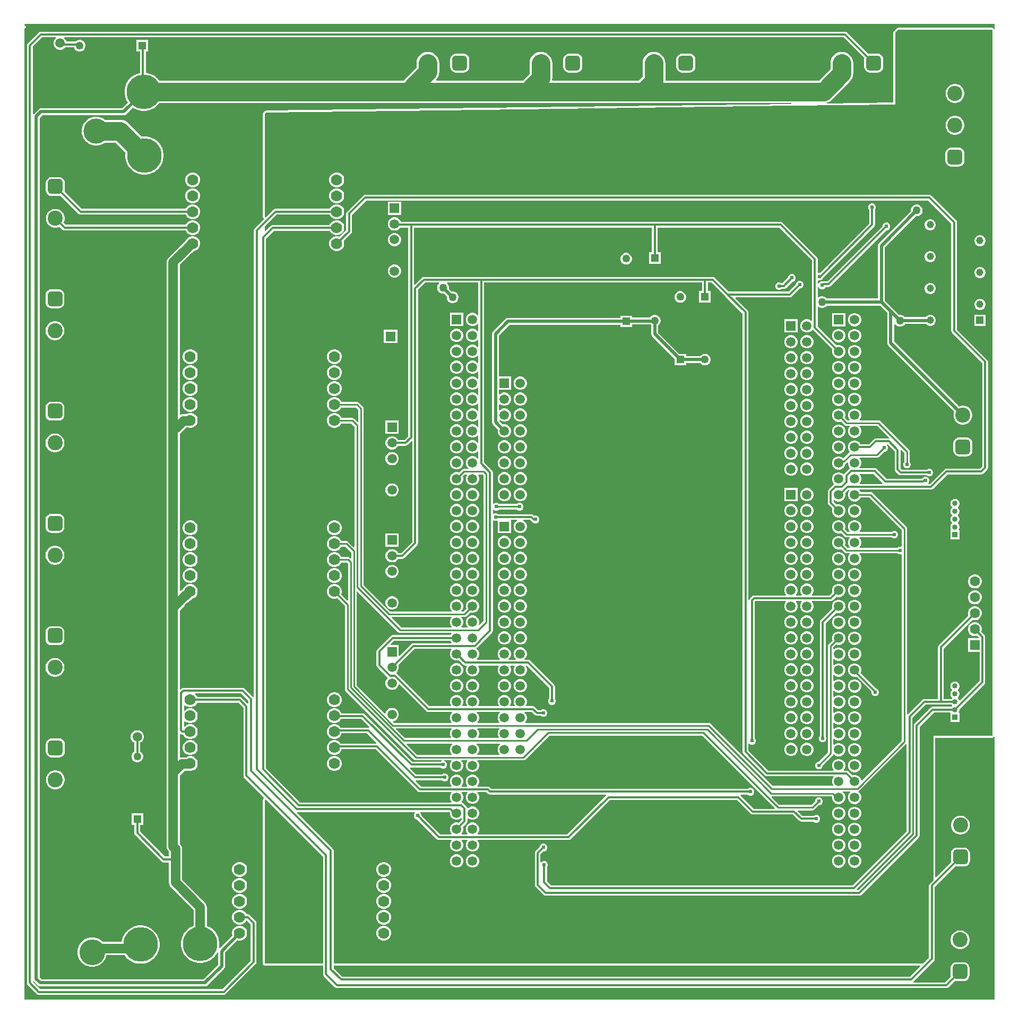
<source format=gbl>
G04*
G04 #@! TF.GenerationSoftware,Altium Limited,Altium Designer,25.0.2 (28)*
G04*
G04 Layer_Physical_Order=2*
G04 Layer_Color=16711680*
%FSLAX44Y44*%
%MOMM*%
G71*
G04*
G04 #@! TF.SameCoordinates,F35D9E54-4110-4E9A-A1CC-C6A2A34B17B7*
G04*
G04*
G04 #@! TF.FilePolarity,Positive*
G04*
G01*
G75*
%ADD13C,0.2540*%
%ADD15C,0.3000*%
%ADD16C,0.5000*%
%ADD25R,1.2500X1.2500*%
%ADD26C,1.2500*%
%ADD27C,5.5000*%
%ADD28R,1.5500X1.5500*%
%ADD29C,1.5500*%
%ADD36C,1.3000*%
%ADD37R,1.3000X1.3000*%
%ADD38R,1.3000X1.3000*%
%ADD46R,1.2500X1.2500*%
%ADD49C,0.3100*%
%ADD50C,0.2800*%
%ADD51C,1.7780*%
%ADD52R,1.5080X1.5080*%
%ADD53C,1.5080*%
%ADD54R,1.5080X1.5080*%
%ADD55C,4.1000*%
%ADD56O,2.6000X1.3000*%
%ADD57C,4.0000*%
%ADD58C,2.4000*%
G04:AMPARAMS|DCode=59|XSize=2.4mm|YSize=2.4mm|CornerRadius=0.6mm|HoleSize=0mm|Usage=FLASHONLY|Rotation=90.000|XOffset=0mm|YOffset=0mm|HoleType=Round|Shape=RoundedRectangle|*
%AMROUNDEDRECTD59*
21,1,2.4000,1.2000,0,0,90.0*
21,1,1.2000,2.4000,0,0,90.0*
1,1,1.2000,0.6000,0.6000*
1,1,1.2000,0.6000,-0.6000*
1,1,1.2000,-0.6000,-0.6000*
1,1,1.2000,-0.6000,0.6000*
%
%ADD59ROUNDEDRECTD59*%
G04:AMPARAMS|DCode=60|XSize=2.4mm|YSize=2.4mm|CornerRadius=0.6mm|HoleSize=0mm|Usage=FLASHONLY|Rotation=0.000|XOffset=0mm|YOffset=0mm|HoleType=Round|Shape=RoundedRectangle|*
%AMROUNDEDRECTD60*
21,1,2.4000,1.2000,0,0,0.0*
21,1,1.2000,2.4000,0,0,0.0*
1,1,1.2000,0.6000,-0.6000*
1,1,1.2000,-0.6000,-0.6000*
1,1,1.2000,-0.6000,0.6000*
1,1,1.2000,0.6000,0.6000*
%
%ADD60ROUNDEDRECTD60*%
%ADD61C,1.5000*%
%ADD62R,1.1700X1.1700*%
%ADD63C,1.1700*%
%ADD64R,0.8500X0.8500*%
%ADD65C,0.8500*%
%ADD66R,1.6050X1.6050*%
%ADD67C,1.6050*%
%ADD68C,1.2700*%
%ADD69C,0.6200*%
%ADD70C,1.5000*%
%ADD71C,3.0000*%
%ADD72C,0.3500*%
%ADD73C,1.0000*%
G36*
X1544320Y1542690D02*
X1543050Y1542376D01*
X1542615Y1543204D01*
X1542560Y1543272D01*
X1542531Y1543354D01*
X1542278Y1543632D01*
X1542070Y1543943D01*
X1541953Y1544021D01*
X1541864Y1544131D01*
X1541787Y1544173D01*
X1541729Y1544238D01*
X1541390Y1544398D01*
X1541078Y1544606D01*
X1540939Y1544633D01*
X1540815Y1544701D01*
X1540728Y1544710D01*
X1540649Y1544747D01*
X1540649Y1544747D01*
X1540275Y1544766D01*
X1539908Y1544839D01*
X1390809D01*
X1390809Y1544839D01*
X1390508Y1544839D01*
X1390212Y1544780D01*
X1389909Y1544780D01*
X1389632Y1544665D01*
X1389337Y1544606D01*
X1389322Y1544596D01*
X1389322Y1544596D01*
X1388841Y1544397D01*
X1388841Y1544396D01*
X1388823Y1544393D01*
X1388621Y1544258D01*
X1388544Y1544229D01*
X1388517Y1544203D01*
X1388297Y1544112D01*
X1388297Y1544112D01*
X1388297Y1544112D01*
X1388297Y1544111D01*
X1388083Y1543898D01*
X1387831Y1543730D01*
X1387618Y1543517D01*
X1387618Y1543517D01*
X1383620Y1539519D01*
X1383453Y1539269D01*
X1383241Y1539057D01*
X1383135Y1538802D01*
X1383129Y1538796D01*
X1383117Y1538765D01*
X1382957Y1538527D01*
X1382954Y1538510D01*
X1382954Y1538509D01*
X1382865Y1538295D01*
X1382865Y1538295D01*
X1382865Y1538295D01*
X1382754Y1538027D01*
X1382754Y1538027D01*
X1382744Y1538012D01*
X1382685Y1537717D01*
X1382570Y1537440D01*
X1382570Y1537138D01*
X1382511Y1536841D01*
X1382511Y1536541D01*
X1382511Y1536541D01*
Y1425420D01*
X1276187Y1424074D01*
X1275991Y1425342D01*
X1278192Y1426010D01*
X1281319Y1427681D01*
X1284059Y1429931D01*
X1313269Y1459140D01*
X1313270Y1459140D01*
X1315519Y1461881D01*
X1317190Y1465008D01*
X1318220Y1468401D01*
X1318567Y1471930D01*
X1318567Y1471930D01*
Y1488440D01*
X1318219Y1491969D01*
X1317190Y1495361D01*
X1315519Y1498488D01*
X1313270Y1501229D01*
X1310529Y1503479D01*
X1307402Y1505150D01*
X1304009Y1506179D01*
X1300480Y1506527D01*
X1296951Y1506179D01*
X1293558Y1505150D01*
X1290431Y1503479D01*
X1287690Y1501229D01*
X1285441Y1498488D01*
X1283770Y1495361D01*
X1282740Y1491969D01*
X1282393Y1488440D01*
Y1479422D01*
X1263778Y1460807D01*
X1018847D01*
Y1488440D01*
X1018500Y1491969D01*
X1017470Y1495361D01*
X1015799Y1498488D01*
X1013549Y1501229D01*
X1010809Y1503479D01*
X1007682Y1505150D01*
X1004289Y1506179D01*
X1000760Y1506527D01*
X997231Y1506179D01*
X993838Y1505150D01*
X990711Y1503479D01*
X987971Y1501229D01*
X985721Y1498488D01*
X984050Y1495361D01*
X983020Y1491969D01*
X982673Y1488440D01*
Y1466676D01*
X980467Y1464470D01*
X980467Y1464470D01*
X976805Y1460807D01*
X839434D01*
X838283Y1462077D01*
X838507Y1464357D01*
X838507Y1464357D01*
Y1488440D01*
X838159Y1491969D01*
X837130Y1495361D01*
X835459Y1498488D01*
X833210Y1501229D01*
X830469Y1503479D01*
X827342Y1505150D01*
X823949Y1506179D01*
X820420Y1506527D01*
X816891Y1506179D01*
X813498Y1505150D01*
X810371Y1503479D01*
X807630Y1501229D01*
X805381Y1498488D01*
X803710Y1495361D01*
X802681Y1491969D01*
X802333Y1488440D01*
Y1471848D01*
X791292Y1460807D01*
X653725D01*
X653195Y1462077D01*
X655119Y1464421D01*
X656790Y1467548D01*
X657820Y1470941D01*
X658167Y1474470D01*
X658167Y1474470D01*
Y1488440D01*
X657820Y1491969D01*
X656790Y1495361D01*
X655119Y1498488D01*
X652869Y1501229D01*
X650129Y1503479D01*
X647002Y1505150D01*
X643609Y1506179D01*
X640080Y1506527D01*
X636551Y1506179D01*
X633158Y1505150D01*
X630031Y1503479D01*
X627290Y1501229D01*
X625041Y1498488D01*
X623370Y1495361D01*
X622341Y1491969D01*
X621993Y1488440D01*
Y1481962D01*
X600838Y1460807D01*
X211249D01*
X209954Y1462589D01*
X206559Y1465984D01*
X202675Y1468806D01*
X198398Y1470986D01*
X193832Y1472469D01*
X190243Y1473037D01*
Y1507130D01*
X193870D01*
Y1525630D01*
X175370D01*
Y1507130D01*
X181067D01*
Y1472710D01*
X179548Y1472469D01*
X174982Y1470986D01*
X170704Y1468806D01*
X166821Y1465984D01*
X163426Y1462589D01*
X160604Y1458705D01*
X158425Y1454428D01*
X156941Y1449862D01*
X156190Y1445120D01*
Y1440320D01*
X156941Y1435578D01*
X158425Y1431012D01*
X160604Y1426734D01*
X161517Y1425478D01*
X152617Y1416578D01*
X22860D01*
X20714Y1416151D01*
X18895Y1414935D01*
X11275Y1407315D01*
X10938Y1406812D01*
X9668Y1407197D01*
Y1514480D01*
X24760Y1529572D01*
X46192D01*
X46603Y1528302D01*
X44938Y1526637D01*
X43556Y1524243D01*
X42840Y1521572D01*
Y1518808D01*
X43556Y1516137D01*
X44938Y1513743D01*
X46893Y1511788D01*
X49287Y1510406D01*
X51958Y1509690D01*
X54722D01*
X57393Y1510406D01*
X59787Y1511788D01*
X61696Y1513697D01*
X75763D01*
X76000Y1512810D01*
X77218Y1510700D01*
X78940Y1508978D01*
X81050Y1507760D01*
X83402Y1507130D01*
X85838D01*
X88190Y1507760D01*
X90300Y1508978D01*
X92022Y1510700D01*
X93240Y1512810D01*
X93870Y1515162D01*
Y1517598D01*
X93240Y1519950D01*
X92022Y1522060D01*
X90300Y1523782D01*
X88190Y1525000D01*
X85838Y1525630D01*
X83402D01*
X81050Y1525000D01*
X78940Y1523782D01*
X78032Y1522873D01*
X63491D01*
X63124Y1524243D01*
X61742Y1526637D01*
X60077Y1528302D01*
X60488Y1529572D01*
X1303659D01*
X1336503Y1496728D01*
X1336202Y1494440D01*
Y1482440D01*
X1336512Y1480090D01*
X1337419Y1477901D01*
X1338861Y1476021D01*
X1340741Y1474578D01*
X1342930Y1473672D01*
X1345280Y1473362D01*
X1357280D01*
X1359630Y1473672D01*
X1361819Y1474578D01*
X1363699Y1476021D01*
X1365141Y1477901D01*
X1366048Y1480090D01*
X1366358Y1482440D01*
Y1494440D01*
X1366048Y1496789D01*
X1365141Y1498979D01*
X1363699Y1500859D01*
X1361819Y1502301D01*
X1359630Y1503208D01*
X1357280Y1503517D01*
X1345280D01*
X1342992Y1503216D01*
X1308804Y1537404D01*
X1307316Y1538399D01*
X1305560Y1538748D01*
X22860D01*
X21104Y1538399D01*
X19616Y1537404D01*
X1836Y1519624D01*
X841Y1518136D01*
X492Y1516380D01*
Y21590D01*
X841Y19834D01*
X1836Y18346D01*
X16302Y3879D01*
X17790Y2885D01*
X19546Y2536D01*
X314464D01*
X316220Y2885D01*
X317708Y3879D01*
X365194Y51366D01*
X366189Y52854D01*
X366538Y54610D01*
Y116840D01*
X366189Y118596D01*
X365194Y120084D01*
X355845Y129434D01*
X354356Y130429D01*
X352600Y130778D01*
X350773D01*
X350773Y130779D01*
X349208Y133490D01*
X346994Y135704D01*
X344283Y137269D01*
X341259Y138080D01*
X338128D01*
X335104Y137269D01*
X332393Y135704D01*
X330179Y133490D01*
X328614Y130779D01*
X327803Y127755D01*
Y124624D01*
X328614Y121600D01*
X330179Y118889D01*
X332393Y116675D01*
X335104Y115110D01*
X338128Y114300D01*
X341259D01*
X344283Y115110D01*
X346994Y116675D01*
X349208Y118889D01*
X350225Y120651D01*
X351484Y120817D01*
X357362Y114939D01*
Y56511D01*
X312563Y11712D01*
X21447D01*
X10224Y22935D01*
X10295Y23218D01*
X10354Y23264D01*
X11690Y23560D01*
X17625Y17625D01*
X19444Y16409D01*
X21590Y15982D01*
X284480D01*
X286626Y16409D01*
X288445Y17625D01*
X315115Y44295D01*
X316331Y46114D01*
X316758Y48260D01*
Y69924D01*
X336240Y89406D01*
X338128Y88900D01*
X341259D01*
X344283Y89710D01*
X346994Y91275D01*
X349208Y93489D01*
X350773Y96200D01*
X351583Y99224D01*
Y102355D01*
X350773Y105379D01*
X349208Y108090D01*
X346994Y110304D01*
X344283Y111869D01*
X341259Y112680D01*
X338128D01*
X335104Y111869D01*
X332393Y110304D01*
X330179Y108090D01*
X328614Y105379D01*
X327803Y102355D01*
Y99224D01*
X328309Y97336D01*
X307941Y76968D01*
X306751Y77574D01*
X307360Y81420D01*
Y86220D01*
X306609Y90962D01*
X305126Y95528D01*
X302946Y99805D01*
X300124Y103689D01*
X296729Y107084D01*
X292845Y109906D01*
X288568Y112086D01*
X287451Y112449D01*
Y142240D01*
X287451Y142240D01*
X287090Y144981D01*
X286032Y147535D01*
X284349Y149729D01*
X248081Y185997D01*
Y203200D01*
Y218485D01*
Y234950D01*
X247720Y237691D01*
X246662Y240245D01*
X244979Y242439D01*
X244979Y242439D01*
X244391Y243027D01*
Y352137D01*
X252431Y360177D01*
X256523D01*
X259388Y359410D01*
X262519D01*
X265543Y360220D01*
X268254Y361785D01*
X270468Y363999D01*
X272033Y366710D01*
X272843Y369734D01*
Y372865D01*
X272033Y375889D01*
X270468Y378600D01*
X268254Y380814D01*
X265543Y382379D01*
X262519Y383190D01*
X259388D01*
X256364Y382379D01*
X254595Y381358D01*
X248044D01*
X248044Y381358D01*
X245661Y381045D01*
X244391Y381825D01*
Y417948D01*
X245661Y418627D01*
X246497Y418068D01*
X248253Y417719D01*
X249818D01*
X249874Y417510D01*
X251439Y414799D01*
X253653Y412585D01*
X256364Y411020D01*
X259388Y410210D01*
X262519D01*
X265543Y411020D01*
X268254Y412585D01*
X270468Y414799D01*
X272033Y417510D01*
X272843Y420534D01*
Y423665D01*
X272033Y426689D01*
X270468Y429400D01*
X268254Y431614D01*
X265543Y433179D01*
X262519Y433990D01*
X259388D01*
X256364Y433179D01*
X253653Y431614D01*
X252238Y430200D01*
X250968Y430726D01*
Y438874D01*
X252238Y439400D01*
X253653Y437985D01*
X256364Y436420D01*
X259388Y435610D01*
X262519D01*
X265543Y436420D01*
X268254Y437985D01*
X270468Y440199D01*
X272033Y442910D01*
X272843Y445934D01*
Y449065D01*
X272033Y452089D01*
X270468Y454800D01*
X268254Y457014D01*
X265543Y458579D01*
X262519Y459390D01*
X259388D01*
X256364Y458579D01*
X253653Y457014D01*
X252238Y455600D01*
X250968Y456126D01*
Y464274D01*
X252238Y464800D01*
X253653Y463385D01*
X256364Y461820D01*
X259388Y461010D01*
X262519D01*
X265543Y461820D01*
X268254Y463385D01*
X270468Y465599D01*
X272033Y468310D01*
X272033Y468312D01*
X338000D01*
X345932Y460379D01*
Y351790D01*
X346281Y350034D01*
X347276Y348546D01*
X378147Y317674D01*
X378196Y317579D01*
X378087Y315939D01*
X377576Y315433D01*
X377573Y315427D01*
X377567Y315424D01*
X377238Y314931D01*
X376909Y314443D01*
X376908Y314437D01*
X376904Y314431D01*
X376789Y313853D01*
X376671Y313274D01*
X376673Y313267D01*
X376671Y313261D01*
Y52673D01*
Y52371D01*
X376730Y52076D01*
X376730Y51775D01*
X376845Y51496D01*
X376904Y51201D01*
X376929Y51163D01*
X376999Y50995D01*
X376999Y50995D01*
X376999Y50994D01*
X377141Y50781D01*
X377187Y50672D01*
X377212Y50635D01*
X377295Y50551D01*
X377332Y50496D01*
X377662Y50002D01*
X377662Y50002D01*
X377662Y50002D01*
X378115Y49699D01*
X378211Y49636D01*
X378294Y49552D01*
X378332Y49527D01*
X378441Y49482D01*
X378654Y49339D01*
X378654Y49339D01*
X378655Y49339D01*
X378823Y49269D01*
X378861Y49244D01*
X379156Y49185D01*
X379434Y49070D01*
X379736Y49070D01*
X380031Y49011D01*
X472932D01*
Y35560D01*
X473281Y33804D01*
X474276Y32316D01*
X492056Y14536D01*
X493544Y13541D01*
X495300Y13192D01*
X1467430D01*
X1469186Y13541D01*
X1470674Y14536D01*
X1480732Y24593D01*
X1483020Y24292D01*
X1495020D01*
X1497369Y24602D01*
X1499559Y25508D01*
X1501439Y26951D01*
X1502881Y28831D01*
X1503788Y31020D01*
X1504097Y33370D01*
Y45370D01*
X1503788Y47719D01*
X1502881Y49909D01*
X1501439Y51789D01*
X1499559Y53231D01*
X1497369Y54138D01*
X1495020Y54447D01*
X1483020D01*
X1480670Y54138D01*
X1478481Y53231D01*
X1476601Y51789D01*
X1475158Y49909D01*
X1474252Y47719D01*
X1473942Y45370D01*
Y33370D01*
X1474243Y31082D01*
X1465529Y22368D01*
X1414918D01*
X1414622Y22812D01*
X1414427Y23638D01*
X1447234Y56446D01*
X1448229Y57934D01*
X1448578Y59690D01*
Y174629D01*
X1481422Y207473D01*
X1483710Y207172D01*
X1495710D01*
X1498060Y207482D01*
X1500249Y208388D01*
X1502129Y209831D01*
X1503571Y211711D01*
X1504478Y213900D01*
X1504788Y216250D01*
Y228250D01*
X1504478Y230599D01*
X1503571Y232789D01*
X1502129Y234669D01*
X1500249Y236111D01*
X1498060Y237018D01*
X1495710Y237327D01*
X1483710D01*
X1481360Y237018D01*
X1479171Y236111D01*
X1477291Y234669D01*
X1475849Y232789D01*
X1474942Y230599D01*
X1474632Y228250D01*
Y216250D01*
X1474934Y213962D01*
X1450762Y189791D01*
X1449589Y190277D01*
Y412231D01*
X1538869D01*
X1538869Y412231D01*
X1539106Y412231D01*
X1539336Y412277D01*
X1539336Y412277D01*
X1539400D01*
X1539465Y412290D01*
X1539703D01*
X1539933Y412336D01*
X1539933Y412336D01*
X1540164Y412372D01*
X1540387Y412454D01*
X1540454Y412464D01*
X1540513Y412486D01*
X1540513Y412486D01*
X1540745Y412523D01*
X1541329Y412737D01*
X1541556Y412876D01*
X1541598Y412884D01*
X1541623Y412894D01*
X1541663Y412921D01*
X1541710Y412932D01*
X1541788Y412988D01*
X1541975Y413065D01*
X1542126Y413167D01*
X1542273Y413313D01*
X1542348Y413359D01*
X1542376Y413398D01*
X1542565Y413513D01*
X1542580Y413534D01*
X1542615Y413558D01*
X1542642Y413598D01*
X1542681Y413626D01*
X1542719Y413666D01*
X1542834Y413851D01*
X1542970Y413977D01*
X1542982Y413992D01*
X1543027Y414091D01*
X1544259Y413838D01*
X1544320Y413797D01*
Y-4691D01*
X1543147Y-5177D01*
X1543050Y-5080D01*
X-3810D01*
Y1543050D01*
X-1270Y1545590D01*
X-3556Y1549400D01*
X-2837Y1550670D01*
X1544320D01*
Y1542690D01*
D02*
G37*
G36*
X1539908Y1541780D02*
X1540510Y1540635D01*
Y415794D01*
X1540508Y415792D01*
X1540497Y415776D01*
X1540489Y415760D01*
X1540452Y415720D01*
X1540426Y415710D01*
X1540275Y415608D01*
X1539691Y415394D01*
X1539460Y415358D01*
X1539459Y415357D01*
X1539459Y415357D01*
X1539400Y415336D01*
X1539336D01*
X1539106Y415290D01*
X1538869Y415290D01*
X1538869Y415290D01*
X1446530D01*
Y412231D01*
Y190413D01*
Y185558D01*
X1440746Y179774D01*
X1439751Y178286D01*
X1439402Y176530D01*
Y61590D01*
X1429881Y52070D01*
X489728D01*
Y232410D01*
X489379Y234166D01*
X488384Y235654D01*
X431447Y292592D01*
X431973Y293862D01*
X618719D01*
X619245Y292592D01*
X618399Y291745D01*
X617470Y289503D01*
Y287077D01*
X618399Y284835D01*
X620115Y283119D01*
X622357Y282190D01*
X623181D01*
X654616Y250756D01*
X656104Y249761D01*
X657860Y249412D01*
X677297D01*
X677783Y248239D01*
X677366Y247822D01*
X675978Y245418D01*
X675260Y242738D01*
Y239962D01*
X675978Y237282D01*
X677366Y234878D01*
X679328Y232916D01*
X681732Y231528D01*
X684412Y230810D01*
X687188D01*
X689868Y231528D01*
X692272Y232916D01*
X694234Y234878D01*
X695622Y237282D01*
X696340Y239962D01*
Y242738D01*
X695622Y245418D01*
X694234Y247822D01*
X693817Y248239D01*
X694303Y249412D01*
X702697D01*
X703183Y248239D01*
X702766Y247822D01*
X701378Y245418D01*
X700660Y242738D01*
Y239962D01*
X701378Y237282D01*
X702766Y234878D01*
X704728Y232916D01*
X707132Y231528D01*
X709812Y230810D01*
X712588D01*
X715268Y231528D01*
X717672Y232916D01*
X719634Y234878D01*
X721022Y237282D01*
X721740Y239962D01*
Y242738D01*
X721022Y245418D01*
X719634Y247822D01*
X719217Y248239D01*
X719703Y249412D01*
X864627D01*
X866383Y249761D01*
X867871Y250756D01*
X930245Y313130D01*
X1133262D01*
X1154996Y291396D01*
X1156484Y290401D01*
X1158240Y290052D01*
X1222380D01*
X1232466Y279966D01*
X1233954Y278971D01*
X1235710Y278622D01*
X1255801D01*
X1256385Y278039D01*
X1258627Y277110D01*
X1261053D01*
X1263295Y278039D01*
X1265011Y279755D01*
X1265940Y281997D01*
Y284423D01*
X1265011Y286665D01*
X1263295Y288381D01*
X1261053Y289310D01*
X1258627D01*
X1256385Y288381D01*
X1255801Y287798D01*
X1237610D01*
X1229946Y295463D01*
X1230432Y296636D01*
X1253490D01*
X1255156Y296968D01*
X1256569Y297911D01*
X1263707Y305050D01*
X1264863D01*
X1267105Y305979D01*
X1268821Y307695D01*
X1269750Y309937D01*
Y312363D01*
X1268821Y314605D01*
X1267105Y316321D01*
X1264863Y317250D01*
X1262437D01*
X1260195Y316321D01*
X1258479Y314605D01*
X1257550Y312363D01*
Y311207D01*
X1251687Y305344D01*
X1200683D01*
X1188309Y317718D01*
X1188835Y318988D01*
X1284212D01*
X1284860Y318340D01*
Y315962D01*
X1285578Y313282D01*
X1286966Y310878D01*
X1288928Y308916D01*
X1291332Y307528D01*
X1294012Y306810D01*
X1296788D01*
X1299468Y307528D01*
X1301872Y308916D01*
X1303834Y310878D01*
X1305222Y313282D01*
X1305940Y315962D01*
Y318738D01*
X1305222Y321418D01*
X1303834Y323822D01*
X1301879Y325776D01*
X1301882Y326088D01*
X1302139Y327046D01*
X1314061D01*
X1314318Y326088D01*
X1314321Y325776D01*
X1312366Y323822D01*
X1310978Y321418D01*
X1310260Y318738D01*
Y315962D01*
X1310978Y313282D01*
X1312366Y310878D01*
X1314328Y308916D01*
X1316732Y307528D01*
X1319412Y306810D01*
X1322188D01*
X1324868Y307528D01*
X1327272Y308916D01*
X1329234Y310878D01*
X1330622Y313282D01*
X1331340Y315962D01*
Y318738D01*
X1330622Y321418D01*
X1329234Y323822D01*
X1327272Y325784D01*
X1326860Y326022D01*
X1327081Y327360D01*
X1327167Y327378D01*
X1328580Y328321D01*
X1402572Y402313D01*
X1403842Y401787D01*
Y263504D01*
X1317646Y177308D01*
X836291D01*
X830088Y183510D01*
Y205511D01*
X830671Y206095D01*
X831600Y208337D01*
Y210763D01*
X830671Y213005D01*
X828955Y214721D01*
X826713Y215650D01*
X824287D01*
X822045Y214721D01*
X820968Y213645D01*
X819698Y214171D01*
Y226469D01*
X824619Y231390D01*
X825443D01*
X827685Y232319D01*
X829401Y234035D01*
X830330Y236277D01*
Y238703D01*
X829401Y240945D01*
X827685Y242661D01*
X825443Y243590D01*
X823017D01*
X820775Y242661D01*
X819059Y240945D01*
X818130Y238703D01*
Y237879D01*
X811866Y231614D01*
X810871Y230126D01*
X810522Y228370D01*
Y178030D01*
X810871Y176274D01*
X811866Y174786D01*
X824796Y161856D01*
X826284Y160861D01*
X828040Y160512D01*
X1328420D01*
X1330176Y160861D01*
X1331664Y161856D01*
X1423104Y253296D01*
X1424099Y254784D01*
X1424448Y256540D01*
Y429899D01*
X1447360Y452812D01*
X1472574D01*
X1473570Y452150D01*
Y437650D01*
X1488070D01*
Y452150D01*
X1487509D01*
X1486894Y453420D01*
X1487576Y454601D01*
X1488070Y456445D01*
Y458161D01*
X1527879Y497970D01*
X1528874Y499459D01*
X1529223Y501215D01*
Y573405D01*
X1528874Y575161D01*
X1527879Y576649D01*
X1522943Y581586D01*
X1523595Y584018D01*
Y586921D01*
X1522844Y589725D01*
X1521392Y592239D01*
X1519339Y594292D01*
X1516826Y595743D01*
X1514021Y596495D01*
X1511118D01*
X1508315Y595743D01*
X1505800Y594292D01*
X1503748Y592239D01*
X1502296Y589725D01*
X1501545Y586921D01*
Y584018D01*
X1502296Y581214D01*
X1503748Y578700D01*
X1505800Y576648D01*
X1508315Y575196D01*
X1511118Y574445D01*
X1514021D01*
X1516454Y575097D01*
X1519186Y572365D01*
X1518660Y571095D01*
X1501545D01*
Y549045D01*
X1520047D01*
Y503115D01*
X1488908Y471976D01*
X1487681Y472305D01*
X1487576Y472698D01*
X1486622Y474351D01*
X1485633Y475340D01*
X1485400Y476150D01*
X1485633Y476959D01*
X1486622Y477948D01*
X1487576Y479601D01*
X1488070Y481445D01*
Y483354D01*
X1487576Y485198D01*
X1486622Y486851D01*
X1485633Y487840D01*
X1485400Y488650D01*
X1485633Y489459D01*
X1486622Y490448D01*
X1487576Y492101D01*
X1488070Y493945D01*
Y495854D01*
X1487576Y497698D01*
X1486622Y499351D01*
X1485272Y500701D01*
X1483618Y501656D01*
X1481775Y502150D01*
X1479866D01*
X1478022Y501656D01*
X1476369Y500701D01*
X1475019Y499351D01*
X1474064Y497698D01*
X1473570Y495854D01*
Y493945D01*
X1474064Y492101D01*
X1475019Y490448D01*
X1476008Y489459D01*
X1476240Y488650D01*
X1476008Y487840D01*
X1475019Y486851D01*
X1474064Y485198D01*
X1473570Y483354D01*
Y481445D01*
X1474064Y479601D01*
X1475019Y477948D01*
X1476008Y476959D01*
X1476240Y476150D01*
X1476008Y475340D01*
X1475155Y474488D01*
X1463035D01*
Y554846D01*
X1508686Y600497D01*
X1511118Y599845D01*
X1514021D01*
X1516826Y600596D01*
X1519339Y602048D01*
X1521392Y604100D01*
X1522844Y606614D01*
X1523595Y609418D01*
Y612321D01*
X1522844Y615125D01*
X1521392Y617639D01*
X1519339Y619692D01*
X1516826Y621143D01*
X1514021Y621895D01*
X1511118D01*
X1508315Y621143D01*
X1505800Y619692D01*
X1503748Y617639D01*
X1502296Y615125D01*
X1501545Y612321D01*
Y609418D01*
X1502197Y606986D01*
X1455202Y559991D01*
X1454207Y558502D01*
X1453858Y556746D01*
Y474488D01*
X1432560D01*
X1430804Y474139D01*
X1429315Y473144D01*
X1405724Y449552D01*
X1404454Y450078D01*
Y745982D01*
X1404122Y747648D01*
X1403179Y749061D01*
X1349211Y803028D01*
X1347798Y803972D01*
X1346132Y804304D01*
X1330457D01*
X1329234Y806422D01*
X1328617Y807038D01*
X1329103Y808212D01*
X1442720D01*
X1444476Y808561D01*
X1445964Y809556D01*
X1468750Y832342D01*
X1522730D01*
X1524486Y832691D01*
X1525974Y833686D01*
X1532324Y840036D01*
X1533319Y841524D01*
X1533668Y843280D01*
Y1012190D01*
X1533319Y1013946D01*
X1532324Y1015434D01*
X1484138Y1063621D01*
Y1234440D01*
X1483789Y1236196D01*
X1482794Y1237684D01*
X1443424Y1277054D01*
X1441936Y1278049D01*
X1440180Y1278398D01*
X539750D01*
X537994Y1278049D01*
X536506Y1277054D01*
X511106Y1251654D01*
X510111Y1250166D01*
X509762Y1248410D01*
Y1222227D01*
X499224Y1211689D01*
X499223Y1211689D01*
X496199Y1212500D01*
X493068D01*
X490044Y1211689D01*
X487333Y1210124D01*
X485119Y1207910D01*
X483554Y1205199D01*
X482743Y1202175D01*
Y1199044D01*
X483554Y1196020D01*
X485119Y1193309D01*
X487333Y1191095D01*
X490044Y1189530D01*
X493068Y1188720D01*
X496199D01*
X499223Y1189530D01*
X501934Y1191095D01*
X504148Y1193309D01*
X505713Y1196020D01*
X506523Y1199044D01*
Y1202175D01*
X505713Y1205199D01*
X505712Y1205200D01*
X517594Y1217082D01*
X518589Y1218571D01*
X518938Y1220327D01*
Y1246509D01*
X541651Y1269222D01*
X1438280D01*
X1474962Y1232540D01*
Y1061720D01*
X1475311Y1059964D01*
X1476306Y1058476D01*
X1524492Y1010290D01*
Y845181D01*
X1520829Y841518D01*
X1466850D01*
X1465094Y841169D01*
X1463606Y840174D01*
X1440820Y817388D01*
X1438681D01*
X1438155Y818658D01*
X1439001Y819505D01*
X1439930Y821747D01*
Y824173D01*
X1439001Y826415D01*
X1437285Y828131D01*
X1435043Y829060D01*
X1432617D01*
X1430375Y828131D01*
X1428659Y826415D01*
X1428598Y826268D01*
X1428502Y826204D01*
X1428056Y825758D01*
X1371436D01*
X1356020Y841174D01*
X1354531Y842169D01*
X1352776Y842518D01*
X1329133D01*
X1328647Y843691D01*
X1329234Y844278D01*
X1330622Y846682D01*
X1331340Y849362D01*
Y852138D01*
X1330622Y854818D01*
X1329234Y857222D01*
X1328515Y857941D01*
X1329001Y859114D01*
X1356360D01*
X1356360Y859114D01*
X1358077Y859455D01*
X1359532Y860428D01*
X1368035Y868930D01*
X1369003D01*
X1371245Y869859D01*
X1372961Y871575D01*
X1373890Y873817D01*
Y876243D01*
X1372961Y878485D01*
X1372583Y878864D01*
X1373046Y880197D01*
X1373814Y880297D01*
X1384792Y869320D01*
Y840740D01*
X1385141Y838984D01*
X1386136Y837496D01*
X1391216Y832416D01*
X1392704Y831421D01*
X1394460Y831072D01*
X1436142D01*
X1436725Y830489D01*
X1438967Y829560D01*
X1441393D01*
X1443635Y830489D01*
X1445351Y832205D01*
X1446280Y834447D01*
Y836873D01*
X1445351Y839115D01*
X1443635Y840831D01*
X1441393Y841760D01*
X1438967D01*
X1436725Y840831D01*
X1436142Y840248D01*
X1396360D01*
X1393968Y842641D01*
Y871220D01*
X1393929Y871418D01*
X1395099Y872044D01*
X1400266Y866877D01*
Y852633D01*
X1399449Y851815D01*
X1398520Y849573D01*
Y847147D01*
X1399449Y844905D01*
X1401165Y843189D01*
X1403407Y842260D01*
X1405833D01*
X1408075Y843189D01*
X1409791Y844905D01*
X1410720Y847147D01*
Y849573D01*
X1409791Y851815D01*
X1408974Y852633D01*
Y868680D01*
X1408642Y870346D01*
X1407699Y871758D01*
X1361978Y917478D01*
X1360566Y918422D01*
X1358900Y918754D01*
X1329169D01*
X1328683Y919927D01*
X1329234Y920478D01*
X1330622Y922882D01*
X1331340Y925562D01*
Y928337D01*
X1330622Y931018D01*
X1329234Y933422D01*
X1327272Y935384D01*
X1324868Y936772D01*
X1322188Y937490D01*
X1319412D01*
X1316732Y936772D01*
X1314328Y935384D01*
X1312366Y933422D01*
X1310978Y931018D01*
X1310260Y928337D01*
Y925562D01*
X1310978Y922882D01*
X1312366Y920478D01*
X1312917Y919927D01*
X1312431Y918754D01*
X1309753D01*
X1305307Y923200D01*
X1305940Y925562D01*
Y928337D01*
X1305222Y931018D01*
X1303834Y933422D01*
X1301872Y935384D01*
X1299468Y936772D01*
X1296788Y937490D01*
X1294012D01*
X1291332Y936772D01*
X1288928Y935384D01*
X1286966Y933422D01*
X1285578Y931018D01*
X1284860Y928337D01*
Y925562D01*
X1285578Y922882D01*
X1286966Y920478D01*
X1288928Y918516D01*
X1291332Y917128D01*
X1294012Y916410D01*
X1296788D01*
X1299150Y917043D01*
X1304871Y911321D01*
X1306284Y910378D01*
X1307950Y910046D01*
X1312595D01*
X1313121Y908776D01*
X1312366Y908022D01*
X1310978Y905618D01*
X1310260Y902937D01*
Y900162D01*
X1310978Y897482D01*
X1312366Y895078D01*
X1314328Y893116D01*
X1316732Y891728D01*
X1319412Y891010D01*
X1322188D01*
X1324868Y891728D01*
X1327272Y893116D01*
X1329234Y895078D01*
X1330622Y897482D01*
X1331340Y900162D01*
Y902937D01*
X1330622Y905618D01*
X1329234Y908022D01*
X1328479Y908776D01*
X1329005Y910046D01*
X1357097D01*
X1376234Y890909D01*
X1375608Y889739D01*
X1375410Y889778D01*
X1354259D01*
X1352504Y889429D01*
X1351015Y888434D01*
X1343319Y880738D01*
X1330322D01*
X1329234Y882622D01*
X1327272Y884584D01*
X1324868Y885972D01*
X1322188Y886690D01*
X1319412D01*
X1316732Y885972D01*
X1314328Y884584D01*
X1312366Y882622D01*
X1310978Y880218D01*
X1310260Y877538D01*
Y874762D01*
X1310978Y872082D01*
X1312366Y869678D01*
X1313098Y868946D01*
X1312868Y868190D01*
X1312595Y867653D01*
X1311278Y866772D01*
X1311278Y866772D01*
X1302781Y858275D01*
X1301872Y859184D01*
X1299468Y860572D01*
X1296788Y861290D01*
X1294012D01*
X1291332Y860572D01*
X1288928Y859184D01*
X1286966Y857222D01*
X1285578Y854818D01*
X1284860Y852138D01*
Y849362D01*
X1285578Y846682D01*
X1286966Y844278D01*
X1288928Y842316D01*
X1291332Y840928D01*
X1294012Y840210D01*
X1296788D01*
X1299468Y840928D01*
X1301872Y842316D01*
X1303834Y844278D01*
X1305222Y846682D01*
X1305867Y849089D01*
X1307122Y849927D01*
X1308990Y851796D01*
X1310260Y851270D01*
Y849362D01*
X1310978Y846682D01*
X1312366Y844278D01*
X1313371Y843273D01*
X1313141Y841706D01*
X1312345Y841174D01*
X1304796Y833625D01*
X1304408Y833044D01*
X1302773Y832883D01*
X1301872Y833784D01*
X1299468Y835172D01*
X1296788Y835890D01*
X1294012D01*
X1291332Y835172D01*
X1288928Y833784D01*
X1286966Y831822D01*
X1285578Y829418D01*
X1284860Y826738D01*
Y823962D01*
X1285578Y821282D01*
X1286966Y818878D01*
X1287891Y817953D01*
X1287718Y816330D01*
X1287065Y815894D01*
X1279576Y808405D01*
X1278581Y806917D01*
X1278232Y805161D01*
Y787130D01*
X1278581Y785374D01*
X1279576Y783886D01*
X1285423Y778038D01*
X1284860Y775938D01*
Y773162D01*
X1285578Y770482D01*
X1286966Y768078D01*
X1288928Y766116D01*
X1291332Y764728D01*
X1294012Y764010D01*
X1296788D01*
X1299468Y764728D01*
X1301872Y766116D01*
X1303834Y768078D01*
X1305222Y770482D01*
X1305940Y773162D01*
Y775938D01*
X1305222Y778618D01*
X1303834Y781022D01*
X1301872Y782984D01*
X1299468Y784372D01*
X1296788Y785090D01*
X1294012D01*
X1291912Y784527D01*
X1287408Y789030D01*
Y791376D01*
X1288582Y791863D01*
X1288928Y791516D01*
X1291332Y790128D01*
X1294012Y789410D01*
X1296788D01*
X1299468Y790128D01*
X1301872Y791516D01*
X1303834Y793478D01*
X1305222Y795882D01*
X1305940Y798562D01*
Y801338D01*
X1305655Y802402D01*
X1311324Y808070D01*
X1312175Y807974D01*
X1312660Y806716D01*
X1312366Y806422D01*
X1310978Y804018D01*
X1310260Y801338D01*
Y798562D01*
X1310978Y795882D01*
X1312366Y793478D01*
X1314328Y791516D01*
X1316732Y790128D01*
X1319412Y789410D01*
X1322188D01*
X1324868Y790128D01*
X1327272Y791516D01*
X1329234Y793478D01*
X1330457Y795596D01*
X1344329D01*
X1395746Y744179D01*
Y717887D01*
X1394690Y717181D01*
X1394403Y717300D01*
X1391977D01*
X1389735Y716371D01*
X1388917Y715554D01*
X1329169D01*
X1328683Y716727D01*
X1329234Y717278D01*
X1330622Y719682D01*
X1331340Y722362D01*
Y725137D01*
X1330622Y727818D01*
X1329234Y730222D01*
X1328479Y730976D01*
X1329005Y732246D01*
X1380027D01*
X1380845Y731429D01*
X1383087Y730500D01*
X1385513D01*
X1387755Y731429D01*
X1389471Y733145D01*
X1390400Y735387D01*
Y737813D01*
X1389471Y740055D01*
X1387755Y741771D01*
X1385513Y742700D01*
X1383087D01*
X1380845Y741771D01*
X1380027Y740954D01*
X1329169D01*
X1328683Y742127D01*
X1329234Y742678D01*
X1330622Y745082D01*
X1331340Y747762D01*
Y750537D01*
X1330622Y753218D01*
X1329234Y755622D01*
X1327272Y757584D01*
X1324868Y758972D01*
X1322188Y759690D01*
X1319412D01*
X1316732Y758972D01*
X1314328Y757584D01*
X1312366Y755622D01*
X1310978Y753218D01*
X1310260Y750537D01*
Y747762D01*
X1310978Y745082D01*
X1312366Y742678D01*
X1312917Y742127D01*
X1312431Y740954D01*
X1309753D01*
X1305307Y745400D01*
X1305940Y747762D01*
Y750537D01*
X1305222Y753218D01*
X1303834Y755622D01*
X1301872Y757584D01*
X1299468Y758972D01*
X1296788Y759690D01*
X1294012D01*
X1291332Y758972D01*
X1288928Y757584D01*
X1286966Y755622D01*
X1285578Y753218D01*
X1284860Y750537D01*
Y747762D01*
X1285578Y745082D01*
X1286966Y742678D01*
X1288928Y740716D01*
X1291332Y739328D01*
X1294012Y738610D01*
X1296788D01*
X1299150Y739243D01*
X1304871Y733521D01*
X1306284Y732578D01*
X1307950Y732246D01*
X1312595D01*
X1313121Y730976D01*
X1312366Y730222D01*
X1310978Y727818D01*
X1310260Y725137D01*
Y722362D01*
X1310978Y719682D01*
X1312366Y717278D01*
X1312917Y716727D01*
X1312431Y715554D01*
X1309753D01*
X1305307Y720000D01*
X1305940Y722362D01*
Y725137D01*
X1305222Y727818D01*
X1303834Y730222D01*
X1301872Y732184D01*
X1299468Y733572D01*
X1296788Y734290D01*
X1294012D01*
X1291332Y733572D01*
X1288928Y732184D01*
X1286966Y730222D01*
X1285578Y727818D01*
X1284860Y725137D01*
Y722362D01*
X1285578Y719682D01*
X1286966Y717278D01*
X1288928Y715316D01*
X1291332Y713928D01*
X1294012Y713210D01*
X1296788D01*
X1299150Y713843D01*
X1304871Y708121D01*
X1306284Y707178D01*
X1307950Y706846D01*
X1312595D01*
X1313121Y705576D01*
X1312366Y704822D01*
X1310978Y702418D01*
X1310260Y699737D01*
Y696962D01*
X1310978Y694282D01*
X1312366Y691878D01*
X1314328Y689916D01*
X1316732Y688528D01*
X1319412Y687810D01*
X1322188D01*
X1324868Y688528D01*
X1327272Y689916D01*
X1329234Y691878D01*
X1330622Y694282D01*
X1331340Y696962D01*
Y699737D01*
X1330622Y702418D01*
X1329234Y704822D01*
X1328479Y705576D01*
X1329005Y706846D01*
X1388917D01*
X1389735Y706029D01*
X1391977Y705100D01*
X1394403D01*
X1394690Y705219D01*
X1395746Y704513D01*
Y407802D01*
X1332534Y344589D01*
X1331117Y344969D01*
X1330622Y346818D01*
X1329234Y349222D01*
X1327272Y351184D01*
X1324868Y352572D01*
X1322188Y353290D01*
X1319412D01*
X1317312Y352727D01*
X1311194Y358844D01*
X1309706Y359839D01*
X1307950Y360188D01*
X1304003D01*
X1303517Y361362D01*
X1303834Y361678D01*
X1305222Y364082D01*
X1305940Y366762D01*
Y369538D01*
X1305222Y372218D01*
X1303834Y374622D01*
X1301872Y376584D01*
X1299468Y377972D01*
X1296788Y378690D01*
X1294012D01*
X1291332Y377972D01*
X1288928Y376584D01*
X1286966Y374622D01*
X1285578Y372218D01*
X1284860Y369538D01*
Y366762D01*
X1285578Y364082D01*
X1286966Y361678D01*
X1287283Y361362D01*
X1286797Y360188D01*
X1183000D01*
X1151398Y391791D01*
Y402819D01*
X1152668Y403345D01*
X1153515Y402499D01*
X1155757Y401570D01*
X1158183D01*
X1160425Y402499D01*
X1162141Y404215D01*
X1163070Y406457D01*
Y408883D01*
X1162141Y411125D01*
X1161558Y411708D01*
Y629290D01*
X1162681Y630412D01*
X1210697D01*
X1211183Y629239D01*
X1210766Y628822D01*
X1209378Y626418D01*
X1208660Y623737D01*
Y620962D01*
X1209378Y618282D01*
X1210766Y615878D01*
X1212728Y613916D01*
X1215132Y612528D01*
X1217812Y611810D01*
X1220588D01*
X1223268Y612528D01*
X1225672Y613916D01*
X1227634Y615878D01*
X1229022Y618282D01*
X1229740Y620962D01*
Y623737D01*
X1229022Y626418D01*
X1227634Y628822D01*
X1227217Y629239D01*
X1227703Y630412D01*
X1236097D01*
X1236583Y629239D01*
X1236166Y628822D01*
X1234778Y626418D01*
X1234060Y623737D01*
Y620962D01*
X1234778Y618282D01*
X1236166Y615878D01*
X1238128Y613916D01*
X1240532Y612528D01*
X1243212Y611810D01*
X1245988D01*
X1248668Y612528D01*
X1251072Y613916D01*
X1253034Y615878D01*
X1254422Y618282D01*
X1255140Y620962D01*
Y623737D01*
X1254422Y626418D01*
X1253034Y628822D01*
X1252617Y629239D01*
X1253103Y630412D01*
X1282850D01*
X1284606Y630761D01*
X1286095Y631756D01*
X1291912Y637573D01*
X1294012Y637010D01*
X1296788D01*
X1299468Y637728D01*
X1301872Y639116D01*
X1303834Y641078D01*
X1305222Y643482D01*
X1305940Y646162D01*
Y648938D01*
X1305222Y651618D01*
X1303834Y654022D01*
X1301872Y655984D01*
X1299468Y657372D01*
X1296788Y658090D01*
X1294012D01*
X1291332Y657372D01*
X1288928Y655984D01*
X1286966Y654022D01*
X1285578Y651618D01*
X1284860Y648938D01*
Y646162D01*
X1285423Y644061D01*
X1280950Y639588D01*
X1253003D01*
X1252517Y640761D01*
X1253034Y641278D01*
X1254422Y643682D01*
X1255140Y646362D01*
Y649137D01*
X1254422Y651818D01*
X1253034Y654222D01*
X1251072Y656184D01*
X1248668Y657572D01*
X1245988Y658290D01*
X1243212D01*
X1240532Y657572D01*
X1238128Y656184D01*
X1236166Y654222D01*
X1234778Y651818D01*
X1234060Y649137D01*
Y646362D01*
X1234778Y643682D01*
X1236166Y641278D01*
X1236683Y640761D01*
X1236197Y639588D01*
X1227603D01*
X1227117Y640761D01*
X1227634Y641278D01*
X1229022Y643682D01*
X1229740Y646362D01*
Y649137D01*
X1229022Y651818D01*
X1227634Y654222D01*
X1225672Y656184D01*
X1223268Y657572D01*
X1220588Y658290D01*
X1217812D01*
X1215132Y657572D01*
X1212728Y656184D01*
X1210766Y654222D01*
X1209378Y651818D01*
X1208660Y649137D01*
Y646362D01*
X1209378Y643682D01*
X1210766Y641278D01*
X1211283Y640761D01*
X1210797Y639588D01*
X1160780D01*
X1159024Y639239D01*
X1157536Y638244D01*
X1153726Y634434D01*
X1152731Y632946D01*
X1152668Y632629D01*
X1151398Y632755D01*
Y1090930D01*
X1151049Y1092686D01*
X1150054Y1094174D01*
X1130619Y1113609D01*
X1131105Y1114783D01*
X1217161D01*
X1218917Y1115132D01*
X1220405Y1116127D01*
X1233559Y1129280D01*
X1234383D01*
X1236625Y1130209D01*
X1238341Y1131925D01*
X1239270Y1134167D01*
Y1136593D01*
X1238341Y1138835D01*
X1236625Y1140551D01*
X1234383Y1141480D01*
X1231957D01*
X1229715Y1140551D01*
X1227999Y1138835D01*
X1227070Y1136593D01*
Y1135769D01*
X1215260Y1123959D01*
X1120270D01*
X1097984Y1146244D01*
X1096496Y1147239D01*
X1094740Y1147588D01*
X633730D01*
X631974Y1147239D01*
X630486Y1146244D01*
X619171Y1134930D01*
X617998Y1135416D01*
Y1226042D01*
X997442D01*
Y1187010D01*
X992780D01*
Y1168510D01*
X1011280D01*
Y1187010D01*
X1006618D01*
Y1226042D01*
X1200789D01*
X1252712Y1174119D01*
Y1077843D01*
X1251538Y1077357D01*
X1251072Y1077824D01*
X1248668Y1079212D01*
X1245988Y1079930D01*
X1243212D01*
X1240532Y1079212D01*
X1238128Y1077824D01*
X1236166Y1075862D01*
X1234778Y1073458D01*
X1234060Y1070778D01*
Y1068002D01*
X1234778Y1065322D01*
X1236166Y1062918D01*
X1238128Y1060956D01*
X1240532Y1059568D01*
X1243212Y1058850D01*
X1245988D01*
X1248668Y1059568D01*
X1251072Y1060956D01*
X1252926Y1062810D01*
X1253135Y1062920D01*
X1254516Y1062945D01*
X1285423Y1032038D01*
X1284860Y1029938D01*
Y1027162D01*
X1285578Y1024482D01*
X1286966Y1022078D01*
X1288928Y1020116D01*
X1291332Y1018728D01*
X1294012Y1018010D01*
X1296788D01*
X1299468Y1018728D01*
X1301872Y1020116D01*
X1303834Y1022078D01*
X1305222Y1024482D01*
X1305940Y1027162D01*
Y1029938D01*
X1305222Y1032618D01*
X1303834Y1035022D01*
X1301872Y1036984D01*
X1299468Y1038372D01*
X1296788Y1039090D01*
X1294012D01*
X1291912Y1038527D01*
X1261888Y1068550D01*
Y1099465D01*
X1263158Y1099861D01*
X1265121Y1098727D01*
X1267499Y1098090D01*
X1269961D01*
X1272339Y1098727D01*
X1274471Y1099958D01*
X1276212Y1101699D01*
X1276289Y1101832D01*
X1361187D01*
X1372742Y1090277D01*
Y1042270D01*
X1373169Y1040124D01*
X1374385Y1038305D01*
X1479717Y932973D01*
X1479097Y931475D01*
X1478520Y928577D01*
Y925622D01*
X1479097Y922725D01*
X1480227Y919995D01*
X1481869Y917538D01*
X1483958Y915449D01*
X1486415Y913807D01*
X1489145Y912676D01*
X1492043Y912100D01*
X1494997D01*
X1497895Y912676D01*
X1500625Y913807D01*
X1503082Y915449D01*
X1505171Y917538D01*
X1506813Y919995D01*
X1507944Y922725D01*
X1508520Y925622D01*
Y928577D01*
X1507944Y931475D01*
X1506813Y934205D01*
X1505171Y936662D01*
X1503082Y938751D01*
X1500625Y940393D01*
X1497895Y941523D01*
X1494997Y942100D01*
X1492043D01*
X1489145Y941523D01*
X1487647Y940903D01*
X1383958Y1044593D01*
Y1072211D01*
X1385228Y1072551D01*
X1385588Y1071927D01*
X1387357Y1070158D01*
X1389523Y1068907D01*
X1391939Y1068260D01*
X1394441D01*
X1396857Y1068907D01*
X1399023Y1070158D01*
X1400792Y1071927D01*
X1401058Y1072387D01*
X1434777D01*
X1436016Y1071148D01*
X1438034Y1069983D01*
X1440285Y1069380D01*
X1442615D01*
X1444866Y1069983D01*
X1446884Y1071148D01*
X1448532Y1072796D01*
X1449697Y1074814D01*
X1450300Y1077065D01*
Y1079395D01*
X1449697Y1081646D01*
X1448532Y1083664D01*
X1446884Y1085312D01*
X1444866Y1086477D01*
X1442615Y1087080D01*
X1440285D01*
X1438034Y1086477D01*
X1436016Y1085312D01*
X1434368Y1083664D01*
X1434333Y1083603D01*
X1400782D01*
X1399023Y1085362D01*
X1396857Y1086612D01*
X1394441Y1087260D01*
X1391939D01*
X1391688Y1087193D01*
X1382315Y1096565D01*
X1369118Y1109763D01*
Y1194817D01*
X1418480Y1244180D01*
X1418629Y1244140D01*
X1421091D01*
X1423469Y1244777D01*
X1425601Y1246008D01*
X1427342Y1247749D01*
X1428573Y1249881D01*
X1429210Y1252259D01*
Y1254721D01*
X1428573Y1257099D01*
X1427342Y1259231D01*
X1425601Y1260972D01*
X1423469Y1262203D01*
X1421091Y1262840D01*
X1418629D01*
X1416251Y1262203D01*
X1414119Y1260972D01*
X1412378Y1259231D01*
X1411147Y1257099D01*
X1410510Y1254721D01*
Y1252259D01*
X1410550Y1252110D01*
X1359545Y1201105D01*
X1358329Y1199286D01*
X1357902Y1197140D01*
Y1113048D01*
X1276289D01*
X1276212Y1113181D01*
X1274471Y1114922D01*
X1272339Y1116153D01*
X1269961Y1116790D01*
X1267499D01*
X1265121Y1116153D01*
X1263158Y1115020D01*
X1261888Y1115415D01*
Y1131369D01*
X1263158Y1131622D01*
X1263559Y1130655D01*
X1265275Y1128939D01*
X1267517Y1128010D01*
X1269943D01*
X1272185Y1128939D01*
X1273901Y1130655D01*
X1274201Y1131378D01*
X1279476D01*
X1281232Y1131727D01*
X1282720Y1132722D01*
X1371989Y1221990D01*
X1372813D01*
X1375055Y1222919D01*
X1376771Y1224635D01*
X1377700Y1226877D01*
Y1229303D01*
X1376771Y1231545D01*
X1375055Y1233261D01*
X1372813Y1234190D01*
X1370387D01*
X1368145Y1233261D01*
X1366429Y1231545D01*
X1365500Y1229303D01*
Y1228479D01*
X1277576Y1140554D01*
X1270586D01*
X1268856Y1140210D01*
X1267517D01*
X1265275Y1139281D01*
X1263559Y1137565D01*
X1263158Y1136598D01*
X1261888Y1136851D01*
Y1141590D01*
X1262944Y1142296D01*
X1263707Y1141980D01*
X1266133D01*
X1268375Y1142909D01*
X1270091Y1144625D01*
X1270705Y1146106D01*
X1351984Y1227386D01*
X1352979Y1228874D01*
X1353328Y1230630D01*
Y1254531D01*
X1353911Y1255115D01*
X1354840Y1257357D01*
Y1259783D01*
X1353911Y1262025D01*
X1352195Y1263741D01*
X1349953Y1264670D01*
X1347527D01*
X1345285Y1263741D01*
X1343569Y1262025D01*
X1342640Y1259783D01*
Y1257357D01*
X1343569Y1255115D01*
X1344152Y1254531D01*
Y1232531D01*
X1265801Y1154180D01*
X1263707D01*
X1262944Y1153864D01*
X1261888Y1154570D01*
Y1176020D01*
X1261539Y1177776D01*
X1260544Y1179264D01*
X1205934Y1233874D01*
X1204446Y1234869D01*
X1202690Y1235218D01*
X596763D01*
X596562Y1235968D01*
X595174Y1238372D01*
X593212Y1240334D01*
X590808Y1241722D01*
X588128Y1242440D01*
X585352D01*
X582672Y1241722D01*
X580268Y1240334D01*
X578306Y1238372D01*
X576918Y1235968D01*
X576200Y1233288D01*
Y1230512D01*
X576918Y1227832D01*
X578306Y1225428D01*
X580268Y1223466D01*
X582672Y1222078D01*
X585352Y1221360D01*
X588128D01*
X590808Y1222078D01*
X593212Y1223466D01*
X595174Y1225428D01*
X595528Y1226042D01*
X608822D01*
Y893440D01*
X602619Y887238D01*
X592452D01*
X591364Y889122D01*
X589402Y891084D01*
X586998Y892472D01*
X584318Y893190D01*
X581542D01*
X578862Y892472D01*
X576458Y891084D01*
X574496Y889122D01*
X573108Y886718D01*
X572390Y884037D01*
Y881262D01*
X573108Y878582D01*
X574496Y876178D01*
X576458Y874216D01*
X578862Y872828D01*
X581542Y872110D01*
X584318D01*
X586998Y872828D01*
X589402Y874216D01*
X591364Y876178D01*
X592452Y878062D01*
X604520D01*
X606276Y878411D01*
X607764Y879406D01*
X613998Y885640D01*
X615172Y885154D01*
Y724530D01*
X597539Y706898D01*
X592682D01*
X591364Y709182D01*
X589402Y711144D01*
X586998Y712532D01*
X584318Y713250D01*
X581542D01*
X578862Y712532D01*
X576458Y711144D01*
X574496Y709182D01*
X573108Y706778D01*
X572390Y704098D01*
Y701322D01*
X573108Y698642D01*
X574496Y696238D01*
X576458Y694276D01*
X578862Y692888D01*
X581542Y692170D01*
X584318D01*
X586998Y692888D01*
X589402Y694276D01*
X591364Y696238D01*
X592221Y697722D01*
X599440D01*
X601196Y698071D01*
X602684Y699066D01*
X623004Y719386D01*
X623999Y720874D01*
X624348Y722630D01*
Y1127130D01*
X635630Y1138412D01*
X657303D01*
X657829Y1137142D01*
X656728Y1136041D01*
X655497Y1133909D01*
X654860Y1131531D01*
Y1129069D01*
X655497Y1126691D01*
X656728Y1124559D01*
X658469Y1122818D01*
X660601Y1121587D01*
X662979Y1120950D01*
X665441D01*
X665590Y1120990D01*
X670140Y1116440D01*
X670100Y1116291D01*
Y1113829D01*
X670737Y1111451D01*
X671968Y1109319D01*
X673709Y1107578D01*
X675841Y1106347D01*
X678219Y1105710D01*
X680681D01*
X683059Y1106347D01*
X685191Y1107578D01*
X686932Y1109319D01*
X688163Y1111451D01*
X688800Y1113829D01*
Y1116291D01*
X688163Y1118669D01*
X686932Y1120801D01*
X685191Y1122542D01*
X683059Y1123773D01*
X680681Y1124410D01*
X678219D01*
X678070Y1124370D01*
X673520Y1128920D01*
X673560Y1129069D01*
Y1131531D01*
X672923Y1133909D01*
X671692Y1136041D01*
X670591Y1137142D01*
X671117Y1138412D01*
X720582D01*
Y1086800D01*
X719312Y1086344D01*
X717672Y1087984D01*
X715268Y1089372D01*
X712588Y1090090D01*
X709812D01*
X707132Y1089372D01*
X704728Y1087984D01*
X702766Y1086022D01*
X701378Y1083618D01*
X700660Y1080938D01*
Y1078162D01*
X701378Y1075482D01*
X702766Y1073078D01*
X704728Y1071116D01*
X707132Y1069728D01*
X709812Y1069010D01*
X712588D01*
X715268Y1069728D01*
X717672Y1071116D01*
X719312Y1072756D01*
X720582Y1072300D01*
Y1061400D01*
X719312Y1060944D01*
X717672Y1062584D01*
X715268Y1063972D01*
X712588Y1064690D01*
X709812D01*
X707132Y1063972D01*
X704728Y1062584D01*
X702766Y1060622D01*
X701378Y1058218D01*
X700660Y1055537D01*
Y1052762D01*
X701378Y1050082D01*
X702766Y1047678D01*
X704728Y1045716D01*
X707132Y1044328D01*
X709812Y1043610D01*
X712588D01*
X715268Y1044328D01*
X717672Y1045716D01*
X719312Y1047356D01*
X720582Y1046900D01*
Y1036000D01*
X719312Y1035544D01*
X717672Y1037184D01*
X715268Y1038572D01*
X712588Y1039290D01*
X709812D01*
X707132Y1038572D01*
X704728Y1037184D01*
X702766Y1035222D01*
X701378Y1032818D01*
X700660Y1030137D01*
Y1027362D01*
X701378Y1024682D01*
X702766Y1022278D01*
X704728Y1020316D01*
X707132Y1018928D01*
X709812Y1018210D01*
X712588D01*
X715268Y1018928D01*
X717672Y1020316D01*
X719312Y1021956D01*
X720582Y1021500D01*
Y1010600D01*
X719312Y1010144D01*
X717672Y1011784D01*
X715268Y1013172D01*
X712588Y1013890D01*
X709812D01*
X707132Y1013172D01*
X704728Y1011784D01*
X702766Y1009822D01*
X701378Y1007418D01*
X700660Y1004737D01*
Y1001962D01*
X701378Y999282D01*
X702766Y996878D01*
X704728Y994916D01*
X707132Y993528D01*
X709812Y992810D01*
X712588D01*
X715268Y993528D01*
X717672Y994916D01*
X719312Y996556D01*
X720582Y996100D01*
Y985200D01*
X719312Y984744D01*
X717672Y986384D01*
X715268Y987772D01*
X712588Y988490D01*
X709812D01*
X707132Y987772D01*
X704728Y986384D01*
X702766Y984422D01*
X701378Y982018D01*
X700660Y979337D01*
Y976562D01*
X701378Y973882D01*
X702766Y971478D01*
X704728Y969516D01*
X707132Y968128D01*
X709812Y967410D01*
X712588D01*
X715268Y968128D01*
X717672Y969516D01*
X719312Y971156D01*
X720582Y970700D01*
Y959800D01*
X719312Y959344D01*
X717672Y960984D01*
X715268Y962372D01*
X712588Y963090D01*
X709812D01*
X707132Y962372D01*
X704728Y960984D01*
X702766Y959022D01*
X701378Y956618D01*
X700660Y953938D01*
Y951162D01*
X701378Y948482D01*
X702766Y946078D01*
X704728Y944116D01*
X707132Y942728D01*
X709812Y942010D01*
X712588D01*
X715268Y942728D01*
X717672Y944116D01*
X719312Y945756D01*
X720582Y945300D01*
Y934400D01*
X719312Y933944D01*
X717672Y935584D01*
X715268Y936972D01*
X712588Y937690D01*
X709812D01*
X707132Y936972D01*
X704728Y935584D01*
X702766Y933622D01*
X701378Y931218D01*
X700660Y928538D01*
Y925762D01*
X701378Y923082D01*
X702766Y920678D01*
X704728Y918716D01*
X707132Y917328D01*
X709812Y916610D01*
X712588D01*
X715268Y917328D01*
X717672Y918716D01*
X719312Y920356D01*
X720582Y919900D01*
Y909000D01*
X719312Y908544D01*
X717672Y910184D01*
X715268Y911572D01*
X712588Y912290D01*
X709812D01*
X707132Y911572D01*
X704728Y910184D01*
X702766Y908222D01*
X701378Y905818D01*
X700660Y903138D01*
Y900362D01*
X701378Y897682D01*
X702766Y895278D01*
X704728Y893316D01*
X707132Y891928D01*
X709812Y891210D01*
X712588D01*
X715268Y891928D01*
X717672Y893316D01*
X719312Y894956D01*
X720582Y894500D01*
Y883600D01*
X719312Y883144D01*
X717672Y884784D01*
X715268Y886172D01*
X712588Y886890D01*
X709812D01*
X707132Y886172D01*
X704728Y884784D01*
X702766Y882822D01*
X701378Y880418D01*
X700660Y877738D01*
Y874962D01*
X701378Y872282D01*
X702766Y869878D01*
X704728Y867916D01*
X707132Y866528D01*
X709812Y865810D01*
X712588D01*
X715268Y866528D01*
X717672Y867916D01*
X719312Y869556D01*
X720582Y869100D01*
Y858200D01*
X719312Y857744D01*
X717672Y859384D01*
X715268Y860772D01*
X712588Y861490D01*
X709812D01*
X707132Y860772D01*
X704728Y859384D01*
X702766Y857422D01*
X701378Y855018D01*
X700660Y852337D01*
Y849562D01*
X701378Y846882D01*
X702766Y844478D01*
X704721Y842523D01*
X704718Y842212D01*
X704461Y841254D01*
X697150D01*
X695484Y840922D01*
X694072Y839978D01*
X689550Y835457D01*
X687188Y836090D01*
X684412D01*
X681732Y835372D01*
X679328Y833984D01*
X677366Y832022D01*
X675978Y829618D01*
X675260Y826937D01*
Y824162D01*
X675978Y821482D01*
X677366Y819078D01*
X679328Y817116D01*
X681732Y815728D01*
X684412Y815010D01*
X687188D01*
X689868Y815728D01*
X692272Y817116D01*
X694234Y819078D01*
X695622Y821482D01*
X696340Y824162D01*
Y826937D01*
X695707Y829300D01*
X698953Y832546D01*
X701602D01*
X702336Y831276D01*
X701378Y829618D01*
X700660Y826937D01*
Y824162D01*
X701378Y821482D01*
X702766Y819078D01*
X704728Y817116D01*
X707132Y815728D01*
X709812Y815010D01*
X712588D01*
X715268Y815728D01*
X717672Y817116D01*
X719634Y819078D01*
X721022Y821482D01*
X721740Y824162D01*
Y826937D01*
X721022Y829618D01*
X720064Y831276D01*
X720798Y832546D01*
X727207D01*
X728436Y831317D01*
Y598703D01*
X722143Y592410D01*
X722045Y592451D01*
X721096Y593159D01*
X721740Y595562D01*
Y598338D01*
X721022Y601018D01*
X719634Y603422D01*
X717672Y605384D01*
X715268Y606772D01*
X712588Y607490D01*
X709812D01*
X707132Y606772D01*
X704728Y605384D01*
X702766Y603422D01*
X701378Y601018D01*
X700660Y598338D01*
Y595562D01*
X701378Y592882D01*
X702766Y590478D01*
X703517Y589727D01*
X703031Y588554D01*
X693969D01*
X693483Y589727D01*
X694234Y590478D01*
X695622Y592882D01*
X696340Y595562D01*
Y598338D01*
X695622Y601018D01*
X694234Y603422D01*
X693583Y604073D01*
X694069Y605246D01*
X698450D01*
X700116Y605578D01*
X701529Y606521D01*
X707450Y612443D01*
X709812Y611810D01*
X712588D01*
X715268Y612528D01*
X717672Y613916D01*
X719634Y615878D01*
X721022Y618282D01*
X721740Y620962D01*
Y623737D01*
X721022Y626418D01*
X719634Y628822D01*
X717672Y630784D01*
X715268Y632172D01*
X712588Y632890D01*
X709812D01*
X707132Y632172D01*
X704728Y630784D01*
X702766Y628822D01*
X701378Y626418D01*
X700660Y623737D01*
Y620962D01*
X701293Y618600D01*
X696647Y613954D01*
X693969D01*
X693483Y615127D01*
X694234Y615878D01*
X695622Y618282D01*
X696340Y620962D01*
Y623737D01*
X695622Y626418D01*
X694234Y628822D01*
X692272Y630784D01*
X689868Y632172D01*
X687188Y632890D01*
X684412D01*
X681732Y632172D01*
X679328Y630784D01*
X677366Y628822D01*
X675978Y626418D01*
X675260Y623737D01*
Y620962D01*
X675978Y618282D01*
X677366Y615878D01*
X678117Y615127D01*
X677631Y613954D01*
X579653D01*
X537754Y655853D01*
Y937260D01*
X537422Y938926D01*
X536479Y940339D01*
X530129Y946689D01*
X528716Y947632D01*
X527050Y947964D01*
X502089D01*
X501903Y948659D01*
X500338Y951370D01*
X498124Y953584D01*
X495413Y955149D01*
X492389Y955960D01*
X489258D01*
X486234Y955149D01*
X483523Y953584D01*
X481309Y951370D01*
X479743Y948659D01*
X478933Y945635D01*
Y942504D01*
X479743Y939480D01*
X481309Y936769D01*
X483523Y934555D01*
X486234Y932990D01*
X489258Y932180D01*
X492389D01*
X495413Y932990D01*
X498124Y934555D01*
X500338Y936769D01*
X501774Y939256D01*
X525247D01*
X529046Y935457D01*
Y916410D01*
X527873Y915924D01*
X522509Y921289D01*
X521096Y922232D01*
X519430Y922564D01*
X502089D01*
X501903Y923259D01*
X500338Y925970D01*
X498124Y928184D01*
X495413Y929749D01*
X492389Y930560D01*
X489258D01*
X486234Y929749D01*
X483523Y928184D01*
X481309Y925970D01*
X479743Y923259D01*
X478933Y920235D01*
Y917104D01*
X479743Y914080D01*
X481309Y911369D01*
X483523Y909155D01*
X486234Y907590D01*
X489258Y906780D01*
X492389D01*
X495413Y907590D01*
X498124Y909155D01*
X500338Y911369D01*
X501774Y913856D01*
X517627D01*
X522696Y908787D01*
Y717020D01*
X521523Y716534D01*
X513159Y724898D01*
X511746Y725842D01*
X510080Y726173D01*
X501966D01*
X501903Y726409D01*
X500338Y729120D01*
X498124Y731334D01*
X495413Y732899D01*
X492389Y733710D01*
X489258D01*
X486234Y732899D01*
X483523Y731334D01*
X481309Y729120D01*
X479743Y726409D01*
X478933Y723385D01*
Y720254D01*
X479743Y717230D01*
X481309Y714519D01*
X483523Y712305D01*
X486234Y710740D01*
X489258Y709930D01*
X492389D01*
X495413Y710740D01*
X498124Y712305D01*
X500338Y714519D01*
X501903Y717230D01*
X501966Y717466D01*
X508277D01*
X517616Y708127D01*
Y699240D01*
X516443Y698754D01*
X515699Y699498D01*
X514286Y700442D01*
X512620Y700773D01*
X501966D01*
X501903Y701009D01*
X500338Y703720D01*
X498124Y705934D01*
X495413Y707499D01*
X492389Y708310D01*
X489258D01*
X486234Y707499D01*
X483523Y705934D01*
X481309Y703720D01*
X479743Y701009D01*
X478933Y697985D01*
Y694854D01*
X479743Y691830D01*
X481309Y689119D01*
X483523Y686905D01*
X486234Y685340D01*
X489258Y684530D01*
X492389D01*
X495413Y685340D01*
X498124Y686905D01*
X500338Y689119D01*
X501903Y691830D01*
X501966Y692066D01*
X510817D01*
X512536Y690347D01*
Y631723D01*
X511363Y631237D01*
X501781Y640819D01*
X501903Y641030D01*
X502713Y644054D01*
Y647185D01*
X501903Y650209D01*
X500338Y652920D01*
X498124Y655134D01*
X495413Y656699D01*
X492389Y657510D01*
X489258D01*
X486234Y656699D01*
X483523Y655134D01*
X481309Y652920D01*
X479743Y650209D01*
X478933Y647185D01*
Y644054D01*
X479743Y641030D01*
X481309Y638319D01*
X483523Y636105D01*
X486234Y634540D01*
X489258Y633730D01*
X492389D01*
X495413Y634540D01*
X495624Y634662D01*
X507456Y622830D01*
Y490210D01*
X507788Y488544D01*
X508731Y487132D01*
X617942Y377921D01*
X619354Y376978D01*
X621020Y376646D01*
X662035D01*
X662288Y375376D01*
X660755Y374741D01*
X660172Y374158D01*
X615311D01*
X539184Y450284D01*
X537696Y451279D01*
X535940Y451628D01*
X502026D01*
X501903Y452089D01*
X500338Y454800D01*
X498124Y457014D01*
X495413Y458579D01*
X492389Y459390D01*
X489258D01*
X486234Y458579D01*
X483523Y457014D01*
X481309Y454800D01*
X479743Y452089D01*
X478933Y449065D01*
Y445934D01*
X479743Y442910D01*
X481309Y440199D01*
X483523Y437985D01*
X486234Y436420D01*
X489258Y435610D01*
X492389D01*
X495413Y436420D01*
X498124Y437985D01*
X500338Y440199D01*
X501638Y442452D01*
X534039D01*
X546825Y429666D01*
X546200Y428496D01*
X544830Y428768D01*
X500703D01*
X500338Y429400D01*
X498124Y431614D01*
X495413Y433179D01*
X492389Y433990D01*
X489258D01*
X486234Y433179D01*
X483523Y431614D01*
X481309Y429400D01*
X479743Y426689D01*
X478933Y423665D01*
Y420534D01*
X479743Y417510D01*
X481309Y414799D01*
X483523Y412585D01*
X486234Y411020D01*
X489258Y410210D01*
X492389D01*
X495413Y411020D01*
X498124Y412585D01*
X500338Y414799D01*
X501903Y417510D01*
X502461Y419592D01*
X542929D01*
X557883Y404638D01*
X557357Y403368D01*
X500703D01*
X500338Y404000D01*
X498124Y406214D01*
X495413Y407779D01*
X492389Y408590D01*
X489258D01*
X486234Y407779D01*
X483523Y406214D01*
X481309Y404000D01*
X479743Y401289D01*
X478933Y398265D01*
Y395134D01*
X479743Y392110D01*
X481309Y389399D01*
X483523Y387185D01*
X486234Y385620D01*
X489258Y384810D01*
X492389D01*
X495413Y385620D01*
X498124Y387185D01*
X500338Y389399D01*
X501903Y392110D01*
X502461Y394192D01*
X556899D01*
X624136Y326956D01*
X625624Y325961D01*
X627380Y325612D01*
X677297D01*
X677783Y324439D01*
X677366Y324022D01*
X675978Y321618D01*
X675260Y318937D01*
Y316162D01*
X675978Y313482D01*
X677366Y311078D01*
X677883Y310562D01*
X677397Y309388D01*
X436241D01*
X381778Y363851D01*
Y1208410D01*
X394330Y1220962D01*
X483818D01*
X485119Y1218709D01*
X487333Y1216495D01*
X490044Y1214930D01*
X493068Y1214120D01*
X496199D01*
X499223Y1214930D01*
X501934Y1216495D01*
X504148Y1218709D01*
X505713Y1221420D01*
X506523Y1224444D01*
Y1227575D01*
X505713Y1230599D01*
X504148Y1233310D01*
X501934Y1235524D01*
X499223Y1237089D01*
X496199Y1237900D01*
X493068D01*
X490044Y1237089D01*
X487333Y1235524D01*
X485119Y1233310D01*
X483554Y1230599D01*
X483430Y1230138D01*
X392430D01*
X390674Y1229789D01*
X389186Y1228794D01*
X380903Y1220512D01*
X379730Y1220998D01*
Y1227951D01*
X398600Y1246822D01*
X483553D01*
X483554Y1246820D01*
X485119Y1244109D01*
X487333Y1241895D01*
X490044Y1240330D01*
X493068Y1239520D01*
X496199D01*
X499223Y1240330D01*
X501934Y1241895D01*
X504148Y1244109D01*
X505713Y1246820D01*
X506523Y1249844D01*
Y1252975D01*
X505713Y1255999D01*
X504148Y1258710D01*
X501934Y1260924D01*
X499223Y1262489D01*
X496199Y1263300D01*
X493068D01*
X490044Y1262489D01*
X487333Y1260924D01*
X485119Y1258710D01*
X483554Y1255999D01*
X483553Y1255998D01*
X396700D01*
X394944Y1255649D01*
X393455Y1254654D01*
X381423Y1242622D01*
X381123Y1242532D01*
X380836Y1242530D01*
X380456Y1242757D01*
X379730Y1243368D01*
Y1406558D01*
X379730Y1406558D01*
X379730Y1406859D01*
X379740Y1406873D01*
X379851Y1407141D01*
X379851Y1407142D01*
X379851Y1407142D01*
X379940Y1407356D01*
X379943Y1407373D01*
X381850Y1409280D01*
X381850Y1409280D01*
X382055Y1409485D01*
X382282Y1409636D01*
X382292Y1409646D01*
X382294Y1409646D01*
X382298Y1409646D01*
X382299Y1409646D01*
X382301Y1409646D01*
X382570Y1409704D01*
X382864Y1409707D01*
X382866Y1409707D01*
X661519Y1413235D01*
X1220018Y1420304D01*
X1385570Y1422400D01*
Y1536541D01*
X1385570Y1536541D01*
X1385570Y1536842D01*
X1385580Y1536856D01*
X1385691Y1537124D01*
X1385691Y1537125D01*
X1385691Y1537125D01*
X1385780Y1537339D01*
X1385783Y1537356D01*
X1389781Y1541354D01*
X1389781Y1541354D01*
X1389994Y1541567D01*
X1389994Y1541567D01*
X1390011Y1541570D01*
X1390164Y1541634D01*
X1390164Y1541634D01*
X1390164Y1541634D01*
X1390493Y1541770D01*
X1390508Y1541780D01*
X1390809Y1541780D01*
X1390809Y1541780D01*
X1539908D01*
X1539908Y1541780D01*
D02*
G37*
G36*
X1219979Y1423363D02*
X661480Y1416293D01*
X382827Y1412766D01*
X382825Y1412766D01*
X382533Y1412762D01*
X382262Y1412705D01*
X382260Y1412705D01*
X382256Y1412705D01*
X382230Y1412699D01*
X381936Y1412696D01*
X381676Y1412641D01*
X381669Y1412641D01*
X381667Y1412640D01*
X381612Y1412617D01*
X381557Y1412614D01*
X381557Y1412614D01*
X381357Y1412520D01*
X381129Y1412475D01*
X381111Y1412463D01*
X381100Y1412460D01*
X381098Y1412459D01*
X381088Y1412457D01*
X380846Y1412291D01*
X380700Y1412229D01*
X380588Y1412183D01*
X380582Y1412178D01*
X380569Y1412173D01*
X380560Y1412164D01*
X380361Y1412032D01*
X380158Y1411830D01*
X380135Y1411814D01*
X380125Y1411804D01*
X380123Y1411802D01*
X379892Y1411647D01*
X379687Y1411443D01*
X379687Y1411443D01*
X377780Y1409536D01*
X377613Y1409286D01*
X377401Y1409074D01*
X377295Y1408819D01*
X377289Y1408813D01*
X377277Y1408782D01*
X377117Y1408544D01*
X377114Y1408527D01*
X377114Y1408526D01*
X377025Y1408312D01*
X377025Y1408312D01*
X377025Y1408312D01*
X376914Y1408044D01*
X376914Y1408044D01*
X376904Y1408029D01*
X376845Y1407735D01*
X376730Y1407457D01*
X376730Y1407155D01*
X376671Y1406859D01*
X376671Y1406558D01*
X376671Y1406558D01*
Y1243368D01*
X376697Y1243238D01*
X376683Y1243106D01*
X376813Y1242656D01*
X376904Y1242197D01*
X376978Y1242087D01*
X377015Y1241959D01*
X377307Y1241594D01*
X377567Y1241205D01*
X377677Y1241131D01*
X377761Y1241028D01*
X377908Y1240903D01*
X378095Y1239406D01*
X378030Y1239239D01*
X378012Y1239211D01*
X363786Y1224984D01*
X362791Y1223496D01*
X362442Y1221740D01*
Y477658D01*
X361998Y477362D01*
X361172Y477167D01*
X347414Y490924D01*
X345926Y491919D01*
X344170Y492268D01*
X250190D01*
X248434Y491919D01*
X246946Y490924D01*
X245564Y489543D01*
X244391Y490029D01*
Y615451D01*
X258841Y629901D01*
X259026Y629978D01*
X261220Y631661D01*
X263570Y634011D01*
X265543Y634540D01*
X268254Y636105D01*
X270468Y638319D01*
X272033Y641030D01*
X272843Y644054D01*
Y647185D01*
X272033Y650209D01*
X270468Y652920D01*
X268254Y655134D01*
X265543Y656699D01*
X262519Y657510D01*
X259388D01*
X256364Y656699D01*
X253653Y655134D01*
X251439Y652920D01*
X249956Y650352D01*
X248002Y648398D01*
X247817Y648322D01*
X245661Y646667D01*
X245187Y646735D01*
X244391Y647065D01*
Y897313D01*
X254625Y907547D01*
X256523D01*
X259388Y906780D01*
X262519D01*
X265543Y907590D01*
X268254Y909155D01*
X270468Y911369D01*
X272033Y914080D01*
X272843Y917104D01*
Y920235D01*
X272033Y923259D01*
X270468Y925970D01*
X268254Y928184D01*
X265543Y929749D01*
X262519Y930560D01*
X259388D01*
X256364Y929749D01*
X254595Y928728D01*
X250238D01*
X250238Y928728D01*
X247497Y928368D01*
X245661Y927607D01*
X244391Y928417D01*
Y1166631D01*
X262651Y1184891D01*
X262836Y1184968D01*
X265030Y1186651D01*
X267380Y1189001D01*
X269353Y1189530D01*
X272064Y1191095D01*
X274278Y1193309D01*
X275843Y1196020D01*
X276653Y1199044D01*
Y1202175D01*
X275843Y1205199D01*
X274278Y1207910D01*
X272064Y1210124D01*
X269353Y1211689D01*
X266329Y1212500D01*
X263198D01*
X260174Y1211689D01*
X257463Y1210124D01*
X255249Y1207910D01*
X253766Y1205342D01*
X251812Y1203388D01*
X251627Y1203311D01*
X249433Y1201628D01*
X249433Y1201628D01*
X226311Y1178506D01*
X224628Y1176313D01*
X223570Y1173759D01*
X223209Y1171018D01*
X223209Y1171017D01*
Y901700D01*
X223209Y901700D01*
X223209Y901700D01*
Y619838D01*
X223209Y619837D01*
X223209Y619837D01*
Y356524D01*
X223209Y356524D01*
X223209Y356523D01*
Y238640D01*
X223209Y238640D01*
X223570Y235899D01*
X224628Y233345D01*
X226311Y231151D01*
X226899Y230563D01*
Y223283D01*
X220446D01*
X181373Y262356D01*
Y273490D01*
X185780D01*
Y291990D01*
X167280D01*
Y273490D01*
X171687D01*
Y260350D01*
X172056Y258497D01*
X173105Y256925D01*
X215015Y215016D01*
X215015Y215015D01*
X216587Y213966D01*
X218440Y213597D01*
X226899D01*
Y203200D01*
Y181610D01*
X226899Y181610D01*
X227260Y178869D01*
X228318Y176315D01*
X230001Y174121D01*
X266269Y137853D01*
Y112449D01*
X265152Y112086D01*
X260875Y109906D01*
X256991Y107084D01*
X253596Y103689D01*
X250774Y99805D01*
X248594Y95528D01*
X247111Y90962D01*
X246360Y86220D01*
Y81420D01*
X247111Y76678D01*
X248594Y72112D01*
X250774Y67835D01*
X253596Y63951D01*
X256991Y60556D01*
X260875Y57734D01*
X265152Y55554D01*
X269718Y54071D01*
X274460Y53320D01*
X279260D01*
X284002Y54071D01*
X288568Y55554D01*
X292845Y57734D01*
X296729Y60556D01*
X300124Y63951D01*
X302946Y67835D01*
X304272Y70438D01*
X305542Y70133D01*
Y50583D01*
X282157Y27198D01*
X23913D01*
X20848Y30263D01*
Y1401027D01*
X25183Y1405362D01*
X154940D01*
X157086Y1405789D01*
X158905Y1407005D01*
X169448Y1417547D01*
X170704Y1416634D01*
X174982Y1414454D01*
X179548Y1412971D01*
X184290Y1412220D01*
X189090D01*
X193832Y1412971D01*
X198398Y1414454D01*
X202675Y1416634D01*
X206559Y1419456D01*
X209954Y1422851D01*
X211249Y1424633D01*
X1219971D01*
X1219979Y1423363D01*
D02*
G37*
G36*
X1115125Y1116127D02*
X1142222Y1089029D01*
Y389890D01*
X1142571Y388134D01*
X1143566Y386646D01*
X1177856Y352356D01*
X1179344Y351361D01*
X1181100Y351012D01*
X1287097D01*
X1287583Y349838D01*
X1286966Y349222D01*
X1285578Y346818D01*
X1284860Y344137D01*
Y341362D01*
X1285578Y338682D01*
X1286536Y337024D01*
X1285802Y335754D01*
X1190593D01*
X1091269Y435078D01*
X1089857Y436021D01*
X1088191Y436353D01*
X795768D01*
X795282Y437526D01*
X795834Y438078D01*
X797222Y440482D01*
X797940Y443162D01*
Y445938D01*
X797222Y448618D01*
X795834Y451022D01*
X794344Y452512D01*
X794870Y453782D01*
X805920D01*
X810826Y448876D01*
X812314Y447881D01*
X814070Y447532D01*
X820191D01*
X820775Y446949D01*
X823017Y446020D01*
X825443D01*
X827685Y446949D01*
X829401Y448665D01*
X830330Y450907D01*
Y453333D01*
X829401Y455575D01*
X827685Y457291D01*
X825443Y458220D01*
X823017D01*
X820775Y457291D01*
X820191Y456708D01*
X815971D01*
X811065Y461614D01*
X809576Y462609D01*
X807820Y462958D01*
X797000D01*
X796267Y464228D01*
X797222Y465882D01*
X797940Y468562D01*
Y471338D01*
X797222Y474018D01*
X795834Y476422D01*
X793872Y478384D01*
X791468Y479772D01*
X788788Y480490D01*
X786012D01*
X783332Y479772D01*
X780928Y478384D01*
X778966Y476422D01*
X777578Y474018D01*
X776860Y471338D01*
Y468562D01*
X777578Y465882D01*
X778533Y464228D01*
X777800Y462958D01*
X771600D01*
X770867Y464228D01*
X771822Y465882D01*
X772540Y468562D01*
Y471338D01*
X771822Y474018D01*
X770434Y476422D01*
X768472Y478384D01*
X766068Y479772D01*
X763388Y480490D01*
X760612D01*
X757932Y479772D01*
X755528Y478384D01*
X753566Y476422D01*
X752178Y474018D01*
X751460Y471338D01*
Y468562D01*
X752178Y465882D01*
X753133Y464228D01*
X752400Y462958D01*
X720800D01*
X720067Y464228D01*
X721022Y465882D01*
X721740Y468562D01*
Y471338D01*
X721022Y474018D01*
X719634Y476422D01*
X717672Y478384D01*
X715268Y479772D01*
X712588Y480490D01*
X709812D01*
X707132Y479772D01*
X704728Y478384D01*
X702766Y476422D01*
X701378Y474018D01*
X700660Y471338D01*
Y468562D01*
X701378Y465882D01*
X702333Y464228D01*
X701600Y462958D01*
X695400D01*
X694667Y464228D01*
X695622Y465882D01*
X696340Y468562D01*
Y471338D01*
X695622Y474018D01*
X694234Y476422D01*
X692272Y478384D01*
X689868Y479772D01*
X687188Y480490D01*
X684412D01*
X681732Y479772D01*
X679328Y478384D01*
X677366Y476422D01*
X675978Y474018D01*
X675260Y471338D01*
Y468562D01*
X675978Y465882D01*
X676933Y464228D01*
X676200Y462958D01*
X642347D01*
X590971Y514334D01*
X590023Y514968D01*
X589923Y515146D01*
X589797Y516389D01*
X589832Y516506D01*
X591364Y518038D01*
X592752Y520442D01*
X593470Y523122D01*
Y525897D01*
X592907Y527998D01*
X619121Y554212D01*
X677297D01*
X677783Y553038D01*
X677366Y552622D01*
X675978Y550218D01*
X675260Y547537D01*
Y544762D01*
X675978Y542082D01*
X677366Y539678D01*
X679328Y537716D01*
X681732Y536328D01*
X684412Y535610D01*
X687188D01*
X689288Y536173D01*
X696376Y529086D01*
X697864Y528091D01*
X699620Y527742D01*
X701600D01*
X702333Y526472D01*
X701378Y524818D01*
X700660Y522137D01*
Y519362D01*
X701378Y516682D01*
X702766Y514278D01*
X704728Y512316D01*
X707132Y510928D01*
X709812Y510210D01*
X712588D01*
X715268Y510928D01*
X717672Y512316D01*
X719634Y514278D01*
X721022Y516682D01*
X721740Y519362D01*
Y522137D01*
X721022Y524818D01*
X720067Y526472D01*
X720800Y527742D01*
X752400D01*
X753133Y526472D01*
X752178Y524818D01*
X751460Y522137D01*
Y519362D01*
X752178Y516682D01*
X753566Y514278D01*
X755528Y512316D01*
X757932Y510928D01*
X760612Y510210D01*
X763388D01*
X766068Y510928D01*
X768472Y512316D01*
X770434Y514278D01*
X771822Y516682D01*
X772540Y519362D01*
Y522137D01*
X771822Y524818D01*
X770867Y526472D01*
X771600Y527742D01*
X777800D01*
X778533Y526472D01*
X777578Y524818D01*
X776860Y522137D01*
Y519362D01*
X777578Y516682D01*
X778966Y514278D01*
X780928Y512316D01*
X783332Y510928D01*
X786012Y510210D01*
X788788D01*
X791468Y510928D01*
X793872Y512316D01*
X795834Y514278D01*
X797222Y516682D01*
X797940Y519362D01*
Y522137D01*
X797222Y524818D01*
X796303Y526409D01*
X796890Y527473D01*
X798162Y527579D01*
X833612Y492130D01*
Y475209D01*
X833029Y474625D01*
X832100Y472383D01*
Y469957D01*
X833029Y467715D01*
X834745Y465999D01*
X836987Y465070D01*
X839413D01*
X841655Y465999D01*
X843371Y467715D01*
X844300Y469957D01*
Y472383D01*
X843371Y474625D01*
X842788Y475209D01*
Y494030D01*
X842439Y495786D01*
X841444Y497274D01*
X803144Y535574D01*
X801656Y536569D01*
X799900Y536918D01*
X794870D01*
X794344Y538188D01*
X795834Y539678D01*
X797222Y542082D01*
X797940Y544762D01*
Y547537D01*
X797222Y550218D01*
X795834Y552622D01*
X793872Y554584D01*
X791468Y555972D01*
X788788Y556690D01*
X786012D01*
X783332Y555972D01*
X780928Y554584D01*
X778966Y552622D01*
X777578Y550218D01*
X776860Y547537D01*
Y544762D01*
X777578Y542082D01*
X778966Y539678D01*
X780456Y538188D01*
X779930Y536918D01*
X769470D01*
X768944Y538188D01*
X770434Y539678D01*
X771822Y542082D01*
X772540Y544762D01*
Y547537D01*
X771822Y550218D01*
X770434Y552622D01*
X768472Y554584D01*
X766068Y555972D01*
X763388Y556690D01*
X760612D01*
X757932Y555972D01*
X755528Y554584D01*
X753566Y552622D01*
X752178Y550218D01*
X751460Y547537D01*
Y544762D01*
X752178Y542082D01*
X753566Y539678D01*
X755056Y538188D01*
X754530Y536918D01*
X718670D01*
X718144Y538188D01*
X719634Y539678D01*
X721022Y542082D01*
X721740Y544762D01*
Y547537D01*
X721022Y550218D01*
X719634Y552622D01*
X718035Y554221D01*
X717834Y555149D01*
X718032Y555842D01*
X718261Y556071D01*
X719241Y556726D01*
X726024Y563509D01*
X726679Y564489D01*
X742384Y580194D01*
X743379Y581683D01*
X743728Y583439D01*
Y758556D01*
X744998Y759193D01*
X746817Y758440D01*
X749243D01*
X750404Y758921D01*
X751460Y758215D01*
Y738810D01*
X772540D01*
Y759890D01*
X773784Y759952D01*
X782143D01*
X782483Y758682D01*
X780928Y757784D01*
X778966Y755822D01*
X777578Y753418D01*
X776860Y750738D01*
Y747962D01*
X777578Y745282D01*
X778966Y742878D01*
X780928Y740916D01*
X783332Y739528D01*
X786012Y738810D01*
X788788D01*
X791468Y739528D01*
X793872Y740916D01*
X795834Y742878D01*
X797222Y745282D01*
X797940Y747962D01*
Y750738D01*
X797222Y753418D01*
X795834Y755822D01*
X793872Y757784D01*
X792317Y758682D01*
X792657Y759952D01*
X803402D01*
X805702Y757652D01*
X806545Y757089D01*
X808075Y755559D01*
X810317Y754630D01*
X812743D01*
X814985Y755559D01*
X816701Y757275D01*
X817630Y759517D01*
Y761943D01*
X816701Y764185D01*
X814985Y765901D01*
X812743Y766830D01*
X810317D01*
X809271Y766397D01*
X808883Y766785D01*
X808215Y767784D01*
X806727Y768779D01*
X804971Y769128D01*
X752068D01*
X751485Y769711D01*
X749243Y770640D01*
X746817D01*
X744998Y769887D01*
X743728Y770524D01*
Y776199D01*
X744998Y776725D01*
X745845Y775879D01*
X748087Y774950D01*
X750513D01*
X752755Y775879D01*
X753573Y776696D01*
X781857D01*
X782675Y775879D01*
X784917Y774950D01*
X787343D01*
X789585Y775879D01*
X791301Y777595D01*
X792230Y779837D01*
Y782263D01*
X791301Y784505D01*
X789585Y786221D01*
X787343Y787150D01*
X784917D01*
X782675Y786221D01*
X781857Y785404D01*
X753573D01*
X752755Y786221D01*
X750513Y787150D01*
X748087D01*
X745845Y786221D01*
X744998Y785375D01*
X743728Y785901D01*
Y835660D01*
X743379Y837416D01*
X742384Y838904D01*
X729758Y851531D01*
Y1138412D01*
X1077452D01*
Y1124780D01*
X1072790D01*
Y1106280D01*
X1091290D01*
Y1124780D01*
X1086628D01*
Y1138412D01*
X1092840D01*
X1115125Y1116127D01*
D02*
G37*
G36*
X1365559Y818658D02*
X1365033Y817388D01*
X1329404D01*
X1328917Y818561D01*
X1329234Y818878D01*
X1330622Y821282D01*
X1331340Y823962D01*
Y826738D01*
X1330622Y829418D01*
X1329234Y831822D01*
X1328887Y832168D01*
X1329373Y833342D01*
X1350875D01*
X1365559Y818658D01*
D02*
G37*
G36*
X678017Y604073D02*
X677366Y603422D01*
X675978Y601018D01*
X675260Y598338D01*
Y595562D01*
X675978Y592882D01*
X677366Y590478D01*
X678117Y589727D01*
X677631Y588554D01*
X597433D01*
X581914Y604073D01*
X582400Y605246D01*
X677531D01*
X678017Y604073D01*
D02*
G37*
G36*
X677366Y565078D02*
X677883Y564562D01*
X677397Y563388D01*
X617220D01*
X615464Y563039D01*
X613976Y562044D01*
X594643Y542712D01*
X593470Y543198D01*
Y560050D01*
X580825D01*
X580339Y561223D01*
X586077Y566962D01*
X676278D01*
X677366Y565078D01*
D02*
G37*
G36*
X353552Y471810D02*
Y467396D01*
X352379Y466910D01*
X343145Y476144D01*
X341656Y477139D01*
X339900Y477488D01*
X272033D01*
X272033Y477489D01*
X270468Y480200D01*
X268846Y481822D01*
X269372Y483092D01*
X342270D01*
X353552Y471810D01*
D02*
G37*
G36*
X755056Y452512D02*
X753566Y451022D01*
X752178Y448618D01*
X751460Y445938D01*
Y443162D01*
X752178Y440482D01*
X753566Y438078D01*
X754118Y437526D01*
X753632Y436353D01*
X719568D01*
X719082Y437526D01*
X719634Y438078D01*
X721022Y440482D01*
X721740Y443162D01*
Y445938D01*
X721022Y448618D01*
X719634Y451022D01*
X718144Y452512D01*
X718670Y453782D01*
X754530D01*
X755056Y452512D01*
D02*
G37*
G36*
X592551Y581121D02*
X593964Y580178D01*
X595630Y579846D01*
X677531D01*
X678017Y578673D01*
X677366Y578022D01*
X676278Y576138D01*
X584177D01*
X582421Y575789D01*
X580932Y574794D01*
X559366Y553228D01*
X558371Y551739D01*
X558022Y549983D01*
Y528453D01*
X558371Y526697D01*
X559366Y525209D01*
X575682Y508893D01*
X575646Y507132D01*
X574496Y505982D01*
X573108Y503578D01*
X572390Y500897D01*
Y498122D01*
X573108Y495442D01*
X574496Y493038D01*
X576458Y491076D01*
X578862Y489688D01*
X581542Y488970D01*
X584318D01*
X586998Y489688D01*
X589402Y491076D01*
X591364Y493038D01*
X592752Y495442D01*
X593246Y497286D01*
X594662Y497665D01*
X637202Y455126D01*
X638691Y454131D01*
X640447Y453782D01*
X678330D01*
X678856Y452512D01*
X677366Y451022D01*
X675978Y448618D01*
X675260Y445938D01*
Y443162D01*
X675978Y440482D01*
X677366Y438078D01*
X677918Y437526D01*
X677432Y436353D01*
X586193D01*
X584769Y437776D01*
X585149Y439193D01*
X586998Y439688D01*
X589402Y441076D01*
X591364Y443038D01*
X592752Y445442D01*
X593470Y448122D01*
Y450897D01*
X592752Y453578D01*
X591364Y455982D01*
X589402Y457944D01*
X586998Y459332D01*
X584318Y460050D01*
X581542D01*
X578862Y459332D01*
X576458Y457944D01*
X574496Y455982D01*
X573108Y453578D01*
X572613Y451729D01*
X571196Y451349D01*
X526324Y496222D01*
Y645690D01*
X527497Y646176D01*
X592551Y581121D01*
D02*
G37*
G36*
X754320Y426376D02*
X753566Y425622D01*
X752178Y423218D01*
X751460Y420537D01*
Y417762D01*
X752178Y415082D01*
X753211Y413294D01*
X752492Y412024D01*
X720708D01*
X719989Y413294D01*
X721022Y415082D01*
X721740Y417762D01*
Y420537D01*
X721022Y423218D01*
X719634Y425622D01*
X718880Y426376D01*
X719406Y427646D01*
X753794D01*
X754320Y426376D01*
D02*
G37*
G36*
X678120D02*
X677366Y425622D01*
X675978Y423218D01*
X675260Y420537D01*
Y417762D01*
X675978Y415082D01*
X677011Y413294D01*
X676292Y412024D01*
X603338D01*
X588889Y426472D01*
X589375Y427646D01*
X677594D01*
X678120Y426376D01*
D02*
G37*
G36*
X755391Y402046D02*
X753566Y400222D01*
X752178Y397818D01*
X751460Y395137D01*
Y392362D01*
X752178Y389682D01*
X753566Y387278D01*
X754317Y386527D01*
X753831Y385354D01*
X719369D01*
X718883Y386527D01*
X719634Y387278D01*
X721022Y389682D01*
X721740Y392362D01*
Y395137D01*
X721022Y397818D01*
X719634Y400222D01*
X717809Y402046D01*
X718004Y403316D01*
X755196D01*
X755391Y402046D01*
D02*
G37*
G36*
X679191D02*
X677366Y400222D01*
X675978Y397818D01*
X675260Y395137D01*
Y392362D01*
X675978Y389682D01*
X677366Y387278D01*
X678117Y386527D01*
X677631Y385354D01*
X622823D01*
X606034Y402143D01*
X606520Y403316D01*
X678996D01*
X679191Y402046D01*
D02*
G37*
G36*
X1193312Y300401D02*
X1192825Y299228D01*
X1160141D01*
X1138837Y320532D01*
X1139363Y321802D01*
X1150391D01*
X1150975Y321219D01*
X1153217Y320290D01*
X1155643D01*
X1157885Y321219D01*
X1159601Y322935D01*
X1160530Y325177D01*
Y327603D01*
X1159601Y329845D01*
X1157885Y331561D01*
X1155643Y332490D01*
X1153217D01*
X1150975Y331561D01*
X1150391Y330978D01*
X741040D01*
X738574Y333444D01*
X737086Y334439D01*
X735330Y334788D01*
X719603D01*
X719117Y335961D01*
X719634Y336478D01*
X721022Y338882D01*
X721740Y341562D01*
Y344338D01*
X721022Y347018D01*
X719634Y349422D01*
X717672Y351384D01*
X715268Y352772D01*
X712588Y353490D01*
X709812D01*
X707132Y352772D01*
X704728Y351384D01*
X702766Y349422D01*
X701378Y347018D01*
X700660Y344338D01*
Y341562D01*
X701378Y338882D01*
X702766Y336478D01*
X703283Y335961D01*
X702797Y334788D01*
X694203D01*
X693717Y335961D01*
X694234Y336478D01*
X695622Y338882D01*
X696340Y341562D01*
Y344338D01*
X695622Y347018D01*
X694234Y349422D01*
X692272Y351384D01*
X689868Y352772D01*
X687188Y353490D01*
X684412D01*
X681732Y352772D01*
X679328Y351384D01*
X677366Y349422D01*
X675978Y347018D01*
X675260Y344338D01*
Y341562D01*
X675978Y338882D01*
X677366Y336478D01*
X677883Y335961D01*
X677397Y334788D01*
X629281D01*
X620677Y343392D01*
X621203Y344662D01*
X662711D01*
X663295Y344079D01*
X665537Y343150D01*
X667963D01*
X670205Y344079D01*
X671921Y345795D01*
X672850Y348037D01*
Y350463D01*
X671921Y352705D01*
X670205Y354421D01*
X667963Y355350D01*
X665537D01*
X663295Y354421D01*
X662711Y353838D01*
X621660D01*
X611415Y364084D01*
X612040Y365254D01*
X613410Y364982D01*
X660172D01*
X660755Y364399D01*
X662997Y363470D01*
X665423D01*
X667665Y364399D01*
X669381Y366115D01*
X670310Y368357D01*
Y370783D01*
X669381Y373025D01*
X667665Y374741D01*
X666132Y375376D01*
X666385Y376646D01*
X677531D01*
X678017Y375473D01*
X677366Y374822D01*
X675978Y372418D01*
X675260Y369738D01*
Y366962D01*
X675978Y364282D01*
X677366Y361878D01*
X679328Y359916D01*
X681732Y358528D01*
X684412Y357810D01*
X687188D01*
X689868Y358528D01*
X692272Y359916D01*
X694234Y361878D01*
X695622Y364282D01*
X696340Y366962D01*
Y369738D01*
X695622Y372418D01*
X694234Y374822D01*
X693583Y375473D01*
X694069Y376646D01*
X702931D01*
X703417Y375473D01*
X702766Y374822D01*
X701378Y372418D01*
X700660Y369738D01*
Y366962D01*
X701378Y364282D01*
X702766Y361878D01*
X704728Y359916D01*
X707132Y358528D01*
X709812Y357810D01*
X712588D01*
X715268Y358528D01*
X717672Y359916D01*
X719634Y361878D01*
X721022Y364282D01*
X721740Y366962D01*
Y369738D01*
X721022Y372418D01*
X719634Y374822D01*
X718983Y375473D01*
X719469Y376646D01*
X792480D01*
X794146Y376978D01*
X795558Y377921D01*
X833623Y415986D01*
X1077727D01*
X1193312Y300401D01*
D02*
G37*
G36*
X735896Y323146D02*
X737384Y322151D01*
X739140Y321802D01*
X924144D01*
X924670Y320532D01*
X862726Y258588D01*
X719603D01*
X719117Y259762D01*
X719634Y260278D01*
X721022Y262682D01*
X721740Y265362D01*
Y268137D01*
X721022Y270818D01*
X719634Y273222D01*
X717672Y275184D01*
X715268Y276572D01*
X712588Y277290D01*
X709812D01*
X707132Y276572D01*
X704728Y275184D01*
X702766Y273222D01*
X701378Y270818D01*
X700660Y268137D01*
Y265362D01*
X701378Y262682D01*
X702766Y260278D01*
X703283Y259762D01*
X702797Y258588D01*
X694203D01*
X693717Y259762D01*
X694234Y260278D01*
X695622Y262682D01*
X696340Y265362D01*
Y268137D01*
X695777Y270238D01*
X701744Y276206D01*
X702739Y277694D01*
X703088Y279450D01*
Y283697D01*
X704261Y284183D01*
X704728Y283716D01*
X707132Y282328D01*
X709812Y281610D01*
X712588D01*
X715268Y282328D01*
X717672Y283716D01*
X719634Y285678D01*
X721022Y288082D01*
X721740Y290762D01*
Y293538D01*
X721022Y296218D01*
X719634Y298622D01*
X717672Y300584D01*
X715268Y301972D01*
X712588Y302690D01*
X709812D01*
X707132Y301972D01*
X704728Y300584D01*
X704297Y300153D01*
X702919Y300571D01*
X702739Y301476D01*
X701744Y302964D01*
X696664Y308044D01*
X695176Y309039D01*
X694187Y309235D01*
X693770Y310613D01*
X694234Y311078D01*
X695622Y313482D01*
X696340Y316162D01*
Y318937D01*
X695622Y321618D01*
X694234Y324022D01*
X693817Y324439D01*
X694303Y325612D01*
X702697D01*
X703183Y324439D01*
X702766Y324022D01*
X701378Y321618D01*
X700660Y318937D01*
Y316162D01*
X701378Y313482D01*
X702766Y311078D01*
X704728Y309116D01*
X707132Y307728D01*
X709812Y307010D01*
X712588D01*
X715268Y307728D01*
X717672Y309116D01*
X719634Y311078D01*
X721022Y313482D01*
X721740Y316162D01*
Y318937D01*
X721022Y321618D01*
X719634Y324022D01*
X719217Y324439D01*
X719703Y325612D01*
X733429D01*
X735896Y323146D01*
D02*
G37*
G36*
X675260Y292808D02*
Y290762D01*
X675978Y288082D01*
X677366Y285678D01*
X679328Y283716D01*
X681732Y282328D01*
X684412Y281610D01*
X687188D01*
X689868Y282328D01*
X692272Y283716D01*
X692738Y284183D01*
X693912Y283697D01*
Y281350D01*
X689288Y276727D01*
X687188Y277290D01*
X684412D01*
X681732Y276572D01*
X679328Y275184D01*
X677366Y273222D01*
X675978Y270818D01*
X675260Y268137D01*
Y265362D01*
X675978Y262682D01*
X677366Y260278D01*
X677883Y259762D01*
X677397Y258588D01*
X659761D01*
X629670Y288679D01*
Y289503D01*
X628741Y291745D01*
X627895Y292592D01*
X628421Y293862D01*
X674206D01*
X675260Y292808D01*
D02*
G37*
G36*
X1476008Y464459D02*
X1476240Y463650D01*
X1476008Y462840D01*
X1475155Y461988D01*
X1445460D01*
X1443704Y461639D01*
X1442215Y460644D01*
X1416616Y435044D01*
X1415621Y433556D01*
X1415272Y431800D01*
Y258440D01*
X1326519Y169688D01*
X1324663D01*
X1324177Y170861D01*
X1411674Y258359D01*
X1412669Y259848D01*
X1413018Y261603D01*
Y443870D01*
X1434460Y465312D01*
X1475155D01*
X1476008Y464459D01*
D02*
G37*
G36*
X381399Y314374D02*
X381506Y314315D01*
X472932Y222889D01*
Y52070D01*
X380031D01*
X379994Y52095D01*
X379825Y52165D01*
X379755Y52334D01*
X379730Y52371D01*
Y52673D01*
Y313261D01*
X380875Y314396D01*
X381399Y314374D01*
D02*
G37*
G36*
X1425649Y47838D02*
X1409070Y31258D01*
X503550D01*
X489728Y45080D01*
Y49011D01*
X1425163D01*
X1425649Y47838D01*
D02*
G37*
%LPC*%
G36*
X1057560Y1503517D02*
X1045560D01*
X1043211Y1503208D01*
X1041021Y1502301D01*
X1039141Y1500859D01*
X1037699Y1498979D01*
X1036792Y1496789D01*
X1036482Y1494440D01*
Y1482440D01*
X1036792Y1480090D01*
X1037699Y1477901D01*
X1039141Y1476021D01*
X1041021Y1474578D01*
X1043211Y1473672D01*
X1045560Y1473362D01*
X1057560D01*
X1059910Y1473672D01*
X1062099Y1474578D01*
X1063979Y1476021D01*
X1065422Y1477901D01*
X1066328Y1480090D01*
X1066638Y1482440D01*
Y1494440D01*
X1066328Y1496789D01*
X1065422Y1498979D01*
X1063979Y1500859D01*
X1062099Y1502301D01*
X1059910Y1503208D01*
X1057560Y1503517D01*
D02*
G37*
G36*
X877220D02*
X865220D01*
X862870Y1503208D01*
X860681Y1502301D01*
X858801Y1500859D01*
X857358Y1498979D01*
X856452Y1496789D01*
X856142Y1494440D01*
Y1482440D01*
X856452Y1480090D01*
X857358Y1477901D01*
X858801Y1476021D01*
X860681Y1474578D01*
X862870Y1473672D01*
X865220Y1473362D01*
X877220D01*
X879569Y1473672D01*
X881759Y1474578D01*
X883639Y1476021D01*
X885081Y1477901D01*
X885988Y1480090D01*
X886298Y1482440D01*
Y1494440D01*
X885988Y1496789D01*
X885081Y1498979D01*
X883639Y1500859D01*
X881759Y1502301D01*
X879569Y1503208D01*
X877220Y1503517D01*
D02*
G37*
G36*
X696880D02*
X684880D01*
X682531Y1503208D01*
X680341Y1502301D01*
X678461Y1500859D01*
X677019Y1498979D01*
X676112Y1496789D01*
X675802Y1494440D01*
Y1482440D01*
X676112Y1480090D01*
X677019Y1477901D01*
X678461Y1476021D01*
X680341Y1474578D01*
X682531Y1473672D01*
X684880Y1473362D01*
X696880D01*
X699230Y1473672D01*
X701419Y1474578D01*
X703299Y1476021D01*
X704742Y1477901D01*
X705648Y1480090D01*
X705958Y1482440D01*
Y1494440D01*
X705648Y1496789D01*
X704742Y1498979D01*
X703299Y1500859D01*
X701419Y1502301D01*
X699230Y1503208D01*
X696880Y1503517D01*
D02*
G37*
G36*
X262519Y408590D02*
X259388D01*
X256364Y407779D01*
X253653Y406214D01*
X251439Y404000D01*
X249874Y401289D01*
X249063Y398265D01*
Y395134D01*
X249874Y392110D01*
X251439Y389399D01*
X253653Y387185D01*
X256364Y385620D01*
X259388Y384810D01*
X262519D01*
X265543Y385620D01*
X268254Y387185D01*
X270468Y389399D01*
X272033Y392110D01*
X272843Y395134D01*
Y398265D01*
X272033Y401289D01*
X270468Y404000D01*
X268254Y406214D01*
X265543Y407779D01*
X262519Y408590D01*
D02*
G37*
G36*
X1491187Y288050D02*
X1488233D01*
X1485335Y287473D01*
X1482605Y286343D01*
X1480148Y284701D01*
X1478059Y282612D01*
X1476417Y280155D01*
X1475287Y277425D01*
X1474710Y274527D01*
Y271572D01*
X1475287Y268675D01*
X1476417Y265945D01*
X1478059Y263488D01*
X1480148Y261399D01*
X1482605Y259757D01*
X1485335Y258626D01*
X1488233Y258050D01*
X1491187D01*
X1494085Y258626D01*
X1496815Y259757D01*
X1499272Y261399D01*
X1501361Y263488D01*
X1503003Y265945D01*
X1504133Y268675D01*
X1504710Y271572D01*
Y274527D01*
X1504133Y277425D01*
X1503003Y280155D01*
X1501361Y282612D01*
X1499272Y284701D01*
X1496815Y286343D01*
X1494085Y287473D01*
X1491187Y288050D01*
D02*
G37*
G36*
X341259Y214280D02*
X338128D01*
X335104Y213469D01*
X332393Y211904D01*
X330179Y209690D01*
X328614Y206979D01*
X327803Y203955D01*
Y200824D01*
X328614Y197800D01*
X330179Y195089D01*
X332393Y192875D01*
X335104Y191310D01*
X338128Y190500D01*
X341259D01*
X344283Y191310D01*
X346994Y192875D01*
X349208Y195089D01*
X350773Y197800D01*
X351583Y200824D01*
Y203955D01*
X350773Y206979D01*
X349208Y209690D01*
X346994Y211904D01*
X344283Y213469D01*
X341259Y214280D01*
D02*
G37*
G36*
Y188880D02*
X338128D01*
X335104Y188069D01*
X332393Y186504D01*
X330179Y184290D01*
X328614Y181579D01*
X327803Y178555D01*
Y175424D01*
X328614Y172400D01*
X330179Y169689D01*
X332393Y167475D01*
X335104Y165910D01*
X338128Y165100D01*
X341259D01*
X344283Y165910D01*
X346994Y167475D01*
X349208Y169689D01*
X350773Y172400D01*
X351583Y175424D01*
Y178555D01*
X350773Y181579D01*
X349208Y184290D01*
X346994Y186504D01*
X344283Y188069D01*
X341259Y188880D01*
D02*
G37*
G36*
Y163480D02*
X338128D01*
X335104Y162669D01*
X332393Y161104D01*
X330179Y158890D01*
X328614Y156179D01*
X327803Y153155D01*
Y150024D01*
X328614Y147000D01*
X330179Y144289D01*
X332393Y142075D01*
X335104Y140510D01*
X338128Y139700D01*
X341259D01*
X344283Y140510D01*
X346994Y142075D01*
X349208Y144289D01*
X350773Y147000D01*
X351583Y150024D01*
Y153155D01*
X350773Y156179D01*
X349208Y158890D01*
X346994Y161104D01*
X344283Y162669D01*
X341259Y163480D01*
D02*
G37*
G36*
X1490497Y105170D02*
X1487543D01*
X1484644Y104593D01*
X1481915Y103463D01*
X1479458Y101821D01*
X1477369Y99732D01*
X1475727Y97275D01*
X1474596Y94545D01*
X1474020Y91647D01*
Y88693D01*
X1474596Y85794D01*
X1475727Y83065D01*
X1477369Y80608D01*
X1479458Y78519D01*
X1481915Y76877D01*
X1484644Y75746D01*
X1487543Y75170D01*
X1490497D01*
X1493395Y75746D01*
X1496125Y76877D01*
X1498582Y78519D01*
X1500671Y80608D01*
X1502313Y83065D01*
X1503443Y85794D01*
X1504020Y88693D01*
Y91647D01*
X1503443Y94545D01*
X1502313Y97275D01*
X1500671Y99732D01*
X1498582Y101821D01*
X1496125Y103463D01*
X1493395Y104593D01*
X1490497Y105170D01*
D02*
G37*
G36*
X1482297Y1455180D02*
X1479343D01*
X1476445Y1454603D01*
X1473715Y1453473D01*
X1471258Y1451831D01*
X1469169Y1449742D01*
X1467527Y1447285D01*
X1466396Y1444555D01*
X1465820Y1441657D01*
Y1438703D01*
X1466396Y1435804D01*
X1467527Y1433075D01*
X1469169Y1430618D01*
X1471258Y1428529D01*
X1473715Y1426887D01*
X1476445Y1425756D01*
X1479343Y1425180D01*
X1482297D01*
X1485195Y1425756D01*
X1487925Y1426887D01*
X1490382Y1428529D01*
X1492471Y1430618D01*
X1494113Y1433075D01*
X1495244Y1435804D01*
X1495820Y1438703D01*
Y1441657D01*
X1495244Y1444555D01*
X1494113Y1447285D01*
X1492471Y1449742D01*
X1490382Y1451831D01*
X1487925Y1453473D01*
X1485195Y1454603D01*
X1482297Y1455180D01*
D02*
G37*
G36*
Y1404380D02*
X1479343D01*
X1476445Y1403803D01*
X1473715Y1402673D01*
X1471258Y1401031D01*
X1469169Y1398942D01*
X1467527Y1396485D01*
X1466396Y1393755D01*
X1465820Y1390857D01*
Y1387903D01*
X1466396Y1385004D01*
X1467527Y1382275D01*
X1469169Y1379818D01*
X1471258Y1377729D01*
X1473715Y1376087D01*
X1476445Y1374956D01*
X1479343Y1374380D01*
X1482297D01*
X1485195Y1374956D01*
X1487925Y1376087D01*
X1490382Y1377729D01*
X1492471Y1379818D01*
X1494113Y1382275D01*
X1495244Y1385004D01*
X1495820Y1387903D01*
Y1390857D01*
X1495244Y1393755D01*
X1494113Y1396485D01*
X1492471Y1398942D01*
X1490382Y1401031D01*
X1487925Y1402673D01*
X1485195Y1403803D01*
X1482297Y1404380D01*
D02*
G37*
G36*
X1486820Y1353658D02*
X1474820D01*
X1472471Y1353348D01*
X1470281Y1352441D01*
X1468401Y1350999D01*
X1466958Y1349119D01*
X1466052Y1346929D01*
X1465742Y1344580D01*
Y1332580D01*
X1466052Y1330230D01*
X1466958Y1328041D01*
X1468401Y1326161D01*
X1470281Y1324718D01*
X1472471Y1323812D01*
X1474820Y1323502D01*
X1486820D01*
X1489169Y1323812D01*
X1491359Y1324718D01*
X1493239Y1326161D01*
X1494682Y1328041D01*
X1495588Y1330230D01*
X1495898Y1332580D01*
Y1344580D01*
X1495588Y1346929D01*
X1494682Y1349119D01*
X1493239Y1350999D01*
X1491359Y1352441D01*
X1489169Y1353348D01*
X1486820Y1353658D01*
D02*
G37*
G36*
X496199Y1314100D02*
X493068D01*
X490044Y1313289D01*
X487333Y1311724D01*
X485119Y1309510D01*
X483554Y1306799D01*
X482743Y1303775D01*
Y1300644D01*
X483554Y1297620D01*
X485119Y1294909D01*
X487333Y1292695D01*
X490044Y1291130D01*
X493068Y1290320D01*
X496199D01*
X499223Y1291130D01*
X501934Y1292695D01*
X504148Y1294909D01*
X505713Y1297620D01*
X506523Y1300644D01*
Y1303775D01*
X505713Y1306799D01*
X504148Y1309510D01*
X501934Y1311724D01*
X499223Y1313289D01*
X496199Y1314100D01*
D02*
G37*
G36*
Y1288700D02*
X493068D01*
X490044Y1287889D01*
X487333Y1286324D01*
X485119Y1284110D01*
X483554Y1281399D01*
X482743Y1278375D01*
Y1275244D01*
X483554Y1272220D01*
X485119Y1269509D01*
X487333Y1267295D01*
X490044Y1265730D01*
X493068Y1264920D01*
X496199D01*
X499223Y1265730D01*
X501934Y1267295D01*
X504148Y1269509D01*
X505713Y1272220D01*
X506523Y1275244D01*
Y1278375D01*
X505713Y1281399D01*
X504148Y1284110D01*
X501934Y1286324D01*
X499223Y1287889D01*
X496199Y1288700D01*
D02*
G37*
G36*
X597280Y1267440D02*
X576200D01*
Y1246360D01*
X597280D01*
Y1267440D01*
D02*
G37*
G36*
X1442615Y1239480D02*
X1440285D01*
X1438034Y1238877D01*
X1436016Y1237712D01*
X1434368Y1236064D01*
X1433203Y1234046D01*
X1432600Y1231795D01*
Y1229465D01*
X1433203Y1227214D01*
X1434368Y1225196D01*
X1436016Y1223548D01*
X1438034Y1222383D01*
X1440285Y1221780D01*
X1442615D01*
X1444866Y1222383D01*
X1446884Y1223548D01*
X1448532Y1225196D01*
X1449697Y1227214D01*
X1450300Y1229465D01*
Y1231795D01*
X1449697Y1234046D01*
X1448532Y1236064D01*
X1446884Y1237712D01*
X1444866Y1238877D01*
X1442615Y1239480D01*
D02*
G37*
G36*
X1522015Y1214080D02*
X1519685D01*
X1517434Y1213477D01*
X1515416Y1212312D01*
X1513768Y1210664D01*
X1512603Y1208646D01*
X1512000Y1206395D01*
Y1204065D01*
X1512603Y1201814D01*
X1513768Y1199796D01*
X1515416Y1198148D01*
X1517434Y1196983D01*
X1519685Y1196380D01*
X1522015D01*
X1524266Y1196983D01*
X1526284Y1198148D01*
X1527932Y1199796D01*
X1529097Y1201814D01*
X1529700Y1204065D01*
Y1206395D01*
X1529097Y1208646D01*
X1527932Y1210664D01*
X1526284Y1212312D01*
X1524266Y1213477D01*
X1522015Y1214080D01*
D02*
G37*
G36*
X588128Y1217440D02*
X585352D01*
X582672Y1216722D01*
X580268Y1215334D01*
X578306Y1213372D01*
X576918Y1210968D01*
X576200Y1208288D01*
Y1205512D01*
X576918Y1202832D01*
X578306Y1200428D01*
X580268Y1198466D01*
X582672Y1197078D01*
X585352Y1196360D01*
X588128D01*
X590808Y1197078D01*
X593212Y1198466D01*
X595174Y1200428D01*
X596562Y1202832D01*
X597280Y1205512D01*
Y1208288D01*
X596562Y1210968D01*
X595174Y1213372D01*
X593212Y1215334D01*
X590808Y1216722D01*
X588128Y1217440D01*
D02*
G37*
G36*
X1442615Y1188680D02*
X1440285D01*
X1438034Y1188077D01*
X1436016Y1186912D01*
X1434368Y1185264D01*
X1433203Y1183246D01*
X1432600Y1180995D01*
Y1178665D01*
X1433203Y1176414D01*
X1434368Y1174396D01*
X1436016Y1172748D01*
X1438034Y1171583D01*
X1440285Y1170980D01*
X1442615D01*
X1444866Y1171583D01*
X1446884Y1172748D01*
X1448532Y1174396D01*
X1449697Y1176414D01*
X1450300Y1178665D01*
Y1180995D01*
X1449697Y1183246D01*
X1448532Y1185264D01*
X1446884Y1186912D01*
X1444866Y1188077D01*
X1442615Y1188680D01*
D02*
G37*
G36*
X957528Y1185740D02*
X955092D01*
X952740Y1185110D01*
X950630Y1183892D01*
X948908Y1182170D01*
X947691Y1180060D01*
X947060Y1177708D01*
Y1175272D01*
X947691Y1172920D01*
X948908Y1170810D01*
X950630Y1169088D01*
X952740Y1167870D01*
X955092Y1167240D01*
X957528D01*
X959881Y1167870D01*
X961990Y1169088D01*
X963712Y1170810D01*
X964930Y1172920D01*
X965560Y1175272D01*
Y1177708D01*
X964930Y1180060D01*
X963712Y1182170D01*
X961990Y1183892D01*
X959881Y1185110D01*
X957528Y1185740D01*
D02*
G37*
G36*
X588128Y1167440D02*
X585352D01*
X582672Y1166722D01*
X580268Y1165334D01*
X578306Y1163372D01*
X576918Y1160968D01*
X576200Y1158288D01*
Y1155512D01*
X576918Y1152832D01*
X578306Y1150428D01*
X580268Y1148466D01*
X582672Y1147078D01*
X585352Y1146360D01*
X588128D01*
X590808Y1147078D01*
X593212Y1148466D01*
X595174Y1150428D01*
X596562Y1152832D01*
X597280Y1155512D01*
Y1158288D01*
X596562Y1160968D01*
X595174Y1163372D01*
X593212Y1165334D01*
X590808Y1166722D01*
X588128Y1167440D01*
D02*
G37*
G36*
X1522015Y1163280D02*
X1519685D01*
X1517434Y1162677D01*
X1515416Y1161512D01*
X1513768Y1159864D01*
X1512603Y1157846D01*
X1512000Y1155595D01*
Y1153265D01*
X1512603Y1151014D01*
X1513768Y1148996D01*
X1515416Y1147348D01*
X1517434Y1146183D01*
X1519685Y1145580D01*
X1522015D01*
X1524266Y1146183D01*
X1526284Y1147348D01*
X1527932Y1148996D01*
X1529097Y1151014D01*
X1529700Y1153265D01*
Y1155595D01*
X1529097Y1157846D01*
X1527932Y1159864D01*
X1526284Y1161512D01*
X1524266Y1162677D01*
X1522015Y1163280D01*
D02*
G37*
G36*
X1222117Y1152074D02*
X1219691D01*
X1217449Y1151145D01*
X1215733Y1149429D01*
X1214804Y1147187D01*
Y1146435D01*
X1205848Y1137479D01*
X1204138D01*
X1203605Y1138011D01*
X1201363Y1138940D01*
X1198937D01*
X1196695Y1138011D01*
X1194979Y1136295D01*
X1194050Y1134053D01*
Y1131627D01*
X1194979Y1129385D01*
X1196695Y1127669D01*
X1198937Y1126740D01*
X1201363D01*
X1203605Y1127669D01*
X1204138Y1128201D01*
X1207770D01*
X1209545Y1128554D01*
X1211050Y1129560D01*
X1221365Y1139874D01*
X1222117D01*
X1224359Y1140803D01*
X1226075Y1142519D01*
X1227004Y1144761D01*
Y1147187D01*
X1226075Y1149429D01*
X1224359Y1151145D01*
X1222117Y1152074D01*
D02*
G37*
G36*
X1442615Y1137880D02*
X1440285D01*
X1438034Y1137277D01*
X1436016Y1136112D01*
X1434368Y1134464D01*
X1433203Y1132446D01*
X1432600Y1130195D01*
Y1127865D01*
X1433203Y1125614D01*
X1434368Y1123596D01*
X1436016Y1121948D01*
X1438034Y1120783D01*
X1440285Y1120180D01*
X1442615D01*
X1444866Y1120783D01*
X1446884Y1121948D01*
X1448532Y1123596D01*
X1449697Y1125614D01*
X1450300Y1127865D01*
Y1130195D01*
X1449697Y1132446D01*
X1448532Y1134464D01*
X1446884Y1136112D01*
X1444866Y1137277D01*
X1442615Y1137880D01*
D02*
G37*
G36*
X1522015Y1112480D02*
X1519685D01*
X1517434Y1111877D01*
X1515416Y1110712D01*
X1513768Y1109064D01*
X1512603Y1107046D01*
X1512000Y1104795D01*
Y1102465D01*
X1512603Y1100214D01*
X1513768Y1098196D01*
X1515416Y1096548D01*
X1517434Y1095383D01*
X1519685Y1094780D01*
X1522015D01*
X1524266Y1095383D01*
X1526284Y1096548D01*
X1527932Y1098196D01*
X1529097Y1100214D01*
X1529700Y1102465D01*
Y1104795D01*
X1529097Y1107046D01*
X1527932Y1109064D01*
X1526284Y1110712D01*
X1524266Y1111877D01*
X1522015Y1112480D01*
D02*
G37*
G36*
X1529700Y1087080D02*
X1512000D01*
Y1069380D01*
X1529700D01*
Y1087080D01*
D02*
G37*
G36*
X696340Y1090090D02*
X675260D01*
Y1069010D01*
X696340D01*
Y1090090D01*
D02*
G37*
G36*
X1322188Y1089890D02*
X1319412D01*
X1316732Y1089172D01*
X1314328Y1087784D01*
X1312366Y1085822D01*
X1310978Y1083418D01*
X1310260Y1080738D01*
Y1077962D01*
X1310978Y1075282D01*
X1312366Y1072878D01*
X1314328Y1070916D01*
X1316732Y1069528D01*
X1319412Y1068810D01*
X1322188D01*
X1324868Y1069528D01*
X1327272Y1070916D01*
X1329234Y1072878D01*
X1330622Y1075282D01*
X1331340Y1077962D01*
Y1080738D01*
X1330622Y1083418D01*
X1329234Y1085822D01*
X1327272Y1087784D01*
X1324868Y1089172D01*
X1322188Y1089890D01*
D02*
G37*
G36*
X1305940D02*
X1284860D01*
Y1068810D01*
X1305940D01*
Y1089890D01*
D02*
G37*
G36*
X1229740Y1079930D02*
X1208660D01*
Y1058850D01*
X1229740D01*
Y1079930D01*
D02*
G37*
G36*
X687188Y1064690D02*
X684412D01*
X681732Y1063972D01*
X679328Y1062584D01*
X677366Y1060622D01*
X675978Y1058218D01*
X675260Y1055537D01*
Y1052762D01*
X675978Y1050082D01*
X677366Y1047678D01*
X679328Y1045716D01*
X681732Y1044328D01*
X684412Y1043610D01*
X687188D01*
X689868Y1044328D01*
X692272Y1045716D01*
X694234Y1047678D01*
X695622Y1050082D01*
X696340Y1052762D01*
Y1055537D01*
X695622Y1058218D01*
X694234Y1060622D01*
X692272Y1062584D01*
X689868Y1063972D01*
X687188Y1064690D01*
D02*
G37*
G36*
X1322188Y1064490D02*
X1319412D01*
X1316732Y1063772D01*
X1314328Y1062384D01*
X1312366Y1060422D01*
X1310978Y1058018D01*
X1310260Y1055338D01*
Y1052562D01*
X1310978Y1049882D01*
X1312366Y1047478D01*
X1314328Y1045516D01*
X1316732Y1044128D01*
X1319412Y1043410D01*
X1322188D01*
X1324868Y1044128D01*
X1327272Y1045516D01*
X1329234Y1047478D01*
X1330622Y1049882D01*
X1331340Y1052562D01*
Y1055338D01*
X1330622Y1058018D01*
X1329234Y1060422D01*
X1327272Y1062384D01*
X1324868Y1063772D01*
X1322188Y1064490D01*
D02*
G37*
G36*
X1296788D02*
X1294012D01*
X1291332Y1063772D01*
X1288928Y1062384D01*
X1286966Y1060422D01*
X1285578Y1058018D01*
X1284860Y1055338D01*
Y1052562D01*
X1285578Y1049882D01*
X1286966Y1047478D01*
X1288928Y1045516D01*
X1291332Y1044128D01*
X1294012Y1043410D01*
X1296788D01*
X1299468Y1044128D01*
X1301872Y1045516D01*
X1303834Y1047478D01*
X1305222Y1049882D01*
X1305940Y1052562D01*
Y1055338D01*
X1305222Y1058018D01*
X1303834Y1060422D01*
X1301872Y1062384D01*
X1299468Y1063772D01*
X1296788Y1064490D01*
D02*
G37*
G36*
X591310Y1063380D02*
X569810D01*
Y1041880D01*
X591310D01*
Y1063380D01*
D02*
G37*
G36*
X1245988Y1054530D02*
X1243212D01*
X1240532Y1053812D01*
X1238128Y1052424D01*
X1236166Y1050462D01*
X1234778Y1048058D01*
X1234060Y1045378D01*
Y1042602D01*
X1234778Y1039922D01*
X1236166Y1037518D01*
X1238128Y1035556D01*
X1240532Y1034168D01*
X1243212Y1033450D01*
X1245988D01*
X1248668Y1034168D01*
X1251072Y1035556D01*
X1253034Y1037518D01*
X1254422Y1039922D01*
X1255140Y1042602D01*
Y1045378D01*
X1254422Y1048058D01*
X1253034Y1050462D01*
X1251072Y1052424D01*
X1248668Y1053812D01*
X1245988Y1054530D01*
D02*
G37*
G36*
X1220588D02*
X1217812D01*
X1215132Y1053812D01*
X1212728Y1052424D01*
X1210766Y1050462D01*
X1209378Y1048058D01*
X1208660Y1045378D01*
Y1042602D01*
X1209378Y1039922D01*
X1210766Y1037518D01*
X1212728Y1035556D01*
X1215132Y1034168D01*
X1217812Y1033450D01*
X1220588D01*
X1223268Y1034168D01*
X1225672Y1035556D01*
X1227634Y1037518D01*
X1229022Y1039922D01*
X1229740Y1042602D01*
Y1045378D01*
X1229022Y1048058D01*
X1227634Y1050462D01*
X1225672Y1052424D01*
X1223268Y1053812D01*
X1220588Y1054530D01*
D02*
G37*
G36*
X687188Y1039290D02*
X684412D01*
X681732Y1038572D01*
X679328Y1037184D01*
X677366Y1035222D01*
X675978Y1032818D01*
X675260Y1030137D01*
Y1027362D01*
X675978Y1024682D01*
X677366Y1022278D01*
X679328Y1020316D01*
X681732Y1018928D01*
X684412Y1018210D01*
X687188D01*
X689868Y1018928D01*
X692272Y1020316D01*
X694234Y1022278D01*
X695622Y1024682D01*
X696340Y1027362D01*
Y1030137D01*
X695622Y1032818D01*
X694234Y1035222D01*
X692272Y1037184D01*
X689868Y1038572D01*
X687188Y1039290D01*
D02*
G37*
G36*
X1322188Y1039090D02*
X1319412D01*
X1316732Y1038372D01*
X1314328Y1036984D01*
X1312366Y1035022D01*
X1310978Y1032618D01*
X1310260Y1029938D01*
Y1027162D01*
X1310978Y1024482D01*
X1312366Y1022078D01*
X1314328Y1020116D01*
X1316732Y1018728D01*
X1319412Y1018010D01*
X1322188D01*
X1324868Y1018728D01*
X1327272Y1020116D01*
X1329234Y1022078D01*
X1330622Y1024482D01*
X1331340Y1027162D01*
Y1029938D01*
X1330622Y1032618D01*
X1329234Y1035022D01*
X1327272Y1036984D01*
X1324868Y1038372D01*
X1322188Y1039090D01*
D02*
G37*
G36*
X492389Y1032160D02*
X489258D01*
X486234Y1031349D01*
X483523Y1029784D01*
X481309Y1027570D01*
X479743Y1024859D01*
X478933Y1021835D01*
Y1018704D01*
X479743Y1015680D01*
X481309Y1012969D01*
X483523Y1010755D01*
X486234Y1009190D01*
X489258Y1008380D01*
X492389D01*
X495413Y1009190D01*
X498124Y1010755D01*
X500338Y1012969D01*
X501903Y1015680D01*
X502713Y1018704D01*
Y1021835D01*
X501903Y1024859D01*
X500338Y1027570D01*
X498124Y1029784D01*
X495413Y1031349D01*
X492389Y1032160D01*
D02*
G37*
G36*
X1245988Y1029130D02*
X1243212D01*
X1240532Y1028412D01*
X1238128Y1027024D01*
X1236166Y1025062D01*
X1234778Y1022658D01*
X1234060Y1019977D01*
Y1017202D01*
X1234778Y1014522D01*
X1236166Y1012118D01*
X1238128Y1010156D01*
X1240532Y1008768D01*
X1243212Y1008050D01*
X1245988D01*
X1248668Y1008768D01*
X1251072Y1010156D01*
X1253034Y1012118D01*
X1254422Y1014522D01*
X1255140Y1017202D01*
Y1019977D01*
X1254422Y1022658D01*
X1253034Y1025062D01*
X1251072Y1027024D01*
X1248668Y1028412D01*
X1245988Y1029130D01*
D02*
G37*
G36*
X1220588D02*
X1217812D01*
X1215132Y1028412D01*
X1212728Y1027024D01*
X1210766Y1025062D01*
X1209378Y1022658D01*
X1208660Y1019977D01*
Y1017202D01*
X1209378Y1014522D01*
X1210766Y1012118D01*
X1212728Y1010156D01*
X1215132Y1008768D01*
X1217812Y1008050D01*
X1220588D01*
X1223268Y1008768D01*
X1225672Y1010156D01*
X1227634Y1012118D01*
X1229022Y1014522D01*
X1229740Y1017202D01*
Y1019977D01*
X1229022Y1022658D01*
X1227634Y1025062D01*
X1225672Y1027024D01*
X1223268Y1028412D01*
X1220588Y1029130D01*
D02*
G37*
G36*
X687188Y1013890D02*
X684412D01*
X681732Y1013172D01*
X679328Y1011784D01*
X677366Y1009822D01*
X675978Y1007418D01*
X675260Y1004737D01*
Y1001962D01*
X675978Y999282D01*
X677366Y996878D01*
X679328Y994916D01*
X681732Y993528D01*
X684412Y992810D01*
X687188D01*
X689868Y993528D01*
X692272Y994916D01*
X694234Y996878D01*
X695622Y999282D01*
X696340Y1001962D01*
Y1004737D01*
X695622Y1007418D01*
X694234Y1009822D01*
X692272Y1011784D01*
X689868Y1013172D01*
X687188Y1013890D01*
D02*
G37*
G36*
X1322188Y1013690D02*
X1319412D01*
X1316732Y1012972D01*
X1314328Y1011584D01*
X1312366Y1009622D01*
X1310978Y1007218D01*
X1310260Y1004538D01*
Y1001762D01*
X1310978Y999082D01*
X1312366Y996678D01*
X1314328Y994716D01*
X1316732Y993328D01*
X1319412Y992610D01*
X1322188D01*
X1324868Y993328D01*
X1327272Y994716D01*
X1329234Y996678D01*
X1330622Y999082D01*
X1331340Y1001762D01*
Y1004538D01*
X1330622Y1007218D01*
X1329234Y1009622D01*
X1327272Y1011584D01*
X1324868Y1012972D01*
X1322188Y1013690D01*
D02*
G37*
G36*
X1296788D02*
X1294012D01*
X1291332Y1012972D01*
X1288928Y1011584D01*
X1286966Y1009622D01*
X1285578Y1007218D01*
X1284860Y1004538D01*
Y1001762D01*
X1285578Y999082D01*
X1286966Y996678D01*
X1288928Y994716D01*
X1291332Y993328D01*
X1294012Y992610D01*
X1296788D01*
X1299468Y993328D01*
X1301872Y994716D01*
X1303834Y996678D01*
X1305222Y999082D01*
X1305940Y1001762D01*
Y1004538D01*
X1305222Y1007218D01*
X1303834Y1009622D01*
X1301872Y1011584D01*
X1299468Y1012972D01*
X1296788Y1013690D01*
D02*
G37*
G36*
X492389Y1006760D02*
X489258D01*
X486234Y1005949D01*
X483523Y1004384D01*
X481309Y1002170D01*
X479743Y999459D01*
X478933Y996435D01*
Y993304D01*
X479743Y990280D01*
X481309Y987569D01*
X483523Y985355D01*
X486234Y983790D01*
X489258Y982980D01*
X492389D01*
X495413Y983790D01*
X498124Y985355D01*
X500338Y987569D01*
X501903Y990280D01*
X502713Y993304D01*
Y996435D01*
X501903Y999459D01*
X500338Y1002170D01*
X498124Y1004384D01*
X495413Y1005949D01*
X492389Y1006760D01*
D02*
G37*
G36*
X1245988Y1003730D02*
X1243212D01*
X1240532Y1003012D01*
X1238128Y1001624D01*
X1236166Y999662D01*
X1234778Y997258D01*
X1234060Y994577D01*
Y991802D01*
X1234778Y989122D01*
X1236166Y986718D01*
X1238128Y984756D01*
X1240532Y983368D01*
X1243212Y982650D01*
X1245988D01*
X1248668Y983368D01*
X1251072Y984756D01*
X1253034Y986718D01*
X1254422Y989122D01*
X1255140Y991802D01*
Y994577D01*
X1254422Y997258D01*
X1253034Y999662D01*
X1251072Y1001624D01*
X1248668Y1003012D01*
X1245988Y1003730D01*
D02*
G37*
G36*
X1220588D02*
X1217812D01*
X1215132Y1003012D01*
X1212728Y1001624D01*
X1210766Y999662D01*
X1209378Y997258D01*
X1208660Y994577D01*
Y991802D01*
X1209378Y989122D01*
X1210766Y986718D01*
X1212728Y984756D01*
X1215132Y983368D01*
X1217812Y982650D01*
X1220588D01*
X1223268Y983368D01*
X1225672Y984756D01*
X1227634Y986718D01*
X1229022Y989122D01*
X1229740Y991802D01*
Y994577D01*
X1229022Y997258D01*
X1227634Y999662D01*
X1225672Y1001624D01*
X1223268Y1003012D01*
X1220588Y1003730D01*
D02*
G37*
G36*
X687188Y988490D02*
X684412D01*
X681732Y987772D01*
X679328Y986384D01*
X677366Y984422D01*
X675978Y982018D01*
X675260Y979337D01*
Y976562D01*
X675978Y973882D01*
X677366Y971478D01*
X679328Y969516D01*
X681732Y968128D01*
X684412Y967410D01*
X687188D01*
X689868Y968128D01*
X692272Y969516D01*
X694234Y971478D01*
X695622Y973882D01*
X696340Y976562D01*
Y979337D01*
X695622Y982018D01*
X694234Y984422D01*
X692272Y986384D01*
X689868Y987772D01*
X687188Y988490D01*
D02*
G37*
G36*
X1322188Y988290D02*
X1319412D01*
X1316732Y987572D01*
X1314328Y986184D01*
X1312366Y984222D01*
X1310978Y981818D01*
X1310260Y979137D01*
Y976362D01*
X1310978Y973682D01*
X1312366Y971278D01*
X1314328Y969316D01*
X1316732Y967928D01*
X1319412Y967210D01*
X1322188D01*
X1324868Y967928D01*
X1327272Y969316D01*
X1329234Y971278D01*
X1330622Y973682D01*
X1331340Y976362D01*
Y979137D01*
X1330622Y981818D01*
X1329234Y984222D01*
X1327272Y986184D01*
X1324868Y987572D01*
X1322188Y988290D01*
D02*
G37*
G36*
X1296788D02*
X1294012D01*
X1291332Y987572D01*
X1288928Y986184D01*
X1286966Y984222D01*
X1285578Y981818D01*
X1284860Y979137D01*
Y976362D01*
X1285578Y973682D01*
X1286966Y971278D01*
X1288928Y969316D01*
X1291332Y967928D01*
X1294012Y967210D01*
X1296788D01*
X1299468Y967928D01*
X1301872Y969316D01*
X1303834Y971278D01*
X1305222Y973682D01*
X1305940Y976362D01*
Y979137D01*
X1305222Y981818D01*
X1303834Y984222D01*
X1301872Y986184D01*
X1299468Y987572D01*
X1296788Y988290D01*
D02*
G37*
G36*
X492389Y981360D02*
X489258D01*
X486234Y980549D01*
X483523Y978984D01*
X481309Y976770D01*
X479743Y974059D01*
X478933Y971035D01*
Y967904D01*
X479743Y964880D01*
X481309Y962169D01*
X483523Y959955D01*
X486234Y958390D01*
X489258Y957580D01*
X492389D01*
X495413Y958390D01*
X498124Y959955D01*
X500338Y962169D01*
X501903Y964880D01*
X502713Y967904D01*
Y971035D01*
X501903Y974059D01*
X500338Y976770D01*
X498124Y978984D01*
X495413Y980549D01*
X492389Y981360D01*
D02*
G37*
G36*
X1245988Y978330D02*
X1243212D01*
X1240532Y977612D01*
X1238128Y976224D01*
X1236166Y974262D01*
X1234778Y971858D01*
X1234060Y969177D01*
Y966402D01*
X1234778Y963722D01*
X1236166Y961318D01*
X1238128Y959356D01*
X1240532Y957968D01*
X1243212Y957250D01*
X1245988D01*
X1248668Y957968D01*
X1251072Y959356D01*
X1253034Y961318D01*
X1254422Y963722D01*
X1255140Y966402D01*
Y969177D01*
X1254422Y971858D01*
X1253034Y974262D01*
X1251072Y976224D01*
X1248668Y977612D01*
X1245988Y978330D01*
D02*
G37*
G36*
X1220588D02*
X1217812D01*
X1215132Y977612D01*
X1212728Y976224D01*
X1210766Y974262D01*
X1209378Y971858D01*
X1208660Y969177D01*
Y966402D01*
X1209378Y963722D01*
X1210766Y961318D01*
X1212728Y959356D01*
X1215132Y957968D01*
X1217812Y957250D01*
X1220588D01*
X1223268Y957968D01*
X1225672Y959356D01*
X1227634Y961318D01*
X1229022Y963722D01*
X1229740Y966402D01*
Y969177D01*
X1229022Y971858D01*
X1227634Y974262D01*
X1225672Y976224D01*
X1223268Y977612D01*
X1220588Y978330D01*
D02*
G37*
G36*
X687188Y963090D02*
X684412D01*
X681732Y962372D01*
X679328Y960984D01*
X677366Y959022D01*
X675978Y956618D01*
X675260Y953938D01*
Y951162D01*
X675978Y948482D01*
X677366Y946078D01*
X679328Y944116D01*
X681732Y942728D01*
X684412Y942010D01*
X687188D01*
X689868Y942728D01*
X692272Y944116D01*
X694234Y946078D01*
X695622Y948482D01*
X696340Y951162D01*
Y953938D01*
X695622Y956618D01*
X694234Y959022D01*
X692272Y960984D01*
X689868Y962372D01*
X687188Y963090D01*
D02*
G37*
G36*
X1322188Y962890D02*
X1319412D01*
X1316732Y962172D01*
X1314328Y960784D01*
X1312366Y958822D01*
X1310978Y956418D01*
X1310260Y953737D01*
Y950962D01*
X1310978Y948282D01*
X1312366Y945878D01*
X1314328Y943916D01*
X1316732Y942528D01*
X1319412Y941810D01*
X1322188D01*
X1324868Y942528D01*
X1327272Y943916D01*
X1329234Y945878D01*
X1330622Y948282D01*
X1331340Y950962D01*
Y953737D01*
X1330622Y956418D01*
X1329234Y958822D01*
X1327272Y960784D01*
X1324868Y962172D01*
X1322188Y962890D01*
D02*
G37*
G36*
X1296788D02*
X1294012D01*
X1291332Y962172D01*
X1288928Y960784D01*
X1286966Y958822D01*
X1285578Y956418D01*
X1284860Y953737D01*
Y950962D01*
X1285578Y948282D01*
X1286966Y945878D01*
X1288928Y943916D01*
X1291332Y942528D01*
X1294012Y941810D01*
X1296788D01*
X1299468Y942528D01*
X1301872Y943916D01*
X1303834Y945878D01*
X1305222Y948282D01*
X1305940Y950962D01*
Y953737D01*
X1305222Y956418D01*
X1303834Y958822D01*
X1301872Y960784D01*
X1299468Y962172D01*
X1296788Y962890D01*
D02*
G37*
G36*
X1245988Y952930D02*
X1243212D01*
X1240532Y952212D01*
X1238128Y950824D01*
X1236166Y948862D01*
X1234778Y946458D01*
X1234060Y943777D01*
Y941002D01*
X1234778Y938322D01*
X1236166Y935918D01*
X1238128Y933956D01*
X1240532Y932568D01*
X1243212Y931850D01*
X1245988D01*
X1248668Y932568D01*
X1251072Y933956D01*
X1253034Y935918D01*
X1254422Y938322D01*
X1255140Y941002D01*
Y943777D01*
X1254422Y946458D01*
X1253034Y948862D01*
X1251072Y950824D01*
X1248668Y952212D01*
X1245988Y952930D01*
D02*
G37*
G36*
X1220588D02*
X1217812D01*
X1215132Y952212D01*
X1212728Y950824D01*
X1210766Y948862D01*
X1209378Y946458D01*
X1208660Y943777D01*
Y941002D01*
X1209378Y938322D01*
X1210766Y935918D01*
X1212728Y933956D01*
X1215132Y932568D01*
X1217812Y931850D01*
X1220588D01*
X1223268Y932568D01*
X1225672Y933956D01*
X1227634Y935918D01*
X1229022Y938322D01*
X1229740Y941002D01*
Y943777D01*
X1229022Y946458D01*
X1227634Y948862D01*
X1225672Y950824D01*
X1223268Y952212D01*
X1220588Y952930D01*
D02*
G37*
G36*
X687188Y937690D02*
X684412D01*
X681732Y936972D01*
X679328Y935584D01*
X677366Y933622D01*
X675978Y931218D01*
X675260Y928538D01*
Y925762D01*
X675978Y923082D01*
X677366Y920678D01*
X679328Y918716D01*
X681732Y917328D01*
X684412Y916610D01*
X687188D01*
X689868Y917328D01*
X692272Y918716D01*
X694234Y920678D01*
X695622Y923082D01*
X696340Y925762D01*
Y928538D01*
X695622Y931218D01*
X694234Y933622D01*
X692272Y935584D01*
X689868Y936972D01*
X687188Y937690D01*
D02*
G37*
G36*
X1245988Y927530D02*
X1243212D01*
X1240532Y926812D01*
X1238128Y925424D01*
X1236166Y923462D01*
X1234778Y921058D01*
X1234060Y918378D01*
Y915602D01*
X1234778Y912922D01*
X1236166Y910518D01*
X1238128Y908556D01*
X1240532Y907168D01*
X1243212Y906450D01*
X1245988D01*
X1248668Y907168D01*
X1251072Y908556D01*
X1253034Y910518D01*
X1254422Y912922D01*
X1255140Y915602D01*
Y918378D01*
X1254422Y921058D01*
X1253034Y923462D01*
X1251072Y925424D01*
X1248668Y926812D01*
X1245988Y927530D01*
D02*
G37*
G36*
X1220588D02*
X1217812D01*
X1215132Y926812D01*
X1212728Y925424D01*
X1210766Y923462D01*
X1209378Y921058D01*
X1208660Y918378D01*
Y915602D01*
X1209378Y912922D01*
X1210766Y910518D01*
X1212728Y908556D01*
X1215132Y907168D01*
X1217812Y906450D01*
X1220588D01*
X1223268Y907168D01*
X1225672Y908556D01*
X1227634Y910518D01*
X1229022Y912922D01*
X1229740Y915602D01*
Y918378D01*
X1229022Y921058D01*
X1227634Y923462D01*
X1225672Y925424D01*
X1223268Y926812D01*
X1220588Y927530D01*
D02*
G37*
G36*
X593470Y918190D02*
X572390D01*
Y897110D01*
X593470D01*
Y918190D01*
D02*
G37*
G36*
X687188Y912290D02*
X684412D01*
X681732Y911572D01*
X679328Y910184D01*
X677366Y908222D01*
X675978Y905818D01*
X675260Y903138D01*
Y900362D01*
X675978Y897682D01*
X677366Y895278D01*
X679328Y893316D01*
X681732Y891928D01*
X684412Y891210D01*
X687188D01*
X689868Y891928D01*
X692272Y893316D01*
X694234Y895278D01*
X695622Y897682D01*
X696340Y900362D01*
Y903138D01*
X695622Y905818D01*
X694234Y908222D01*
X692272Y910184D01*
X689868Y911572D01*
X687188Y912290D01*
D02*
G37*
G36*
X1296788Y912090D02*
X1294012D01*
X1291332Y911372D01*
X1288928Y909984D01*
X1286966Y908022D01*
X1285578Y905618D01*
X1284860Y902937D01*
Y900162D01*
X1285578Y897482D01*
X1286966Y895078D01*
X1288928Y893116D01*
X1291332Y891728D01*
X1294012Y891010D01*
X1296788D01*
X1299468Y891728D01*
X1301872Y893116D01*
X1303834Y895078D01*
X1305222Y897482D01*
X1305940Y900162D01*
Y902937D01*
X1305222Y905618D01*
X1303834Y908022D01*
X1301872Y909984D01*
X1299468Y911372D01*
X1296788Y912090D01*
D02*
G37*
G36*
X1245988Y902130D02*
X1243212D01*
X1240532Y901412D01*
X1238128Y900024D01*
X1236166Y898062D01*
X1234778Y895658D01*
X1234060Y892978D01*
Y890202D01*
X1234778Y887522D01*
X1236166Y885118D01*
X1238128Y883156D01*
X1240532Y881768D01*
X1243212Y881050D01*
X1245988D01*
X1248668Y881768D01*
X1251072Y883156D01*
X1253034Y885118D01*
X1254422Y887522D01*
X1255140Y890202D01*
Y892978D01*
X1254422Y895658D01*
X1253034Y898062D01*
X1251072Y900024D01*
X1248668Y901412D01*
X1245988Y902130D01*
D02*
G37*
G36*
X1220588D02*
X1217812D01*
X1215132Y901412D01*
X1212728Y900024D01*
X1210766Y898062D01*
X1209378Y895658D01*
X1208660Y892978D01*
Y890202D01*
X1209378Y887522D01*
X1210766Y885118D01*
X1212728Y883156D01*
X1215132Y881768D01*
X1217812Y881050D01*
X1220588D01*
X1223268Y881768D01*
X1225672Y883156D01*
X1227634Y885118D01*
X1229022Y887522D01*
X1229740Y890202D01*
Y892978D01*
X1229022Y895658D01*
X1227634Y898062D01*
X1225672Y900024D01*
X1223268Y901412D01*
X1220588Y902130D01*
D02*
G37*
G36*
X687188Y886890D02*
X684412D01*
X681732Y886172D01*
X679328Y884784D01*
X677366Y882822D01*
X675978Y880418D01*
X675260Y877738D01*
Y874962D01*
X675978Y872282D01*
X677366Y869878D01*
X679328Y867916D01*
X681732Y866528D01*
X684412Y865810D01*
X687188D01*
X689868Y866528D01*
X692272Y867916D01*
X694234Y869878D01*
X695622Y872282D01*
X696340Y874962D01*
Y877738D01*
X695622Y880418D01*
X694234Y882822D01*
X692272Y884784D01*
X689868Y886172D01*
X687188Y886890D01*
D02*
G37*
G36*
X1296788Y886690D02*
X1294012D01*
X1291332Y885972D01*
X1288928Y884584D01*
X1286966Y882622D01*
X1285578Y880218D01*
X1284860Y877538D01*
Y874762D01*
X1285578Y872082D01*
X1286966Y869678D01*
X1288928Y867716D01*
X1291332Y866328D01*
X1294012Y865610D01*
X1296788D01*
X1299468Y866328D01*
X1301872Y867716D01*
X1303834Y869678D01*
X1305222Y872082D01*
X1305940Y874762D01*
Y877538D01*
X1305222Y880218D01*
X1303834Y882622D01*
X1301872Y884584D01*
X1299468Y885972D01*
X1296788Y886690D01*
D02*
G37*
G36*
X1499520Y891377D02*
X1487520D01*
X1485170Y891068D01*
X1482981Y890161D01*
X1481101Y888719D01*
X1479659Y886839D01*
X1478752Y884649D01*
X1478442Y882300D01*
Y870300D01*
X1478752Y867950D01*
X1479659Y865761D01*
X1481101Y863881D01*
X1482981Y862438D01*
X1485170Y861532D01*
X1487520Y861222D01*
X1499520D01*
X1501870Y861532D01*
X1504059Y862438D01*
X1505939Y863881D01*
X1507381Y865761D01*
X1508288Y867950D01*
X1508598Y870300D01*
Y882300D01*
X1508288Y884649D01*
X1507381Y886839D01*
X1505939Y888719D01*
X1504059Y890161D01*
X1501870Y891068D01*
X1499520Y891377D01*
D02*
G37*
G36*
X1245988Y876730D02*
X1243212D01*
X1240532Y876012D01*
X1238128Y874624D01*
X1236166Y872662D01*
X1234778Y870258D01*
X1234060Y867578D01*
Y864802D01*
X1234778Y862122D01*
X1236166Y859718D01*
X1238128Y857756D01*
X1240532Y856368D01*
X1243212Y855650D01*
X1245988D01*
X1248668Y856368D01*
X1251072Y857756D01*
X1253034Y859718D01*
X1254422Y862122D01*
X1255140Y864802D01*
Y867578D01*
X1254422Y870258D01*
X1253034Y872662D01*
X1251072Y874624D01*
X1248668Y876012D01*
X1245988Y876730D01*
D02*
G37*
G36*
X1220588D02*
X1217812D01*
X1215132Y876012D01*
X1212728Y874624D01*
X1210766Y872662D01*
X1209378Y870258D01*
X1208660Y867578D01*
Y864802D01*
X1209378Y862122D01*
X1210766Y859718D01*
X1212728Y857756D01*
X1215132Y856368D01*
X1217812Y855650D01*
X1220588D01*
X1223268Y856368D01*
X1225672Y857756D01*
X1227634Y859718D01*
X1229022Y862122D01*
X1229740Y864802D01*
Y867578D01*
X1229022Y870258D01*
X1227634Y872662D01*
X1225672Y874624D01*
X1223268Y876012D01*
X1220588Y876730D01*
D02*
G37*
G36*
X584318Y868190D02*
X581542D01*
X578862Y867472D01*
X576458Y866084D01*
X574496Y864122D01*
X573108Y861718D01*
X572390Y859037D01*
Y856262D01*
X573108Y853582D01*
X574496Y851178D01*
X576458Y849216D01*
X578862Y847828D01*
X581542Y847110D01*
X584318D01*
X586998Y847828D01*
X589402Y849216D01*
X591364Y851178D01*
X592752Y853582D01*
X593470Y856262D01*
Y859037D01*
X592752Y861718D01*
X591364Y864122D01*
X589402Y866084D01*
X586998Y867472D01*
X584318Y868190D01*
D02*
G37*
G36*
X687188Y861490D02*
X684412D01*
X681732Y860772D01*
X679328Y859384D01*
X677366Y857422D01*
X675978Y855018D01*
X675260Y852337D01*
Y849562D01*
X675978Y846882D01*
X677366Y844478D01*
X679328Y842516D01*
X681732Y841128D01*
X684412Y840410D01*
X687188D01*
X689868Y841128D01*
X692272Y842516D01*
X694234Y844478D01*
X695622Y846882D01*
X696340Y849562D01*
Y852337D01*
X695622Y855018D01*
X694234Y857422D01*
X692272Y859384D01*
X689868Y860772D01*
X687188Y861490D01*
D02*
G37*
G36*
X1245988Y851330D02*
X1243212D01*
X1240532Y850612D01*
X1238128Y849224D01*
X1236166Y847262D01*
X1234778Y844858D01*
X1234060Y842178D01*
Y839402D01*
X1234778Y836722D01*
X1236166Y834318D01*
X1238128Y832356D01*
X1240532Y830968D01*
X1243212Y830250D01*
X1245988D01*
X1248668Y830968D01*
X1251072Y832356D01*
X1253034Y834318D01*
X1254422Y836722D01*
X1255140Y839402D01*
Y842178D01*
X1254422Y844858D01*
X1253034Y847262D01*
X1251072Y849224D01*
X1248668Y850612D01*
X1245988Y851330D01*
D02*
G37*
G36*
X1220588D02*
X1217812D01*
X1215132Y850612D01*
X1212728Y849224D01*
X1210766Y847262D01*
X1209378Y844858D01*
X1208660Y842178D01*
Y839402D01*
X1209378Y836722D01*
X1210766Y834318D01*
X1212728Y832356D01*
X1215132Y830968D01*
X1217812Y830250D01*
X1220588D01*
X1223268Y830968D01*
X1225672Y832356D01*
X1227634Y834318D01*
X1229022Y836722D01*
X1229740Y839402D01*
Y842178D01*
X1229022Y844858D01*
X1227634Y847262D01*
X1225672Y849224D01*
X1223268Y850612D01*
X1220588Y851330D01*
D02*
G37*
G36*
X584318Y818190D02*
X581542D01*
X578862Y817472D01*
X576458Y816084D01*
X574496Y814122D01*
X573108Y811718D01*
X572390Y809037D01*
Y806262D01*
X573108Y803582D01*
X574496Y801178D01*
X576458Y799216D01*
X578862Y797828D01*
X581542Y797110D01*
X584318D01*
X586998Y797828D01*
X589402Y799216D01*
X591364Y801178D01*
X592752Y803582D01*
X593470Y806262D01*
Y809037D01*
X592752Y811718D01*
X591364Y814122D01*
X589402Y816084D01*
X586998Y817472D01*
X584318Y818190D01*
D02*
G37*
G36*
X1245988Y810690D02*
X1243212D01*
X1240532Y809972D01*
X1238128Y808584D01*
X1236166Y806622D01*
X1234778Y804218D01*
X1234060Y801537D01*
Y798762D01*
X1234778Y796082D01*
X1236166Y793678D01*
X1238128Y791716D01*
X1240532Y790328D01*
X1243212Y789610D01*
X1245988D01*
X1248668Y790328D01*
X1251072Y791716D01*
X1253034Y793678D01*
X1254422Y796082D01*
X1255140Y798762D01*
Y801537D01*
X1254422Y804218D01*
X1253034Y806622D01*
X1251072Y808584D01*
X1248668Y809972D01*
X1245988Y810690D01*
D02*
G37*
G36*
X1229740D02*
X1208660D01*
Y789610D01*
X1229740D01*
Y810690D01*
D02*
G37*
G36*
X712588D02*
X709812D01*
X707132Y809972D01*
X704728Y808584D01*
X702766Y806622D01*
X701378Y804218D01*
X700660Y801537D01*
Y798762D01*
X701378Y796082D01*
X702766Y793678D01*
X704728Y791716D01*
X707132Y790328D01*
X709812Y789610D01*
X712588D01*
X715268Y790328D01*
X717672Y791716D01*
X719634Y793678D01*
X721022Y796082D01*
X721740Y798762D01*
Y801537D01*
X721022Y804218D01*
X719634Y806622D01*
X717672Y808584D01*
X715268Y809972D01*
X712588Y810690D01*
D02*
G37*
G36*
X687188D02*
X684412D01*
X681732Y809972D01*
X679328Y808584D01*
X677366Y806622D01*
X675978Y804218D01*
X675260Y801537D01*
Y798762D01*
X675978Y796082D01*
X677366Y793678D01*
X679328Y791716D01*
X681732Y790328D01*
X684412Y789610D01*
X687188D01*
X689868Y790328D01*
X692272Y791716D01*
X694234Y793678D01*
X695622Y796082D01*
X696340Y798762D01*
Y801537D01*
X695622Y804218D01*
X694234Y806622D01*
X692272Y808584D01*
X689868Y809972D01*
X687188Y810690D01*
D02*
G37*
G36*
X1245988Y785290D02*
X1243212D01*
X1240532Y784572D01*
X1238128Y783184D01*
X1236166Y781222D01*
X1234778Y778818D01*
X1234060Y776137D01*
Y773362D01*
X1234778Y770682D01*
X1236166Y768278D01*
X1238128Y766316D01*
X1240532Y764928D01*
X1243212Y764210D01*
X1245988D01*
X1248668Y764928D01*
X1251072Y766316D01*
X1253034Y768278D01*
X1254422Y770682D01*
X1255140Y773362D01*
Y776137D01*
X1254422Y778818D01*
X1253034Y781222D01*
X1251072Y783184D01*
X1248668Y784572D01*
X1245988Y785290D01*
D02*
G37*
G36*
X1220588D02*
X1217812D01*
X1215132Y784572D01*
X1212728Y783184D01*
X1210766Y781222D01*
X1209378Y778818D01*
X1208660Y776137D01*
Y773362D01*
X1209378Y770682D01*
X1210766Y768278D01*
X1212728Y766316D01*
X1215132Y764928D01*
X1217812Y764210D01*
X1220588D01*
X1223268Y764928D01*
X1225672Y766316D01*
X1227634Y768278D01*
X1229022Y770682D01*
X1229740Y773362D01*
Y776137D01*
X1229022Y778818D01*
X1227634Y781222D01*
X1225672Y783184D01*
X1223268Y784572D01*
X1220588Y785290D01*
D02*
G37*
G36*
X712588D02*
X709812D01*
X707132Y784572D01*
X704728Y783184D01*
X702766Y781222D01*
X701378Y778818D01*
X700660Y776137D01*
Y773362D01*
X701378Y770682D01*
X702766Y768278D01*
X704728Y766316D01*
X707132Y764928D01*
X709812Y764210D01*
X712588D01*
X715268Y764928D01*
X717672Y766316D01*
X719634Y768278D01*
X721022Y770682D01*
X721740Y773362D01*
Y776137D01*
X721022Y778818D01*
X719634Y781222D01*
X717672Y783184D01*
X715268Y784572D01*
X712588Y785290D01*
D02*
G37*
G36*
X687188D02*
X684412D01*
X681732Y784572D01*
X679328Y783184D01*
X677366Y781222D01*
X675978Y778818D01*
X675260Y776137D01*
Y773362D01*
X675978Y770682D01*
X677366Y768278D01*
X679328Y766316D01*
X681732Y764928D01*
X684412Y764210D01*
X687188D01*
X689868Y764928D01*
X692272Y766316D01*
X694234Y768278D01*
X695622Y770682D01*
X696340Y773362D01*
Y776137D01*
X695622Y778818D01*
X694234Y781222D01*
X692272Y783184D01*
X689868Y784572D01*
X687188Y785290D01*
D02*
G37*
G36*
X1322188Y785090D02*
X1319412D01*
X1316732Y784372D01*
X1314328Y782984D01*
X1312366Y781022D01*
X1310978Y778618D01*
X1310260Y775938D01*
Y773162D01*
X1310978Y770482D01*
X1312366Y768078D01*
X1314328Y766116D01*
X1316732Y764728D01*
X1319412Y764010D01*
X1322188D01*
X1324868Y764728D01*
X1327272Y766116D01*
X1329234Y768078D01*
X1330622Y770482D01*
X1331340Y773162D01*
Y775938D01*
X1330622Y778618D01*
X1329234Y781022D01*
X1327272Y782984D01*
X1324868Y784372D01*
X1322188Y785090D01*
D02*
G37*
G36*
X1245988Y759890D02*
X1243212D01*
X1240532Y759172D01*
X1238128Y757784D01*
X1236166Y755822D01*
X1234778Y753418D01*
X1234060Y750738D01*
Y747962D01*
X1234778Y745282D01*
X1236166Y742878D01*
X1238128Y740916D01*
X1240532Y739528D01*
X1243212Y738810D01*
X1245988D01*
X1248668Y739528D01*
X1251072Y740916D01*
X1253034Y742878D01*
X1254422Y745282D01*
X1255140Y747962D01*
Y750738D01*
X1254422Y753418D01*
X1253034Y755822D01*
X1251072Y757784D01*
X1248668Y759172D01*
X1245988Y759890D01*
D02*
G37*
G36*
X1220588D02*
X1217812D01*
X1215132Y759172D01*
X1212728Y757784D01*
X1210766Y755822D01*
X1209378Y753418D01*
X1208660Y750738D01*
Y747962D01*
X1209378Y745282D01*
X1210766Y742878D01*
X1212728Y740916D01*
X1215132Y739528D01*
X1217812Y738810D01*
X1220588D01*
X1223268Y739528D01*
X1225672Y740916D01*
X1227634Y742878D01*
X1229022Y745282D01*
X1229740Y747962D01*
Y750738D01*
X1229022Y753418D01*
X1227634Y755822D01*
X1225672Y757784D01*
X1223268Y759172D01*
X1220588Y759890D01*
D02*
G37*
G36*
X712588D02*
X709812D01*
X707132Y759172D01*
X704728Y757784D01*
X702766Y755822D01*
X701378Y753418D01*
X700660Y750738D01*
Y747962D01*
X701378Y745282D01*
X702766Y742878D01*
X704728Y740916D01*
X707132Y739528D01*
X709812Y738810D01*
X712588D01*
X715268Y739528D01*
X717672Y740916D01*
X719634Y742878D01*
X721022Y745282D01*
X721740Y747962D01*
Y750738D01*
X721022Y753418D01*
X719634Y755822D01*
X717672Y757784D01*
X715268Y759172D01*
X712588Y759890D01*
D02*
G37*
G36*
X687188D02*
X684412D01*
X681732Y759172D01*
X679328Y757784D01*
X677366Y755822D01*
X675978Y753418D01*
X675260Y750738D01*
Y747962D01*
X675978Y745282D01*
X677366Y742878D01*
X679328Y740916D01*
X681732Y739528D01*
X684412Y738810D01*
X687188D01*
X689868Y739528D01*
X692272Y740916D01*
X694234Y742878D01*
X695622Y745282D01*
X696340Y747962D01*
Y750738D01*
X695622Y753418D01*
X694234Y755822D01*
X692272Y757784D01*
X689868Y759172D01*
X687188Y759890D01*
D02*
G37*
G36*
X492389Y759110D02*
X489258D01*
X486234Y758299D01*
X483523Y756734D01*
X481309Y754520D01*
X479743Y751809D01*
X478933Y748785D01*
Y745654D01*
X479743Y742630D01*
X481309Y739919D01*
X483523Y737705D01*
X486234Y736140D01*
X489258Y735330D01*
X492389D01*
X495413Y736140D01*
X498124Y737705D01*
X500338Y739919D01*
X501903Y742630D01*
X502713Y745654D01*
Y748785D01*
X501903Y751809D01*
X500338Y754520D01*
X498124Y756734D01*
X495413Y758299D01*
X492389Y759110D01*
D02*
G37*
G36*
X1481774Y793380D02*
X1479866D01*
X1478022Y792886D01*
X1476368Y791931D01*
X1475019Y790582D01*
X1474064Y788928D01*
X1473570Y787084D01*
Y785175D01*
X1474064Y783332D01*
X1475019Y781678D01*
X1476007Y780689D01*
X1476240Y779880D01*
X1476007Y779070D01*
X1475019Y778082D01*
X1474064Y776428D01*
X1473570Y774584D01*
Y772675D01*
X1474064Y770832D01*
X1475019Y769178D01*
X1476007Y768189D01*
X1476240Y767380D01*
X1476007Y766570D01*
X1475019Y765582D01*
X1474064Y763928D01*
X1473570Y762084D01*
Y760175D01*
X1474064Y758332D01*
X1475019Y756678D01*
X1476007Y755689D01*
X1476240Y754880D01*
X1476007Y754070D01*
X1475019Y753082D01*
X1474064Y751428D01*
X1473570Y749584D01*
Y747675D01*
X1474064Y745832D01*
X1474746Y744650D01*
X1474132Y743380D01*
X1473570D01*
Y728880D01*
X1488070D01*
Y743380D01*
X1487508D01*
X1486894Y744650D01*
X1487576Y745832D01*
X1488070Y747675D01*
Y749584D01*
X1487576Y751428D01*
X1486621Y753082D01*
X1485633Y754070D01*
X1485400Y754880D01*
X1485633Y755689D01*
X1486621Y756678D01*
X1487576Y758332D01*
X1488070Y760175D01*
Y762084D01*
X1487576Y763928D01*
X1486621Y765582D01*
X1485633Y766570D01*
X1485400Y767380D01*
X1485633Y768189D01*
X1486621Y769178D01*
X1487576Y770832D01*
X1488070Y772675D01*
Y774584D01*
X1487576Y776428D01*
X1486621Y778082D01*
X1485633Y779070D01*
X1485400Y779880D01*
X1485633Y780689D01*
X1486621Y781678D01*
X1487576Y783332D01*
X1488070Y785175D01*
Y787084D01*
X1487576Y788928D01*
X1486621Y790582D01*
X1485272Y791931D01*
X1483618Y792886D01*
X1481774Y793380D01*
D02*
G37*
G36*
X593470Y738250D02*
X572390D01*
Y717170D01*
X593470D01*
Y738250D01*
D02*
G37*
G36*
X1245988Y734490D02*
X1243212D01*
X1240532Y733772D01*
X1238128Y732384D01*
X1236166Y730422D01*
X1234778Y728018D01*
X1234060Y725338D01*
Y722562D01*
X1234778Y719882D01*
X1236166Y717478D01*
X1238128Y715516D01*
X1240532Y714128D01*
X1243212Y713410D01*
X1245988D01*
X1248668Y714128D01*
X1251072Y715516D01*
X1253034Y717478D01*
X1254422Y719882D01*
X1255140Y722562D01*
Y725338D01*
X1254422Y728018D01*
X1253034Y730422D01*
X1251072Y732384D01*
X1248668Y733772D01*
X1245988Y734490D01*
D02*
G37*
G36*
X1220588D02*
X1217812D01*
X1215132Y733772D01*
X1212728Y732384D01*
X1210766Y730422D01*
X1209378Y728018D01*
X1208660Y725338D01*
Y722562D01*
X1209378Y719882D01*
X1210766Y717478D01*
X1212728Y715516D01*
X1215132Y714128D01*
X1217812Y713410D01*
X1220588D01*
X1223268Y714128D01*
X1225672Y715516D01*
X1227634Y717478D01*
X1229022Y719882D01*
X1229740Y722562D01*
Y725338D01*
X1229022Y728018D01*
X1227634Y730422D01*
X1225672Y732384D01*
X1223268Y733772D01*
X1220588Y734490D01*
D02*
G37*
G36*
X712588D02*
X709812D01*
X707132Y733772D01*
X704728Y732384D01*
X702766Y730422D01*
X701378Y728018D01*
X700660Y725338D01*
Y722562D01*
X701378Y719882D01*
X702766Y717478D01*
X704728Y715516D01*
X707132Y714128D01*
X709812Y713410D01*
X712588D01*
X715268Y714128D01*
X717672Y715516D01*
X719634Y717478D01*
X721022Y719882D01*
X721740Y722562D01*
Y725338D01*
X721022Y728018D01*
X719634Y730422D01*
X717672Y732384D01*
X715268Y733772D01*
X712588Y734490D01*
D02*
G37*
G36*
X687188D02*
X684412D01*
X681732Y733772D01*
X679328Y732384D01*
X677366Y730422D01*
X675978Y728018D01*
X675260Y725338D01*
Y722562D01*
X675978Y719882D01*
X677366Y717478D01*
X679328Y715516D01*
X681732Y714128D01*
X684412Y713410D01*
X687188D01*
X689868Y714128D01*
X692272Y715516D01*
X694234Y717478D01*
X695622Y719882D01*
X696340Y722562D01*
Y725338D01*
X695622Y728018D01*
X694234Y730422D01*
X692272Y732384D01*
X689868Y733772D01*
X687188Y734490D01*
D02*
G37*
G36*
X1245988Y709090D02*
X1243212D01*
X1240532Y708372D01*
X1238128Y706984D01*
X1236166Y705022D01*
X1234778Y702618D01*
X1234060Y699938D01*
Y697162D01*
X1234778Y694482D01*
X1236166Y692078D01*
X1238128Y690116D01*
X1240532Y688728D01*
X1243212Y688010D01*
X1245988D01*
X1248668Y688728D01*
X1251072Y690116D01*
X1253034Y692078D01*
X1254422Y694482D01*
X1255140Y697162D01*
Y699938D01*
X1254422Y702618D01*
X1253034Y705022D01*
X1251072Y706984D01*
X1248668Y708372D01*
X1245988Y709090D01*
D02*
G37*
G36*
X1220588D02*
X1217812D01*
X1215132Y708372D01*
X1212728Y706984D01*
X1210766Y705022D01*
X1209378Y702618D01*
X1208660Y699938D01*
Y697162D01*
X1209378Y694482D01*
X1210766Y692078D01*
X1212728Y690116D01*
X1215132Y688728D01*
X1217812Y688010D01*
X1220588D01*
X1223268Y688728D01*
X1225672Y690116D01*
X1227634Y692078D01*
X1229022Y694482D01*
X1229740Y697162D01*
Y699938D01*
X1229022Y702618D01*
X1227634Y705022D01*
X1225672Y706984D01*
X1223268Y708372D01*
X1220588Y709090D01*
D02*
G37*
G36*
X712588D02*
X709812D01*
X707132Y708372D01*
X704728Y706984D01*
X702766Y705022D01*
X701378Y702618D01*
X700660Y699938D01*
Y697162D01*
X701378Y694482D01*
X702766Y692078D01*
X704728Y690116D01*
X707132Y688728D01*
X709812Y688010D01*
X712588D01*
X715268Y688728D01*
X717672Y690116D01*
X719634Y692078D01*
X721022Y694482D01*
X721740Y697162D01*
Y699938D01*
X721022Y702618D01*
X719634Y705022D01*
X717672Y706984D01*
X715268Y708372D01*
X712588Y709090D01*
D02*
G37*
G36*
X687188D02*
X684412D01*
X681732Y708372D01*
X679328Y706984D01*
X677366Y705022D01*
X675978Y702618D01*
X675260Y699938D01*
Y697162D01*
X675978Y694482D01*
X677366Y692078D01*
X679328Y690116D01*
X681732Y688728D01*
X684412Y688010D01*
X687188D01*
X689868Y688728D01*
X692272Y690116D01*
X694234Y692078D01*
X695622Y694482D01*
X696340Y697162D01*
Y699938D01*
X695622Y702618D01*
X694234Y705022D01*
X692272Y706984D01*
X689868Y708372D01*
X687188Y709090D01*
D02*
G37*
G36*
X1296788Y708890D02*
X1294012D01*
X1291332Y708172D01*
X1288928Y706784D01*
X1286966Y704822D01*
X1285578Y702418D01*
X1284860Y699737D01*
Y696962D01*
X1285578Y694282D01*
X1286966Y691878D01*
X1288928Y689916D01*
X1291332Y688528D01*
X1294012Y687810D01*
X1296788D01*
X1299468Y688528D01*
X1301872Y689916D01*
X1303834Y691878D01*
X1305222Y694282D01*
X1305940Y696962D01*
Y699737D01*
X1305222Y702418D01*
X1303834Y704822D01*
X1301872Y706784D01*
X1299468Y708172D01*
X1296788Y708890D01*
D02*
G37*
G36*
X584318Y688250D02*
X581542D01*
X578862Y687532D01*
X576458Y686144D01*
X574496Y684182D01*
X573108Y681778D01*
X572390Y679098D01*
Y676322D01*
X573108Y673642D01*
X574496Y671238D01*
X576458Y669276D01*
X578862Y667888D01*
X581542Y667170D01*
X584318D01*
X586998Y667888D01*
X589402Y669276D01*
X591364Y671238D01*
X592752Y673642D01*
X593470Y676322D01*
Y679098D01*
X592752Y681778D01*
X591364Y684182D01*
X589402Y686144D01*
X586998Y687532D01*
X584318Y688250D01*
D02*
G37*
G36*
X1245988Y683690D02*
X1243212D01*
X1240532Y682972D01*
X1238128Y681584D01*
X1236166Y679622D01*
X1234778Y677218D01*
X1234060Y674538D01*
Y671762D01*
X1234778Y669082D01*
X1236166Y666678D01*
X1238128Y664716D01*
X1240532Y663328D01*
X1243212Y662610D01*
X1245988D01*
X1248668Y663328D01*
X1251072Y664716D01*
X1253034Y666678D01*
X1254422Y669082D01*
X1255140Y671762D01*
Y674538D01*
X1254422Y677218D01*
X1253034Y679622D01*
X1251072Y681584D01*
X1248668Y682972D01*
X1245988Y683690D01*
D02*
G37*
G36*
X1220588D02*
X1217812D01*
X1215132Y682972D01*
X1212728Y681584D01*
X1210766Y679622D01*
X1209378Y677218D01*
X1208660Y674538D01*
Y671762D01*
X1209378Y669082D01*
X1210766Y666678D01*
X1212728Y664716D01*
X1215132Y663328D01*
X1217812Y662610D01*
X1220588D01*
X1223268Y663328D01*
X1225672Y664716D01*
X1227634Y666678D01*
X1229022Y669082D01*
X1229740Y671762D01*
Y674538D01*
X1229022Y677218D01*
X1227634Y679622D01*
X1225672Y681584D01*
X1223268Y682972D01*
X1220588Y683690D01*
D02*
G37*
G36*
X712588D02*
X709812D01*
X707132Y682972D01*
X704728Y681584D01*
X702766Y679622D01*
X701378Y677218D01*
X700660Y674538D01*
Y671762D01*
X701378Y669082D01*
X702766Y666678D01*
X704728Y664716D01*
X707132Y663328D01*
X709812Y662610D01*
X712588D01*
X715268Y663328D01*
X717672Y664716D01*
X719634Y666678D01*
X721022Y669082D01*
X721740Y671762D01*
Y674538D01*
X721022Y677218D01*
X719634Y679622D01*
X717672Y681584D01*
X715268Y682972D01*
X712588Y683690D01*
D02*
G37*
G36*
X687188D02*
X684412D01*
X681732Y682972D01*
X679328Y681584D01*
X677366Y679622D01*
X675978Y677218D01*
X675260Y674538D01*
Y671762D01*
X675978Y669082D01*
X677366Y666678D01*
X679328Y664716D01*
X681732Y663328D01*
X684412Y662610D01*
X687188D01*
X689868Y663328D01*
X692272Y664716D01*
X694234Y666678D01*
X695622Y669082D01*
X696340Y671762D01*
Y674538D01*
X695622Y677218D01*
X694234Y679622D01*
X692272Y681584D01*
X689868Y682972D01*
X687188Y683690D01*
D02*
G37*
G36*
X1322188Y683490D02*
X1319412D01*
X1316732Y682772D01*
X1314328Y681384D01*
X1312366Y679422D01*
X1310978Y677018D01*
X1310260Y674337D01*
Y671562D01*
X1310978Y668882D01*
X1312366Y666478D01*
X1314328Y664516D01*
X1316732Y663128D01*
X1319412Y662410D01*
X1322188D01*
X1324868Y663128D01*
X1327272Y664516D01*
X1329234Y666478D01*
X1330622Y668882D01*
X1331340Y671562D01*
Y674337D01*
X1330622Y677018D01*
X1329234Y679422D01*
X1327272Y681384D01*
X1324868Y682772D01*
X1322188Y683490D01*
D02*
G37*
G36*
X1296788D02*
X1294012D01*
X1291332Y682772D01*
X1288928Y681384D01*
X1286966Y679422D01*
X1285578Y677018D01*
X1284860Y674337D01*
Y671562D01*
X1285578Y668882D01*
X1286966Y666478D01*
X1288928Y664516D01*
X1291332Y663128D01*
X1294012Y662410D01*
X1296788D01*
X1299468Y663128D01*
X1301872Y664516D01*
X1303834Y666478D01*
X1305222Y668882D01*
X1305940Y671562D01*
Y674337D01*
X1305222Y677018D01*
X1303834Y679422D01*
X1301872Y681384D01*
X1299468Y682772D01*
X1296788Y683490D01*
D02*
G37*
G36*
X492389Y682910D02*
X489258D01*
X486234Y682099D01*
X483523Y680534D01*
X481309Y678320D01*
X479743Y675609D01*
X478933Y672585D01*
Y669454D01*
X479743Y666430D01*
X481309Y663719D01*
X483523Y661505D01*
X486234Y659940D01*
X489258Y659130D01*
X492389D01*
X495413Y659940D01*
X498124Y661505D01*
X500338Y663719D01*
X501903Y666430D01*
X502713Y669454D01*
Y672585D01*
X501903Y675609D01*
X500338Y678320D01*
X498124Y680534D01*
X495413Y682099D01*
X492389Y682910D01*
D02*
G37*
G36*
X1514021Y672695D02*
X1511118D01*
X1508315Y671944D01*
X1505800Y670492D01*
X1503748Y668439D01*
X1502296Y665925D01*
X1501545Y663121D01*
Y660218D01*
X1502296Y657414D01*
X1503748Y654900D01*
X1505800Y652848D01*
X1508315Y651396D01*
X1511118Y650645D01*
X1514021D01*
X1516826Y651396D01*
X1519339Y652848D01*
X1521392Y654900D01*
X1522844Y657414D01*
X1523595Y660218D01*
Y663121D01*
X1522844Y665925D01*
X1521392Y668439D01*
X1519339Y670492D01*
X1516826Y671944D01*
X1514021Y672695D01*
D02*
G37*
G36*
X712588Y658290D02*
X709812D01*
X707132Y657572D01*
X704728Y656184D01*
X702766Y654222D01*
X701378Y651818D01*
X700660Y649137D01*
Y646362D01*
X701378Y643682D01*
X702766Y641278D01*
X704728Y639316D01*
X707132Y637928D01*
X709812Y637210D01*
X712588D01*
X715268Y637928D01*
X717672Y639316D01*
X719634Y641278D01*
X721022Y643682D01*
X721740Y646362D01*
Y649137D01*
X721022Y651818D01*
X719634Y654222D01*
X717672Y656184D01*
X715268Y657572D01*
X712588Y658290D01*
D02*
G37*
G36*
X687188D02*
X684412D01*
X681732Y657572D01*
X679328Y656184D01*
X677366Y654222D01*
X675978Y651818D01*
X675260Y649137D01*
Y646362D01*
X675978Y643682D01*
X677366Y641278D01*
X679328Y639316D01*
X681732Y637928D01*
X684412Y637210D01*
X687188D01*
X689868Y637928D01*
X692272Y639316D01*
X694234Y641278D01*
X695622Y643682D01*
X696340Y646362D01*
Y649137D01*
X695622Y651818D01*
X694234Y654222D01*
X692272Y656184D01*
X689868Y657572D01*
X687188Y658290D01*
D02*
G37*
G36*
X1322188Y658090D02*
X1319412D01*
X1316732Y657372D01*
X1314328Y655984D01*
X1312366Y654022D01*
X1310978Y651618D01*
X1310260Y648938D01*
Y646162D01*
X1310978Y643482D01*
X1312366Y641078D01*
X1314328Y639116D01*
X1316732Y637728D01*
X1319412Y637010D01*
X1322188D01*
X1324868Y637728D01*
X1327272Y639116D01*
X1329234Y641078D01*
X1330622Y643482D01*
X1331340Y646162D01*
Y648938D01*
X1330622Y651618D01*
X1329234Y654022D01*
X1327272Y655984D01*
X1324868Y657372D01*
X1322188Y658090D01*
D02*
G37*
G36*
X1514021Y647295D02*
X1511118D01*
X1508315Y646544D01*
X1505800Y645092D01*
X1503748Y643039D01*
X1502296Y640525D01*
X1501545Y637721D01*
Y634818D01*
X1502296Y632014D01*
X1503748Y629500D01*
X1505800Y627448D01*
X1508315Y625996D01*
X1511118Y625245D01*
X1514021D01*
X1516826Y625996D01*
X1519339Y627448D01*
X1521392Y629500D01*
X1522844Y632014D01*
X1523595Y634818D01*
Y637721D01*
X1522844Y640525D01*
X1521392Y643039D01*
X1519339Y645092D01*
X1516826Y646544D01*
X1514021Y647295D01*
D02*
G37*
G36*
X584318Y638250D02*
X581542D01*
X578862Y637532D01*
X576458Y636144D01*
X574496Y634182D01*
X573108Y631778D01*
X572390Y629098D01*
Y626322D01*
X573108Y623642D01*
X574496Y621238D01*
X576458Y619276D01*
X578862Y617888D01*
X581542Y617170D01*
X584318D01*
X586998Y617888D01*
X589402Y619276D01*
X591364Y621238D01*
X592752Y623642D01*
X593470Y626322D01*
Y629098D01*
X592752Y631778D01*
X591364Y634182D01*
X589402Y636144D01*
X586998Y637532D01*
X584318Y638250D01*
D02*
G37*
G36*
X1322188Y632690D02*
X1319412D01*
X1316732Y631972D01*
X1314328Y630584D01*
X1312366Y628622D01*
X1310978Y626218D01*
X1310260Y623537D01*
Y620762D01*
X1310978Y618082D01*
X1312366Y615678D01*
X1314328Y613716D01*
X1316732Y612328D01*
X1319412Y611610D01*
X1322188D01*
X1324868Y612328D01*
X1327272Y613716D01*
X1329234Y615678D01*
X1330622Y618082D01*
X1331340Y620762D01*
Y623537D01*
X1330622Y626218D01*
X1329234Y628622D01*
X1327272Y630584D01*
X1324868Y631972D01*
X1322188Y632690D01*
D02*
G37*
G36*
X1296788D02*
X1294012D01*
X1291332Y631972D01*
X1288928Y630584D01*
X1286966Y628622D01*
X1285578Y626218D01*
X1284860Y623537D01*
Y620762D01*
X1285423Y618661D01*
X1266756Y599994D01*
X1265761Y598506D01*
X1265412Y596750D01*
Y415518D01*
X1264829Y414935D01*
X1263900Y412693D01*
Y410267D01*
X1264829Y408025D01*
X1266545Y406309D01*
X1268787Y405380D01*
X1271213D01*
X1273455Y406309D01*
X1275171Y408025D01*
X1276100Y410267D01*
Y412693D01*
X1275171Y414935D01*
X1274588Y415518D01*
Y594849D01*
X1291912Y612173D01*
X1294012Y611610D01*
X1296788D01*
X1299468Y612328D01*
X1301872Y613716D01*
X1303834Y615678D01*
X1305222Y618082D01*
X1305940Y620762D01*
Y623537D01*
X1305222Y626218D01*
X1303834Y628622D01*
X1301872Y630584D01*
X1299468Y631972D01*
X1296788Y632690D01*
D02*
G37*
G36*
X1245988Y607490D02*
X1243212D01*
X1240532Y606772D01*
X1238128Y605384D01*
X1236166Y603422D01*
X1234778Y601018D01*
X1234060Y598338D01*
Y595562D01*
X1234778Y592882D01*
X1236166Y590478D01*
X1238128Y588516D01*
X1240532Y587128D01*
X1243212Y586410D01*
X1245988D01*
X1248668Y587128D01*
X1251072Y588516D01*
X1253034Y590478D01*
X1254422Y592882D01*
X1255140Y595562D01*
Y598338D01*
X1254422Y601018D01*
X1253034Y603422D01*
X1251072Y605384D01*
X1248668Y606772D01*
X1245988Y607490D01*
D02*
G37*
G36*
X1220588D02*
X1217812D01*
X1215132Y606772D01*
X1212728Y605384D01*
X1210766Y603422D01*
X1209378Y601018D01*
X1208660Y598338D01*
Y595562D01*
X1209378Y592882D01*
X1210766Y590478D01*
X1212728Y588516D01*
X1215132Y587128D01*
X1217812Y586410D01*
X1220588D01*
X1223268Y587128D01*
X1225672Y588516D01*
X1227634Y590478D01*
X1229022Y592882D01*
X1229740Y595562D01*
Y598338D01*
X1229022Y601018D01*
X1227634Y603422D01*
X1225672Y605384D01*
X1223268Y606772D01*
X1220588Y607490D01*
D02*
G37*
G36*
X1322188Y607290D02*
X1319412D01*
X1316732Y606572D01*
X1314328Y605184D01*
X1312366Y603222D01*
X1310978Y600818D01*
X1310260Y598138D01*
Y595362D01*
X1310978Y592682D01*
X1312366Y590278D01*
X1314328Y588316D01*
X1316732Y586928D01*
X1319412Y586210D01*
X1322188D01*
X1324868Y586928D01*
X1327272Y588316D01*
X1329234Y590278D01*
X1330622Y592682D01*
X1331340Y595362D01*
Y598138D01*
X1330622Y600818D01*
X1329234Y603222D01*
X1327272Y605184D01*
X1324868Y606572D01*
X1322188Y607290D01*
D02*
G37*
G36*
X1296788D02*
X1294012D01*
X1291332Y606572D01*
X1288928Y605184D01*
X1286966Y603222D01*
X1285578Y600818D01*
X1284860Y598138D01*
Y595362D01*
X1285578Y592682D01*
X1286966Y590278D01*
X1288928Y588316D01*
X1291332Y586928D01*
X1294012Y586210D01*
X1296788D01*
X1299468Y586928D01*
X1301872Y588316D01*
X1303834Y590278D01*
X1305222Y592682D01*
X1305940Y595362D01*
Y598138D01*
X1305222Y600818D01*
X1303834Y603222D01*
X1301872Y605184D01*
X1299468Y606572D01*
X1296788Y607290D01*
D02*
G37*
G36*
X1245988Y582090D02*
X1243212D01*
X1240532Y581372D01*
X1238128Y579984D01*
X1236166Y578022D01*
X1234778Y575618D01*
X1234060Y572938D01*
Y570162D01*
X1234778Y567482D01*
X1236166Y565078D01*
X1238128Y563116D01*
X1240532Y561728D01*
X1243212Y561010D01*
X1245988D01*
X1248668Y561728D01*
X1251072Y563116D01*
X1253034Y565078D01*
X1254422Y567482D01*
X1255140Y570162D01*
Y572938D01*
X1254422Y575618D01*
X1253034Y578022D01*
X1251072Y579984D01*
X1248668Y581372D01*
X1245988Y582090D01*
D02*
G37*
G36*
X1220588D02*
X1217812D01*
X1215132Y581372D01*
X1212728Y579984D01*
X1210766Y578022D01*
X1209378Y575618D01*
X1208660Y572938D01*
Y570162D01*
X1209378Y567482D01*
X1210766Y565078D01*
X1212728Y563116D01*
X1215132Y561728D01*
X1217812Y561010D01*
X1220588D01*
X1223268Y561728D01*
X1225672Y563116D01*
X1227634Y565078D01*
X1229022Y567482D01*
X1229740Y570162D01*
Y572938D01*
X1229022Y575618D01*
X1227634Y578022D01*
X1225672Y579984D01*
X1223268Y581372D01*
X1220588Y582090D01*
D02*
G37*
G36*
X1322188Y581890D02*
X1319412D01*
X1316732Y581172D01*
X1314328Y579784D01*
X1312366Y577822D01*
X1310978Y575418D01*
X1310260Y572738D01*
Y569962D01*
X1310978Y567282D01*
X1312366Y564878D01*
X1314328Y562916D01*
X1316732Y561528D01*
X1319412Y560810D01*
X1322188D01*
X1324868Y561528D01*
X1327272Y562916D01*
X1329234Y564878D01*
X1330622Y567282D01*
X1331340Y569962D01*
Y572738D01*
X1330622Y575418D01*
X1329234Y577822D01*
X1327272Y579784D01*
X1324868Y581172D01*
X1322188Y581890D01*
D02*
G37*
G36*
X1296788D02*
X1294012D01*
X1291332Y581172D01*
X1288928Y579784D01*
X1286966Y577822D01*
X1285578Y575418D01*
X1284860Y572738D01*
Y569962D01*
X1285493Y567600D01*
X1279622Y561728D01*
X1278678Y560316D01*
X1278346Y558650D01*
Y389153D01*
X1263593Y374400D01*
X1262437D01*
X1260195Y373471D01*
X1258479Y371755D01*
X1257550Y369513D01*
Y367087D01*
X1258479Y364845D01*
X1260195Y363129D01*
X1262437Y362200D01*
X1264863D01*
X1267105Y363129D01*
X1268821Y364845D01*
X1269750Y367087D01*
Y368243D01*
X1285779Y384272D01*
X1286659Y385589D01*
X1286915Y385784D01*
X1287946Y386098D01*
X1288928Y385116D01*
X1291332Y383728D01*
X1294012Y383010D01*
X1296788D01*
X1299468Y383728D01*
X1301872Y385116D01*
X1303834Y387078D01*
X1305222Y389482D01*
X1305940Y392162D01*
Y394938D01*
X1305222Y397618D01*
X1303834Y400022D01*
X1301872Y401984D01*
X1299468Y403372D01*
X1296788Y404090D01*
X1294012D01*
X1291332Y403372D01*
X1288928Y401984D01*
X1288227Y401283D01*
X1287054Y401769D01*
Y410731D01*
X1288227Y411217D01*
X1288928Y410516D01*
X1291332Y409128D01*
X1294012Y408410D01*
X1296788D01*
X1299468Y409128D01*
X1301872Y410516D01*
X1303834Y412478D01*
X1305222Y414882D01*
X1305940Y417562D01*
Y420337D01*
X1305222Y423018D01*
X1303834Y425422D01*
X1301872Y427384D01*
X1299468Y428772D01*
X1296788Y429490D01*
X1294012D01*
X1291332Y428772D01*
X1288928Y427384D01*
X1288227Y426683D01*
X1287054Y427169D01*
Y436131D01*
X1288227Y436617D01*
X1288928Y435916D01*
X1291332Y434528D01*
X1294012Y433810D01*
X1296788D01*
X1299468Y434528D01*
X1301872Y435916D01*
X1303834Y437878D01*
X1305222Y440282D01*
X1305940Y442962D01*
Y445737D01*
X1305222Y448418D01*
X1303834Y450822D01*
X1301872Y452784D01*
X1299468Y454172D01*
X1296788Y454890D01*
X1294012D01*
X1291332Y454172D01*
X1288928Y452784D01*
X1288227Y452083D01*
X1287054Y452569D01*
Y461531D01*
X1288227Y462017D01*
X1288928Y461316D01*
X1291332Y459928D01*
X1294012Y459210D01*
X1296788D01*
X1299468Y459928D01*
X1301872Y461316D01*
X1303834Y463278D01*
X1305222Y465682D01*
X1305940Y468362D01*
Y471138D01*
X1305222Y473818D01*
X1303834Y476222D01*
X1301872Y478184D01*
X1299468Y479572D01*
X1296788Y480290D01*
X1294012D01*
X1291332Y479572D01*
X1288928Y478184D01*
X1288227Y477483D01*
X1287054Y477969D01*
Y486931D01*
X1288227Y487417D01*
X1288928Y486716D01*
X1291332Y485328D01*
X1294012Y484610D01*
X1296788D01*
X1299468Y485328D01*
X1301872Y486716D01*
X1303834Y488678D01*
X1305222Y491082D01*
X1305940Y493762D01*
Y496538D01*
X1305222Y499218D01*
X1303834Y501622D01*
X1301872Y503584D01*
X1299468Y504972D01*
X1296788Y505690D01*
X1294012D01*
X1291332Y504972D01*
X1288928Y503584D01*
X1288227Y502883D01*
X1287054Y503369D01*
Y512331D01*
X1288227Y512817D01*
X1288928Y512116D01*
X1291332Y510728D01*
X1294012Y510010D01*
X1296788D01*
X1299468Y510728D01*
X1301872Y512116D01*
X1303834Y514078D01*
X1305222Y516482D01*
X1305940Y519162D01*
Y521937D01*
X1305222Y524618D01*
X1303834Y527022D01*
X1301872Y528984D01*
X1299468Y530372D01*
X1296788Y531090D01*
X1294012D01*
X1291332Y530372D01*
X1288928Y528984D01*
X1288227Y528283D01*
X1287054Y528769D01*
Y537731D01*
X1288227Y538217D01*
X1288928Y537516D01*
X1291332Y536128D01*
X1294012Y535410D01*
X1296788D01*
X1299468Y536128D01*
X1301872Y537516D01*
X1303834Y539478D01*
X1305222Y541882D01*
X1305940Y544562D01*
Y547337D01*
X1305222Y550018D01*
X1303834Y552422D01*
X1301872Y554384D01*
X1299468Y555772D01*
X1296788Y556490D01*
X1294012D01*
X1291332Y555772D01*
X1288928Y554384D01*
X1288227Y553683D01*
X1287054Y554169D01*
Y556847D01*
X1291650Y561443D01*
X1294012Y560810D01*
X1296788D01*
X1299468Y561528D01*
X1301872Y562916D01*
X1303834Y564878D01*
X1305222Y567282D01*
X1305940Y569962D01*
Y572738D01*
X1305222Y575418D01*
X1303834Y577822D01*
X1301872Y579784D01*
X1299468Y581172D01*
X1296788Y581890D01*
D02*
G37*
G36*
X1245988Y556690D02*
X1243212D01*
X1240532Y555972D01*
X1238128Y554584D01*
X1236166Y552622D01*
X1234778Y550218D01*
X1234060Y547537D01*
Y544762D01*
X1234778Y542082D01*
X1236166Y539678D01*
X1238128Y537716D01*
X1240532Y536328D01*
X1243212Y535610D01*
X1245988D01*
X1248668Y536328D01*
X1251072Y537716D01*
X1253034Y539678D01*
X1254422Y542082D01*
X1255140Y544762D01*
Y547537D01*
X1254422Y550218D01*
X1253034Y552622D01*
X1251072Y554584D01*
X1248668Y555972D01*
X1245988Y556690D01*
D02*
G37*
G36*
X1220588D02*
X1217812D01*
X1215132Y555972D01*
X1212728Y554584D01*
X1210766Y552622D01*
X1209378Y550218D01*
X1208660Y547537D01*
Y544762D01*
X1209378Y542082D01*
X1210766Y539678D01*
X1212728Y537716D01*
X1215132Y536328D01*
X1217812Y535610D01*
X1220588D01*
X1223268Y536328D01*
X1225672Y537716D01*
X1227634Y539678D01*
X1229022Y542082D01*
X1229740Y544762D01*
Y547537D01*
X1229022Y550218D01*
X1227634Y552622D01*
X1225672Y554584D01*
X1223268Y555972D01*
X1220588Y556690D01*
D02*
G37*
G36*
X1322188Y556490D02*
X1319412D01*
X1316732Y555772D01*
X1314328Y554384D01*
X1312366Y552422D01*
X1310978Y550018D01*
X1310260Y547337D01*
Y544562D01*
X1310978Y541882D01*
X1312366Y539478D01*
X1314328Y537516D01*
X1316732Y536128D01*
X1319412Y535410D01*
X1322188D01*
X1324868Y536128D01*
X1327272Y537516D01*
X1329234Y539478D01*
X1330622Y541882D01*
X1331340Y544562D01*
Y547337D01*
X1330622Y550018D01*
X1329234Y552422D01*
X1327272Y554384D01*
X1324868Y555772D01*
X1322188Y556490D01*
D02*
G37*
G36*
X1245988Y531290D02*
X1243212D01*
X1240532Y530572D01*
X1238128Y529184D01*
X1236166Y527222D01*
X1234778Y524818D01*
X1234060Y522137D01*
Y519362D01*
X1234778Y516682D01*
X1236166Y514278D01*
X1238128Y512316D01*
X1240532Y510928D01*
X1243212Y510210D01*
X1245988D01*
X1248668Y510928D01*
X1251072Y512316D01*
X1253034Y514278D01*
X1254422Y516682D01*
X1255140Y519362D01*
Y522137D01*
X1254422Y524818D01*
X1253034Y527222D01*
X1251072Y529184D01*
X1248668Y530572D01*
X1245988Y531290D01*
D02*
G37*
G36*
X1220588D02*
X1217812D01*
X1215132Y530572D01*
X1212728Y529184D01*
X1210766Y527222D01*
X1209378Y524818D01*
X1208660Y522137D01*
Y519362D01*
X1209378Y516682D01*
X1210766Y514278D01*
X1212728Y512316D01*
X1215132Y510928D01*
X1217812Y510210D01*
X1220588D01*
X1223268Y510928D01*
X1225672Y512316D01*
X1227634Y514278D01*
X1229022Y516682D01*
X1229740Y519362D01*
Y522137D01*
X1229022Y524818D01*
X1227634Y527222D01*
X1225672Y529184D01*
X1223268Y530572D01*
X1220588Y531290D01*
D02*
G37*
G36*
X1245988Y505890D02*
X1243212D01*
X1240532Y505172D01*
X1238128Y503784D01*
X1236166Y501822D01*
X1234778Y499418D01*
X1234060Y496738D01*
Y493962D01*
X1234778Y491282D01*
X1236166Y488878D01*
X1238128Y486916D01*
X1240532Y485528D01*
X1243212Y484810D01*
X1245988D01*
X1248668Y485528D01*
X1251072Y486916D01*
X1253034Y488878D01*
X1254422Y491282D01*
X1255140Y493962D01*
Y496738D01*
X1254422Y499418D01*
X1253034Y501822D01*
X1251072Y503784D01*
X1248668Y505172D01*
X1245988Y505890D01*
D02*
G37*
G36*
X1220588D02*
X1217812D01*
X1215132Y505172D01*
X1212728Y503784D01*
X1210766Y501822D01*
X1209378Y499418D01*
X1208660Y496738D01*
Y493962D01*
X1209378Y491282D01*
X1210766Y488878D01*
X1212728Y486916D01*
X1215132Y485528D01*
X1217812Y484810D01*
X1220588D01*
X1223268Y485528D01*
X1225672Y486916D01*
X1227634Y488878D01*
X1229022Y491282D01*
X1229740Y493962D01*
Y496738D01*
X1229022Y499418D01*
X1227634Y501822D01*
X1225672Y503784D01*
X1223268Y505172D01*
X1220588Y505890D01*
D02*
G37*
G36*
X1322188Y505690D02*
X1319412D01*
X1316732Y504972D01*
X1314328Y503584D01*
X1312366Y501622D01*
X1310978Y499218D01*
X1310260Y496538D01*
Y493762D01*
X1310978Y491082D01*
X1312366Y488678D01*
X1314328Y486716D01*
X1316732Y485328D01*
X1319412Y484610D01*
X1322188D01*
X1324868Y485328D01*
X1327272Y486716D01*
X1329234Y488678D01*
X1330622Y491082D01*
X1331340Y493762D01*
Y496538D01*
X1330622Y499218D01*
X1329234Y501622D01*
X1327272Y503584D01*
X1324868Y504972D01*
X1322188Y505690D01*
D02*
G37*
G36*
Y531090D02*
X1319412D01*
X1316732Y530372D01*
X1314328Y528984D01*
X1312366Y527022D01*
X1310978Y524618D01*
X1310260Y521937D01*
Y519162D01*
X1310978Y516482D01*
X1312366Y514078D01*
X1314328Y512116D01*
X1316732Y510728D01*
X1319412Y510010D01*
X1322188D01*
X1323608Y510390D01*
X1347720Y486278D01*
Y483927D01*
X1348649Y481685D01*
X1350365Y479969D01*
X1352607Y479040D01*
X1355033D01*
X1357275Y479969D01*
X1358991Y481685D01*
X1359920Y483927D01*
Y486353D01*
X1358991Y488595D01*
X1357275Y490311D01*
X1355099Y491213D01*
X1330332Y515980D01*
X1330622Y516482D01*
X1331340Y519162D01*
Y521937D01*
X1330622Y524618D01*
X1329234Y527022D01*
X1327272Y528984D01*
X1324868Y530372D01*
X1322188Y531090D01*
D02*
G37*
G36*
X492389Y484790D02*
X489258D01*
X486234Y483979D01*
X483523Y482414D01*
X481309Y480200D01*
X479743Y477489D01*
X478933Y474465D01*
Y471334D01*
X479743Y468310D01*
X481309Y465599D01*
X483523Y463385D01*
X486234Y461820D01*
X489258Y461010D01*
X492389D01*
X495413Y461820D01*
X498124Y463385D01*
X500338Y465599D01*
X501903Y468310D01*
X502713Y471334D01*
Y474465D01*
X501903Y477489D01*
X500338Y480200D01*
X498124Y482414D01*
X495413Y483979D01*
X492389Y484790D01*
D02*
G37*
G36*
X1245988Y480490D02*
X1243212D01*
X1240532Y479772D01*
X1238128Y478384D01*
X1236166Y476422D01*
X1234778Y474018D01*
X1234060Y471338D01*
Y468562D01*
X1234778Y465882D01*
X1236166Y463478D01*
X1238128Y461516D01*
X1240532Y460128D01*
X1243212Y459410D01*
X1245988D01*
X1248668Y460128D01*
X1251072Y461516D01*
X1253034Y463478D01*
X1254422Y465882D01*
X1255140Y468562D01*
Y471338D01*
X1254422Y474018D01*
X1253034Y476422D01*
X1251072Y478384D01*
X1248668Y479772D01*
X1245988Y480490D01*
D02*
G37*
G36*
X1220588D02*
X1217812D01*
X1215132Y479772D01*
X1212728Y478384D01*
X1210766Y476422D01*
X1209378Y474018D01*
X1208660Y471338D01*
Y468562D01*
X1209378Y465882D01*
X1210766Y463478D01*
X1212728Y461516D01*
X1215132Y460128D01*
X1217812Y459410D01*
X1220588D01*
X1223268Y460128D01*
X1225672Y461516D01*
X1227634Y463478D01*
X1229022Y465882D01*
X1229740Y468562D01*
Y471338D01*
X1229022Y474018D01*
X1227634Y476422D01*
X1225672Y478384D01*
X1223268Y479772D01*
X1220588Y480490D01*
D02*
G37*
G36*
X1322188Y480290D02*
X1319412D01*
X1316732Y479572D01*
X1314328Y478184D01*
X1312366Y476222D01*
X1310978Y473818D01*
X1310260Y471138D01*
Y468362D01*
X1310978Y465682D01*
X1312366Y463278D01*
X1314328Y461316D01*
X1316732Y459928D01*
X1319412Y459210D01*
X1322188D01*
X1324868Y459928D01*
X1327272Y461316D01*
X1329234Y463278D01*
X1330622Y465682D01*
X1331340Y468362D01*
Y471138D01*
X1330622Y473818D01*
X1329234Y476222D01*
X1327272Y478184D01*
X1324868Y479572D01*
X1322188Y480290D01*
D02*
G37*
G36*
X1245988Y455090D02*
X1243212D01*
X1240532Y454372D01*
X1238128Y452984D01*
X1236166Y451022D01*
X1234778Y448618D01*
X1234060Y445938D01*
Y443162D01*
X1234778Y440482D01*
X1236166Y438078D01*
X1238128Y436116D01*
X1240532Y434728D01*
X1243212Y434010D01*
X1245988D01*
X1248668Y434728D01*
X1251072Y436116D01*
X1253034Y438078D01*
X1254422Y440482D01*
X1255140Y443162D01*
Y445938D01*
X1254422Y448618D01*
X1253034Y451022D01*
X1251072Y452984D01*
X1248668Y454372D01*
X1245988Y455090D01*
D02*
G37*
G36*
X1220588D02*
X1217812D01*
X1215132Y454372D01*
X1212728Y452984D01*
X1210766Y451022D01*
X1209378Y448618D01*
X1208660Y445938D01*
Y443162D01*
X1209378Y440482D01*
X1210766Y438078D01*
X1212728Y436116D01*
X1215132Y434728D01*
X1217812Y434010D01*
X1220588D01*
X1223268Y434728D01*
X1225672Y436116D01*
X1227634Y438078D01*
X1229022Y440482D01*
X1229740Y443162D01*
Y445938D01*
X1229022Y448618D01*
X1227634Y451022D01*
X1225672Y452984D01*
X1223268Y454372D01*
X1220588Y455090D01*
D02*
G37*
G36*
X1322188Y454890D02*
X1319412D01*
X1316732Y454172D01*
X1314328Y452784D01*
X1312366Y450822D01*
X1310978Y448418D01*
X1310260Y445737D01*
Y442962D01*
X1310978Y440282D01*
X1312366Y437878D01*
X1314328Y435916D01*
X1316732Y434528D01*
X1319412Y433810D01*
X1322188D01*
X1324868Y434528D01*
X1327272Y435916D01*
X1329234Y437878D01*
X1330622Y440282D01*
X1331340Y442962D01*
Y445737D01*
X1330622Y448418D01*
X1329234Y450822D01*
X1327272Y452784D01*
X1324868Y454172D01*
X1322188Y454890D01*
D02*
G37*
G36*
X1245988Y429690D02*
X1243212D01*
X1240532Y428972D01*
X1238128Y427584D01*
X1236166Y425622D01*
X1234778Y423218D01*
X1234060Y420537D01*
Y417762D01*
X1234778Y415082D01*
X1236166Y412678D01*
X1238128Y410716D01*
X1240532Y409328D01*
X1243212Y408610D01*
X1245988D01*
X1248668Y409328D01*
X1251072Y410716D01*
X1253034Y412678D01*
X1254422Y415082D01*
X1255140Y417762D01*
Y420537D01*
X1254422Y423218D01*
X1253034Y425622D01*
X1251072Y427584D01*
X1248668Y428972D01*
X1245988Y429690D01*
D02*
G37*
G36*
X1220588D02*
X1217812D01*
X1215132Y428972D01*
X1212728Y427584D01*
X1210766Y425622D01*
X1209378Y423218D01*
X1208660Y420537D01*
Y417762D01*
X1209378Y415082D01*
X1210766Y412678D01*
X1212728Y410716D01*
X1215132Y409328D01*
X1217812Y408610D01*
X1220588D01*
X1223268Y409328D01*
X1225672Y410716D01*
X1227634Y412678D01*
X1229022Y415082D01*
X1229740Y417762D01*
Y420537D01*
X1229022Y423218D01*
X1227634Y425622D01*
X1225672Y427584D01*
X1223268Y428972D01*
X1220588Y429690D01*
D02*
G37*
G36*
X1322188Y429490D02*
X1319412D01*
X1316732Y428772D01*
X1314328Y427384D01*
X1312366Y425422D01*
X1310978Y423018D01*
X1310260Y420337D01*
Y417562D01*
X1310978Y414882D01*
X1312366Y412478D01*
X1314328Y410516D01*
X1316732Y409128D01*
X1319412Y408410D01*
X1322188D01*
X1324868Y409128D01*
X1327272Y410516D01*
X1329234Y412478D01*
X1330622Y414882D01*
X1331340Y417562D01*
Y420337D01*
X1330622Y423018D01*
X1329234Y425422D01*
X1327272Y427384D01*
X1324868Y428772D01*
X1322188Y429490D01*
D02*
G37*
G36*
X1245988Y404290D02*
X1243212D01*
X1240532Y403572D01*
X1238128Y402184D01*
X1236166Y400222D01*
X1234778Y397818D01*
X1234060Y395137D01*
Y392362D01*
X1234778Y389682D01*
X1236166Y387278D01*
X1238128Y385316D01*
X1240532Y383928D01*
X1243212Y383210D01*
X1245988D01*
X1248668Y383928D01*
X1251072Y385316D01*
X1253034Y387278D01*
X1254422Y389682D01*
X1255140Y392362D01*
Y395137D01*
X1254422Y397818D01*
X1253034Y400222D01*
X1251072Y402184D01*
X1248668Y403572D01*
X1245988Y404290D01*
D02*
G37*
G36*
X1220588D02*
X1217812D01*
X1215132Y403572D01*
X1212728Y402184D01*
X1210766Y400222D01*
X1209378Y397818D01*
X1208660Y395137D01*
Y392362D01*
X1209378Y389682D01*
X1210766Y387278D01*
X1212728Y385316D01*
X1215132Y383928D01*
X1217812Y383210D01*
X1220588D01*
X1223268Y383928D01*
X1225672Y385316D01*
X1227634Y387278D01*
X1229022Y389682D01*
X1229740Y392362D01*
Y395137D01*
X1229022Y397818D01*
X1227634Y400222D01*
X1225672Y402184D01*
X1223268Y403572D01*
X1220588Y404290D01*
D02*
G37*
G36*
X1322188Y404090D02*
X1319412D01*
X1316732Y403372D01*
X1314328Y401984D01*
X1312366Y400022D01*
X1310978Y397618D01*
X1310260Y394938D01*
Y392162D01*
X1310978Y389482D01*
X1312366Y387078D01*
X1314328Y385116D01*
X1316732Y383728D01*
X1319412Y383010D01*
X1322188D01*
X1324868Y383728D01*
X1327272Y385116D01*
X1329234Y387078D01*
X1330622Y389482D01*
X1331340Y392162D01*
Y394938D01*
X1330622Y397618D01*
X1329234Y400022D01*
X1327272Y401984D01*
X1324868Y403372D01*
X1322188Y404090D01*
D02*
G37*
G36*
X492389Y383190D02*
X489258D01*
X486234Y382379D01*
X483523Y380814D01*
X481309Y378600D01*
X479743Y375889D01*
X478933Y372865D01*
Y369734D01*
X479743Y366710D01*
X481309Y363999D01*
X483523Y361785D01*
X486234Y360220D01*
X489258Y359410D01*
X492389D01*
X495413Y360220D01*
X498124Y361785D01*
X500338Y363999D01*
X501903Y366710D01*
X502713Y369734D01*
Y372865D01*
X501903Y375889D01*
X500338Y378600D01*
X498124Y380814D01*
X495413Y382379D01*
X492389Y383190D01*
D02*
G37*
G36*
X1322188Y378690D02*
X1319412D01*
X1316732Y377972D01*
X1314328Y376584D01*
X1312366Y374622D01*
X1310978Y372218D01*
X1310260Y369538D01*
Y366762D01*
X1310978Y364082D01*
X1312366Y361678D01*
X1314328Y359716D01*
X1316732Y358328D01*
X1319412Y357610D01*
X1322188D01*
X1324868Y358328D01*
X1327272Y359716D01*
X1329234Y361678D01*
X1330622Y364082D01*
X1331340Y366762D01*
Y369538D01*
X1330622Y372218D01*
X1329234Y374622D01*
X1327272Y376584D01*
X1324868Y377972D01*
X1322188Y378690D01*
D02*
G37*
G36*
Y302490D02*
X1319412D01*
X1316732Y301772D01*
X1314328Y300384D01*
X1312366Y298422D01*
X1310978Y296018D01*
X1310260Y293337D01*
Y290562D01*
X1310978Y287882D01*
X1312366Y285478D01*
X1314328Y283516D01*
X1316732Y282128D01*
X1319412Y281410D01*
X1322188D01*
X1324868Y282128D01*
X1327272Y283516D01*
X1329234Y285478D01*
X1330622Y287882D01*
X1331340Y290562D01*
Y293337D01*
X1330622Y296018D01*
X1329234Y298422D01*
X1327272Y300384D01*
X1324868Y301772D01*
X1322188Y302490D01*
D02*
G37*
G36*
X1296788D02*
X1294012D01*
X1291332Y301772D01*
X1288928Y300384D01*
X1286966Y298422D01*
X1285578Y296018D01*
X1284860Y293337D01*
Y290562D01*
X1285578Y287882D01*
X1286966Y285478D01*
X1288928Y283516D01*
X1291332Y282128D01*
X1294012Y281410D01*
X1296788D01*
X1299468Y282128D01*
X1301872Y283516D01*
X1303834Y285478D01*
X1305222Y287882D01*
X1305940Y290562D01*
Y293337D01*
X1305222Y296018D01*
X1303834Y298422D01*
X1301872Y300384D01*
X1299468Y301772D01*
X1296788Y302490D01*
D02*
G37*
G36*
X1322188Y277090D02*
X1319412D01*
X1316732Y276372D01*
X1314328Y274984D01*
X1312366Y273022D01*
X1310978Y270618D01*
X1310260Y267938D01*
Y265162D01*
X1310978Y262482D01*
X1312366Y260078D01*
X1314328Y258116D01*
X1316732Y256728D01*
X1319412Y256010D01*
X1322188D01*
X1324868Y256728D01*
X1327272Y258116D01*
X1329234Y260078D01*
X1330622Y262482D01*
X1331340Y265162D01*
Y267938D01*
X1330622Y270618D01*
X1329234Y273022D01*
X1327272Y274984D01*
X1324868Y276372D01*
X1322188Y277090D01*
D02*
G37*
G36*
X1296788D02*
X1294012D01*
X1291332Y276372D01*
X1288928Y274984D01*
X1286966Y273022D01*
X1285578Y270618D01*
X1284860Y267938D01*
Y265162D01*
X1285578Y262482D01*
X1286966Y260078D01*
X1288928Y258116D01*
X1291332Y256728D01*
X1294012Y256010D01*
X1296788D01*
X1299468Y256728D01*
X1301872Y258116D01*
X1303834Y260078D01*
X1305222Y262482D01*
X1305940Y265162D01*
Y267938D01*
X1305222Y270618D01*
X1303834Y273022D01*
X1301872Y274984D01*
X1299468Y276372D01*
X1296788Y277090D01*
D02*
G37*
G36*
X1322188Y251690D02*
X1319412D01*
X1316732Y250972D01*
X1314328Y249584D01*
X1312366Y247622D01*
X1310978Y245218D01*
X1310260Y242537D01*
Y239762D01*
X1310978Y237082D01*
X1312366Y234678D01*
X1314328Y232716D01*
X1316732Y231328D01*
X1319412Y230610D01*
X1322188D01*
X1324868Y231328D01*
X1327272Y232716D01*
X1329234Y234678D01*
X1330622Y237082D01*
X1331340Y239762D01*
Y242537D01*
X1330622Y245218D01*
X1329234Y247622D01*
X1327272Y249584D01*
X1324868Y250972D01*
X1322188Y251690D01*
D02*
G37*
G36*
X1296788D02*
X1294012D01*
X1291332Y250972D01*
X1288928Y249584D01*
X1286966Y247622D01*
X1285578Y245218D01*
X1284860Y242537D01*
Y239762D01*
X1285578Y237082D01*
X1286966Y234678D01*
X1288928Y232716D01*
X1291332Y231328D01*
X1294012Y230610D01*
X1296788D01*
X1299468Y231328D01*
X1301872Y232716D01*
X1303834Y234678D01*
X1305222Y237082D01*
X1305940Y239762D01*
Y242537D01*
X1305222Y245218D01*
X1303834Y247622D01*
X1301872Y249584D01*
X1299468Y250972D01*
X1296788Y251690D01*
D02*
G37*
G36*
X712588Y226490D02*
X709812D01*
X707132Y225772D01*
X704728Y224384D01*
X702766Y222422D01*
X701378Y220018D01*
X700660Y217337D01*
Y214562D01*
X701378Y211882D01*
X702766Y209478D01*
X704728Y207516D01*
X707132Y206128D01*
X709812Y205410D01*
X712588D01*
X715268Y206128D01*
X717672Y207516D01*
X719634Y209478D01*
X721022Y211882D01*
X721740Y214562D01*
Y217337D01*
X721022Y220018D01*
X719634Y222422D01*
X717672Y224384D01*
X715268Y225772D01*
X712588Y226490D01*
D02*
G37*
G36*
X687188D02*
X684412D01*
X681732Y225772D01*
X679328Y224384D01*
X677366Y222422D01*
X675978Y220018D01*
X675260Y217337D01*
Y214562D01*
X675978Y211882D01*
X677366Y209478D01*
X679328Y207516D01*
X681732Y206128D01*
X684412Y205410D01*
X687188D01*
X689868Y206128D01*
X692272Y207516D01*
X694234Y209478D01*
X695622Y211882D01*
X696340Y214562D01*
Y217337D01*
X695622Y220018D01*
X694234Y222422D01*
X692272Y224384D01*
X689868Y225772D01*
X687188Y226490D01*
D02*
G37*
G36*
X1322188Y226290D02*
X1319412D01*
X1316732Y225572D01*
X1314328Y224184D01*
X1312366Y222222D01*
X1310978Y219818D01*
X1310260Y217138D01*
Y214362D01*
X1310978Y211682D01*
X1312366Y209278D01*
X1314328Y207316D01*
X1316732Y205928D01*
X1319412Y205210D01*
X1322188D01*
X1324868Y205928D01*
X1327272Y207316D01*
X1329234Y209278D01*
X1330622Y211682D01*
X1331340Y214362D01*
Y217138D01*
X1330622Y219818D01*
X1329234Y222222D01*
X1327272Y224184D01*
X1324868Y225572D01*
X1322188Y226290D01*
D02*
G37*
G36*
X1296788D02*
X1294012D01*
X1291332Y225572D01*
X1288928Y224184D01*
X1286966Y222222D01*
X1285578Y219818D01*
X1284860Y217138D01*
Y214362D01*
X1285578Y211682D01*
X1286966Y209278D01*
X1288928Y207316D01*
X1291332Y205928D01*
X1294012Y205210D01*
X1296788D01*
X1299468Y205928D01*
X1301872Y207316D01*
X1303834Y209278D01*
X1305222Y211682D01*
X1305940Y214362D01*
Y217138D01*
X1305222Y219818D01*
X1303834Y222222D01*
X1301872Y224184D01*
X1299468Y225572D01*
X1296788Y226290D01*
D02*
G37*
G36*
X571129Y214280D02*
X567998D01*
X564974Y213469D01*
X562263Y211904D01*
X560049Y209690D01*
X558484Y206979D01*
X557673Y203955D01*
Y200824D01*
X558484Y197800D01*
X560049Y195089D01*
X562263Y192875D01*
X564974Y191310D01*
X567998Y190500D01*
X571129D01*
X574153Y191310D01*
X576864Y192875D01*
X579078Y195089D01*
X580643Y197800D01*
X581453Y200824D01*
Y203955D01*
X580643Y206979D01*
X579078Y209690D01*
X576864Y211904D01*
X574153Y213469D01*
X571129Y214280D01*
D02*
G37*
G36*
Y188880D02*
X567998D01*
X564974Y188069D01*
X562263Y186504D01*
X560049Y184290D01*
X558484Y181579D01*
X557673Y178555D01*
Y175424D01*
X558484Y172400D01*
X560049Y169689D01*
X562263Y167475D01*
X564974Y165910D01*
X567998Y165100D01*
X571129D01*
X574153Y165910D01*
X576864Y167475D01*
X579078Y169689D01*
X580643Y172400D01*
X581453Y175424D01*
Y178555D01*
X580643Y181579D01*
X579078Y184290D01*
X576864Y186504D01*
X574153Y188069D01*
X571129Y188880D01*
D02*
G37*
G36*
Y163480D02*
X567998D01*
X564974Y162669D01*
X562263Y161104D01*
X560049Y158890D01*
X558484Y156179D01*
X557673Y153155D01*
Y150024D01*
X558484Y147000D01*
X560049Y144289D01*
X562263Y142075D01*
X564974Y140510D01*
X567998Y139700D01*
X571129D01*
X574153Y140510D01*
X576864Y142075D01*
X579078Y144289D01*
X580643Y147000D01*
X581453Y150024D01*
Y153155D01*
X580643Y156179D01*
X579078Y158890D01*
X576864Y161104D01*
X574153Y162669D01*
X571129Y163480D01*
D02*
G37*
G36*
Y138080D02*
X567998D01*
X564974Y137269D01*
X562263Y135704D01*
X560049Y133490D01*
X558484Y130779D01*
X557673Y127755D01*
Y124624D01*
X558484Y121600D01*
X560049Y118889D01*
X562263Y116675D01*
X564974Y115110D01*
X567998Y114300D01*
X571129D01*
X574153Y115110D01*
X576864Y116675D01*
X579078Y118889D01*
X580643Y121600D01*
X581453Y124624D01*
Y127755D01*
X580643Y130779D01*
X579078Y133490D01*
X576864Y135704D01*
X574153Y137269D01*
X571129Y138080D01*
D02*
G37*
G36*
Y112680D02*
X567998D01*
X564974Y111869D01*
X562263Y110304D01*
X560049Y108090D01*
X558484Y105379D01*
X557673Y102355D01*
Y99224D01*
X558484Y96200D01*
X560049Y93489D01*
X562263Y91275D01*
X564974Y89710D01*
X567998Y88900D01*
X571129D01*
X574153Y89710D01*
X576864Y91275D01*
X579078Y93489D01*
X580643Y96200D01*
X581453Y99224D01*
Y102355D01*
X580643Y105379D01*
X579078Y108090D01*
X576864Y110304D01*
X574153Y111869D01*
X571129Y112680D01*
D02*
G37*
G36*
X113065Y1402860D02*
X108535D01*
X104091Y1401976D01*
X99905Y1400242D01*
X96138Y1397725D01*
X92935Y1394522D01*
X90418Y1390755D01*
X88684Y1386569D01*
X87800Y1382125D01*
Y1377595D01*
X88684Y1373151D01*
X90418Y1368965D01*
X92935Y1365198D01*
X96138Y1361995D01*
X99905Y1359478D01*
X104091Y1357744D01*
X108535Y1356860D01*
X113065D01*
X117509Y1357744D01*
X121695Y1359478D01*
X125130Y1361773D01*
X141728D01*
X157805Y1345696D01*
X157460Y1343520D01*
Y1338720D01*
X158211Y1333978D01*
X159694Y1329412D01*
X161874Y1325134D01*
X164696Y1321251D01*
X168091Y1317856D01*
X171975Y1315034D01*
X176252Y1312854D01*
X180818Y1311371D01*
X185560Y1310620D01*
X190360D01*
X195102Y1311371D01*
X199668Y1312854D01*
X203946Y1315034D01*
X207829Y1317856D01*
X211224Y1321251D01*
X214046Y1325134D01*
X216225Y1329412D01*
X217709Y1333978D01*
X218460Y1338720D01*
Y1343520D01*
X217709Y1348262D01*
X216225Y1352828D01*
X214046Y1357106D01*
X211224Y1360989D01*
X207829Y1364384D01*
X203946Y1367206D01*
X199668Y1369386D01*
X195102Y1370869D01*
X190360Y1371620D01*
X185560D01*
X183384Y1371275D01*
X162010Y1392650D01*
X159269Y1394899D01*
X156142Y1396570D01*
X152749Y1397599D01*
X149220Y1397947D01*
X125130D01*
X121695Y1400242D01*
X117509Y1401976D01*
X113065Y1402860D01*
D02*
G37*
G36*
X266329Y1314100D02*
X263198D01*
X260174Y1313289D01*
X257463Y1311724D01*
X255249Y1309510D01*
X253683Y1306799D01*
X252873Y1303775D01*
Y1300644D01*
X253683Y1297620D01*
X255249Y1294909D01*
X257463Y1292695D01*
X260174Y1291130D01*
X263198Y1290320D01*
X266329D01*
X269353Y1291130D01*
X272064Y1292695D01*
X274278Y1294909D01*
X275843Y1297620D01*
X276653Y1300644D01*
Y1303775D01*
X275843Y1306799D01*
X274278Y1309510D01*
X272064Y1311724D01*
X269353Y1313289D01*
X266329Y1314100D01*
D02*
G37*
G36*
Y1288700D02*
X263198D01*
X260174Y1287889D01*
X257463Y1286324D01*
X255249Y1284110D01*
X253683Y1281399D01*
X252873Y1278375D01*
Y1275244D01*
X253683Y1272220D01*
X255249Y1269509D01*
X257463Y1267295D01*
X260174Y1265730D01*
X263198Y1264920D01*
X266329D01*
X269353Y1265730D01*
X272064Y1267295D01*
X274278Y1269509D01*
X275843Y1272220D01*
X276653Y1275244D01*
Y1278375D01*
X275843Y1281399D01*
X274278Y1284110D01*
X272064Y1286324D01*
X269353Y1287889D01*
X266329Y1288700D01*
D02*
G37*
G36*
X51720Y1306667D02*
X39720D01*
X37371Y1306358D01*
X35181Y1305451D01*
X33301Y1304009D01*
X31858Y1302129D01*
X30952Y1299939D01*
X30642Y1297590D01*
Y1285590D01*
X30952Y1283240D01*
X31858Y1281051D01*
X33301Y1279171D01*
X35181Y1277728D01*
X37371Y1276822D01*
X39720Y1276512D01*
X51720D01*
X54008Y1276813D01*
X82656Y1248165D01*
X84144Y1247171D01*
X85900Y1246822D01*
X253683D01*
X253683Y1246820D01*
X255249Y1244109D01*
X257463Y1241895D01*
X260174Y1240330D01*
X263198Y1239520D01*
X266329D01*
X269353Y1240330D01*
X272064Y1241895D01*
X274278Y1244109D01*
X275843Y1246820D01*
X276653Y1249844D01*
Y1252975D01*
X275843Y1255999D01*
X274278Y1258710D01*
X272064Y1260924D01*
X269353Y1262489D01*
X266329Y1263300D01*
X263198D01*
X260174Y1262489D01*
X257463Y1260924D01*
X255249Y1258710D01*
X253683Y1255999D01*
X253683Y1255998D01*
X87801D01*
X60496Y1283302D01*
X60798Y1285590D01*
Y1297590D01*
X60488Y1299939D01*
X59581Y1302129D01*
X58139Y1304009D01*
X56259Y1305451D01*
X54069Y1306358D01*
X51720Y1306667D01*
D02*
G37*
G36*
X47197Y1255790D02*
X44243D01*
X41345Y1255213D01*
X38615Y1254083D01*
X36158Y1252441D01*
X34069Y1250352D01*
X32427Y1247895D01*
X31297Y1245165D01*
X30720Y1242267D01*
Y1239313D01*
X31297Y1236414D01*
X32427Y1233685D01*
X34069Y1231228D01*
X36158Y1229139D01*
X38615Y1227497D01*
X41345Y1226366D01*
X44243Y1225790D01*
X47197D01*
X50095Y1226366D01*
X52612Y1227409D01*
X57256Y1222765D01*
X58744Y1221771D01*
X60500Y1221422D01*
X253683D01*
X253683Y1221420D01*
X255249Y1218709D01*
X257463Y1216495D01*
X260174Y1214930D01*
X263198Y1214120D01*
X266329D01*
X269353Y1214930D01*
X272064Y1216495D01*
X274278Y1218709D01*
X275843Y1221420D01*
X276653Y1224444D01*
Y1227575D01*
X275843Y1230599D01*
X274278Y1233310D01*
X272064Y1235524D01*
X269353Y1237089D01*
X266329Y1237900D01*
X263198D01*
X260174Y1237089D01*
X257463Y1235524D01*
X255249Y1233310D01*
X253683Y1230599D01*
X253683Y1230598D01*
X62401D01*
X59101Y1233897D01*
X60143Y1236414D01*
X60720Y1239313D01*
Y1242267D01*
X60143Y1245165D01*
X59013Y1247895D01*
X57371Y1250352D01*
X55282Y1252441D01*
X52825Y1254083D01*
X50095Y1255213D01*
X47197Y1255790D01*
D02*
G37*
G36*
X51140Y1127598D02*
X39140D01*
X36791Y1127288D01*
X34601Y1126381D01*
X32721Y1124939D01*
X31279Y1123059D01*
X30372Y1120869D01*
X30062Y1118520D01*
Y1106520D01*
X30372Y1104170D01*
X31279Y1101981D01*
X32721Y1100101D01*
X34601Y1098658D01*
X36791Y1097752D01*
X39140Y1097442D01*
X51140D01*
X53490Y1097752D01*
X55679Y1098658D01*
X57559Y1100101D01*
X59002Y1101981D01*
X59908Y1104170D01*
X60218Y1106520D01*
Y1118520D01*
X59908Y1120869D01*
X59002Y1123059D01*
X57559Y1124939D01*
X55679Y1126381D01*
X53490Y1127288D01*
X51140Y1127598D01*
D02*
G37*
G36*
X46617Y1076720D02*
X43663D01*
X40765Y1076143D01*
X38035Y1075013D01*
X35578Y1073371D01*
X33489Y1071282D01*
X31847Y1068825D01*
X30717Y1066095D01*
X30140Y1063197D01*
Y1060242D01*
X30717Y1057345D01*
X31847Y1054615D01*
X33489Y1052158D01*
X35578Y1050069D01*
X38035Y1048427D01*
X40765Y1047296D01*
X43663Y1046720D01*
X46617D01*
X49516Y1047296D01*
X52245Y1048427D01*
X54702Y1050069D01*
X56791Y1052158D01*
X58433Y1054615D01*
X59564Y1057345D01*
X60140Y1060242D01*
Y1063197D01*
X59564Y1066095D01*
X58433Y1068825D01*
X56791Y1071282D01*
X54702Y1073371D01*
X52245Y1075013D01*
X49516Y1076143D01*
X46617Y1076720D01*
D02*
G37*
G36*
X262519Y1032160D02*
X259388D01*
X256364Y1031349D01*
X253653Y1029784D01*
X251439Y1027570D01*
X249874Y1024859D01*
X249063Y1021835D01*
Y1018704D01*
X249874Y1015680D01*
X251439Y1012969D01*
X253653Y1010755D01*
X256364Y1009190D01*
X259388Y1008380D01*
X262519D01*
X265543Y1009190D01*
X268254Y1010755D01*
X270468Y1012969D01*
X272033Y1015680D01*
X272843Y1018704D01*
Y1021835D01*
X272033Y1024859D01*
X270468Y1027570D01*
X268254Y1029784D01*
X265543Y1031349D01*
X262519Y1032160D01*
D02*
G37*
G36*
Y1006760D02*
X259388D01*
X256364Y1005949D01*
X253653Y1004384D01*
X251439Y1002170D01*
X249874Y999459D01*
X249063Y996435D01*
Y993304D01*
X249874Y990280D01*
X251439Y987569D01*
X253653Y985355D01*
X256364Y983790D01*
X259388Y982980D01*
X262519D01*
X265543Y983790D01*
X268254Y985355D01*
X270468Y987569D01*
X272033Y990280D01*
X272843Y993304D01*
Y996435D01*
X272033Y999459D01*
X270468Y1002170D01*
X268254Y1004384D01*
X265543Y1005949D01*
X262519Y1006760D01*
D02*
G37*
G36*
Y981360D02*
X259388D01*
X256364Y980549D01*
X253653Y978984D01*
X251439Y976770D01*
X249874Y974059D01*
X249063Y971035D01*
Y967904D01*
X249874Y964880D01*
X251439Y962169D01*
X253653Y959955D01*
X256364Y958390D01*
X259388Y957580D01*
X262519D01*
X265543Y958390D01*
X268254Y959955D01*
X270468Y962169D01*
X272033Y964880D01*
X272843Y967904D01*
Y971035D01*
X272033Y974059D01*
X270468Y976770D01*
X268254Y978984D01*
X265543Y980549D01*
X262519Y981360D01*
D02*
G37*
G36*
Y955960D02*
X259388D01*
X256364Y955149D01*
X253653Y953584D01*
X251439Y951370D01*
X249874Y948659D01*
X249063Y945635D01*
Y942504D01*
X249874Y939480D01*
X251439Y936769D01*
X253653Y934555D01*
X256364Y932990D01*
X259388Y932180D01*
X262519D01*
X265543Y932990D01*
X268254Y934555D01*
X270468Y936769D01*
X272033Y939480D01*
X272843Y942504D01*
Y945635D01*
X272033Y948659D01*
X270468Y951370D01*
X268254Y953584D01*
X265543Y955149D01*
X262519Y955960D01*
D02*
G37*
G36*
X51140Y948528D02*
X39140D01*
X36791Y948218D01*
X34601Y947311D01*
X32721Y945869D01*
X31279Y943989D01*
X30372Y941799D01*
X30062Y939450D01*
Y927450D01*
X30372Y925100D01*
X31279Y922911D01*
X32721Y921031D01*
X34601Y919588D01*
X36791Y918682D01*
X39140Y918372D01*
X51140D01*
X53490Y918682D01*
X55679Y919588D01*
X57559Y921031D01*
X59002Y922911D01*
X59908Y925100D01*
X60218Y927450D01*
Y939450D01*
X59908Y941799D01*
X59002Y943989D01*
X57559Y945869D01*
X55679Y947311D01*
X53490Y948218D01*
X51140Y948528D01*
D02*
G37*
G36*
X46617Y897650D02*
X43663D01*
X40765Y897073D01*
X38035Y895943D01*
X35578Y894301D01*
X33489Y892212D01*
X31847Y889755D01*
X30717Y887025D01*
X30140Y884127D01*
Y881172D01*
X30717Y878275D01*
X31847Y875545D01*
X33489Y873088D01*
X35578Y870999D01*
X38035Y869357D01*
X40765Y868226D01*
X43663Y867650D01*
X46617D01*
X49516Y868226D01*
X52245Y869357D01*
X54702Y870999D01*
X56791Y873088D01*
X58433Y875545D01*
X59564Y878275D01*
X60140Y881172D01*
Y884127D01*
X59564Y887025D01*
X58433Y889755D01*
X56791Y892212D01*
X54702Y894301D01*
X52245Y895943D01*
X49516Y897073D01*
X46617Y897650D01*
D02*
G37*
G36*
X51140Y769457D02*
X39140D01*
X36791Y769148D01*
X34601Y768241D01*
X32721Y766799D01*
X31279Y764919D01*
X30372Y762729D01*
X30062Y760380D01*
Y748380D01*
X30372Y746030D01*
X31279Y743841D01*
X32721Y741961D01*
X34601Y740518D01*
X36791Y739612D01*
X39140Y739302D01*
X51140D01*
X53490Y739612D01*
X55679Y740518D01*
X57559Y741961D01*
X59002Y743841D01*
X59908Y746030D01*
X60218Y748380D01*
Y760380D01*
X59908Y762729D01*
X59002Y764919D01*
X57559Y766799D01*
X55679Y768241D01*
X53490Y769148D01*
X51140Y769457D01*
D02*
G37*
G36*
X262519Y759110D02*
X259388D01*
X256364Y758299D01*
X253653Y756734D01*
X251439Y754520D01*
X249874Y751809D01*
X249063Y748785D01*
Y745654D01*
X249874Y742630D01*
X251439Y739919D01*
X253653Y737705D01*
X256364Y736140D01*
X259388Y735330D01*
X262519D01*
X265543Y736140D01*
X268254Y737705D01*
X270468Y739919D01*
X272033Y742630D01*
X272843Y745654D01*
Y748785D01*
X272033Y751809D01*
X270468Y754520D01*
X268254Y756734D01*
X265543Y758299D01*
X262519Y759110D01*
D02*
G37*
G36*
Y733710D02*
X259388D01*
X256364Y732899D01*
X253653Y731334D01*
X251439Y729120D01*
X249874Y726409D01*
X249063Y723385D01*
Y720254D01*
X249874Y717230D01*
X251439Y714519D01*
X253653Y712305D01*
X256364Y710740D01*
X259388Y709930D01*
X262519D01*
X265543Y710740D01*
X268254Y712305D01*
X270468Y714519D01*
X272033Y717230D01*
X272843Y720254D01*
Y723385D01*
X272033Y726409D01*
X270468Y729120D01*
X268254Y731334D01*
X265543Y732899D01*
X262519Y733710D01*
D02*
G37*
G36*
X46617Y718580D02*
X43663D01*
X40765Y718003D01*
X38035Y716873D01*
X35578Y715231D01*
X33489Y713142D01*
X31847Y710685D01*
X30717Y707955D01*
X30140Y705057D01*
Y702103D01*
X30717Y699204D01*
X31847Y696475D01*
X33489Y694018D01*
X35578Y691929D01*
X38035Y690287D01*
X40765Y689156D01*
X43663Y688580D01*
X46617D01*
X49516Y689156D01*
X52245Y690287D01*
X54702Y691929D01*
X56791Y694018D01*
X58433Y696475D01*
X59564Y699204D01*
X60140Y702103D01*
Y705057D01*
X59564Y707955D01*
X58433Y710685D01*
X56791Y713142D01*
X54702Y715231D01*
X52245Y716873D01*
X49516Y718003D01*
X46617Y718580D01*
D02*
G37*
G36*
X262519Y708310D02*
X259388D01*
X256364Y707499D01*
X253653Y705934D01*
X251439Y703720D01*
X249874Y701009D01*
X249063Y697985D01*
Y694854D01*
X249874Y691830D01*
X251439Y689119D01*
X253653Y686905D01*
X256364Y685340D01*
X259388Y684530D01*
X262519D01*
X265543Y685340D01*
X268254Y686905D01*
X270468Y689119D01*
X272033Y691830D01*
X272843Y694854D01*
Y697985D01*
X272033Y701009D01*
X270468Y703720D01*
X268254Y705934D01*
X265543Y707499D01*
X262519Y708310D01*
D02*
G37*
G36*
Y682910D02*
X259388D01*
X256364Y682099D01*
X253653Y680534D01*
X251439Y678320D01*
X249874Y675609D01*
X249063Y672585D01*
Y669454D01*
X249874Y666430D01*
X251439Y663719D01*
X253653Y661505D01*
X256364Y659940D01*
X259388Y659130D01*
X262519D01*
X265543Y659940D01*
X268254Y661505D01*
X270468Y663719D01*
X272033Y666430D01*
X272843Y669454D01*
Y672585D01*
X272033Y675609D01*
X270468Y678320D01*
X268254Y680534D01*
X265543Y682099D01*
X262519Y682910D01*
D02*
G37*
G36*
X51140Y590387D02*
X39140D01*
X36791Y590078D01*
X34601Y589171D01*
X32721Y587729D01*
X31279Y585849D01*
X30372Y583659D01*
X30062Y581310D01*
Y569310D01*
X30372Y566960D01*
X31279Y564771D01*
X32721Y562891D01*
X34601Y561448D01*
X36791Y560542D01*
X39140Y560232D01*
X51140D01*
X53490Y560542D01*
X55679Y561448D01*
X57559Y562891D01*
X59002Y564771D01*
X59908Y566960D01*
X60218Y569310D01*
Y581310D01*
X59908Y583659D01*
X59002Y585849D01*
X57559Y587729D01*
X55679Y589171D01*
X53490Y590078D01*
X51140Y590387D01*
D02*
G37*
G36*
X46617Y539510D02*
X43663D01*
X40765Y538933D01*
X38035Y537803D01*
X35578Y536161D01*
X33489Y534072D01*
X31847Y531615D01*
X30717Y528885D01*
X30140Y525987D01*
Y523032D01*
X30717Y520135D01*
X31847Y517405D01*
X33489Y514948D01*
X35578Y512859D01*
X38035Y511217D01*
X40765Y510086D01*
X43663Y509510D01*
X46617D01*
X49516Y510086D01*
X52245Y511217D01*
X54702Y512859D01*
X56791Y514948D01*
X58433Y517405D01*
X59564Y520135D01*
X60140Y523032D01*
Y525987D01*
X59564Y528885D01*
X58433Y531615D01*
X56791Y534072D01*
X54702Y536161D01*
X52245Y537803D01*
X49516Y538933D01*
X46617Y539510D01*
D02*
G37*
G36*
X51720Y411317D02*
X39720D01*
X37371Y411008D01*
X35181Y410101D01*
X33301Y408659D01*
X31858Y406779D01*
X30952Y404589D01*
X30642Y402240D01*
Y390240D01*
X30952Y387890D01*
X31858Y385701D01*
X33301Y383821D01*
X35181Y382378D01*
X37371Y381472D01*
X39720Y381162D01*
X51720D01*
X54069Y381472D01*
X56259Y382378D01*
X58139Y383821D01*
X59581Y385701D01*
X60488Y387890D01*
X60798Y390240D01*
Y402240D01*
X60488Y404589D01*
X59581Y406779D01*
X58139Y408659D01*
X56259Y410101D01*
X54069Y411008D01*
X51720Y411317D01*
D02*
G37*
G36*
X177912Y424520D02*
X175148D01*
X172477Y423804D01*
X170083Y422422D01*
X168128Y420467D01*
X166746Y418073D01*
X166030Y415402D01*
Y412638D01*
X166746Y409967D01*
X168128Y407573D01*
X170083Y405618D01*
X171942Y404545D01*
Y390772D01*
X170850Y390142D01*
X169128Y388420D01*
X167910Y386310D01*
X167280Y383958D01*
Y381522D01*
X167910Y379170D01*
X169128Y377060D01*
X170850Y375338D01*
X172960Y374120D01*
X175312Y373490D01*
X177748D01*
X180100Y374120D01*
X182210Y375338D01*
X183932Y377060D01*
X185150Y379170D01*
X185780Y381522D01*
Y383958D01*
X185150Y386310D01*
X183932Y388420D01*
X182210Y390142D01*
X181118Y390772D01*
Y404545D01*
X182977Y405618D01*
X184932Y407573D01*
X186314Y409967D01*
X187030Y412638D01*
Y415402D01*
X186314Y418073D01*
X184932Y420467D01*
X182977Y422422D01*
X180583Y423804D01*
X177912Y424520D01*
D02*
G37*
G36*
X47197Y360440D02*
X44243D01*
X41345Y359863D01*
X38615Y358733D01*
X36158Y357091D01*
X34069Y355002D01*
X32427Y352545D01*
X31297Y349815D01*
X30720Y346917D01*
Y343963D01*
X31297Y341064D01*
X32427Y338335D01*
X34069Y335878D01*
X36158Y333789D01*
X38615Y332147D01*
X41345Y331016D01*
X44243Y330440D01*
X47197D01*
X50095Y331016D01*
X52825Y332147D01*
X55282Y333789D01*
X57371Y335878D01*
X59013Y338335D01*
X60143Y341064D01*
X60720Y343963D01*
Y346917D01*
X60143Y349815D01*
X59013Y352545D01*
X57371Y355002D01*
X55282Y357091D01*
X52825Y358733D01*
X50095Y359863D01*
X47197Y360440D01*
D02*
G37*
G36*
X184010Y113050D02*
X179210D01*
X174468Y112299D01*
X169902Y110815D01*
X165625Y108636D01*
X161741Y105814D01*
X158346Y102419D01*
X155524Y98535D01*
X153344Y94258D01*
X151861Y89692D01*
X151406Y86821D01*
X121353D01*
X119430Y88744D01*
X115581Y91315D01*
X111305Y93087D01*
X106765Y93990D01*
X102135D01*
X97595Y93087D01*
X93319Y91315D01*
X89470Y88744D01*
X86196Y85470D01*
X83625Y81621D01*
X81853Y77345D01*
X80950Y72805D01*
Y68176D01*
X81853Y63635D01*
X83625Y59359D01*
X86196Y55510D01*
X89470Y52236D01*
X93319Y49665D01*
X97595Y47893D01*
X102135Y46990D01*
X106765D01*
X111305Y47893D01*
X115581Y49665D01*
X119430Y52236D01*
X122704Y55510D01*
X125275Y59359D01*
X127047Y63635D01*
X127446Y65640D01*
X156196D01*
X158346Y62681D01*
X161741Y59286D01*
X165625Y56464D01*
X169902Y54285D01*
X174468Y52801D01*
X179210Y52050D01*
X184010D01*
X188752Y52801D01*
X193318Y54285D01*
X197596Y56464D01*
X201479Y59286D01*
X204874Y62681D01*
X207696Y66564D01*
X209876Y70842D01*
X211359Y75408D01*
X212110Y80150D01*
Y84950D01*
X211359Y89692D01*
X209876Y94258D01*
X207696Y98535D01*
X204874Y102419D01*
X201479Y105814D01*
X197596Y108636D01*
X193318Y110815D01*
X188752Y112299D01*
X184010Y113050D01*
D02*
G37*
G36*
X1043888Y1124780D02*
X1041452D01*
X1039100Y1124150D01*
X1036991Y1122932D01*
X1035268Y1121210D01*
X1034051Y1119100D01*
X1033420Y1116748D01*
Y1114312D01*
X1034051Y1111960D01*
X1035268Y1109850D01*
X1036991Y1108128D01*
X1039100Y1106910D01*
X1041452Y1106280D01*
X1043888D01*
X1046240Y1106910D01*
X1048350Y1108128D01*
X1050072Y1109850D01*
X1051290Y1111960D01*
X1051920Y1114312D01*
Y1116748D01*
X1051290Y1119100D01*
X1050072Y1121210D01*
X1048350Y1122932D01*
X1046240Y1124150D01*
X1043888Y1124780D01*
D02*
G37*
G36*
X1003248Y1087010D02*
X1000812D01*
X998460Y1086380D01*
X996350Y1085162D01*
X994628Y1083440D01*
X994220Y1082733D01*
X965560D01*
Y1085740D01*
X947060D01*
Y1082098D01*
X767880D01*
X765734Y1081671D01*
X763915Y1080455D01*
X744065Y1060605D01*
X742849Y1058786D01*
X742422Y1056640D01*
Y915720D01*
X742849Y913574D01*
X744065Y911755D01*
X751718Y904101D01*
X751460Y903138D01*
Y900362D01*
X752178Y897682D01*
X753566Y895278D01*
X755528Y893316D01*
X757932Y891928D01*
X760612Y891210D01*
X763388D01*
X766068Y891928D01*
X768472Y893316D01*
X770434Y895278D01*
X771822Y897682D01*
X772540Y900362D01*
Y903138D01*
X771822Y905818D01*
X770434Y908222D01*
X768472Y910184D01*
X766068Y911572D01*
X763388Y912290D01*
X760612D01*
X759649Y912032D01*
X753907Y917774D01*
X753993Y918455D01*
X755332Y918912D01*
X755528Y918716D01*
X757932Y917328D01*
X760612Y916610D01*
X763388D01*
X766068Y917328D01*
X768472Y918716D01*
X770434Y920678D01*
X771822Y923082D01*
X772540Y925762D01*
Y928538D01*
X771822Y931218D01*
X770434Y933622D01*
X768472Y935584D01*
X766068Y936972D01*
X763388Y937690D01*
X760612D01*
X757932Y936972D01*
X755528Y935584D01*
X754811Y934867D01*
X753638Y935353D01*
Y944347D01*
X754811Y944833D01*
X755528Y944116D01*
X757932Y942728D01*
X760612Y942010D01*
X763388D01*
X766068Y942728D01*
X768472Y944116D01*
X770434Y946078D01*
X771822Y948482D01*
X772540Y951162D01*
Y953938D01*
X771822Y956618D01*
X770434Y959022D01*
X768472Y960984D01*
X766068Y962372D01*
X763388Y963090D01*
X760612D01*
X757932Y962372D01*
X755528Y960984D01*
X754811Y960267D01*
X753638Y960753D01*
Y967410D01*
X772540D01*
Y988490D01*
X753638D01*
Y1054317D01*
X770203Y1070882D01*
X947060D01*
Y1067240D01*
X965560D01*
Y1071517D01*
X995191D01*
X996350Y1070358D01*
X996422Y1070317D01*
Y1056170D01*
X996849Y1054024D01*
X998065Y1052205D01*
X1033420Y1016850D01*
Y1006280D01*
X1051920D01*
Y1009922D01*
X1074597D01*
X1074638Y1009850D01*
X1076360Y1008128D01*
X1078470Y1006910D01*
X1080822Y1006280D01*
X1083258D01*
X1085611Y1006910D01*
X1087720Y1008128D01*
X1089442Y1009850D01*
X1090660Y1011960D01*
X1091290Y1014312D01*
Y1016748D01*
X1090660Y1019100D01*
X1089442Y1021210D01*
X1087720Y1022932D01*
X1085611Y1024150D01*
X1083258Y1024780D01*
X1080822D01*
X1078470Y1024150D01*
X1076360Y1022932D01*
X1074638Y1021210D01*
X1074597Y1021138D01*
X1051920D01*
Y1024780D01*
X1041351D01*
X1007638Y1058493D01*
Y1070317D01*
X1007710Y1070358D01*
X1009432Y1072080D01*
X1010650Y1074190D01*
X1011280Y1076542D01*
Y1078978D01*
X1010650Y1081330D01*
X1009432Y1083440D01*
X1007710Y1085162D01*
X1005601Y1086380D01*
X1003248Y1087010D01*
D02*
G37*
G36*
X788788Y988490D02*
X786012D01*
X783332Y987772D01*
X780928Y986384D01*
X778966Y984422D01*
X777578Y982018D01*
X776860Y979337D01*
Y976562D01*
X777578Y973882D01*
X778966Y971478D01*
X780928Y969516D01*
X783332Y968128D01*
X786012Y967410D01*
X788788D01*
X791468Y968128D01*
X793872Y969516D01*
X795834Y971478D01*
X797222Y973882D01*
X797940Y976562D01*
Y979337D01*
X797222Y982018D01*
X795834Y984422D01*
X793872Y986384D01*
X791468Y987772D01*
X788788Y988490D01*
D02*
G37*
G36*
Y963090D02*
X786012D01*
X783332Y962372D01*
X780928Y960984D01*
X778966Y959022D01*
X777578Y956618D01*
X776860Y953938D01*
Y951162D01*
X777578Y948482D01*
X778966Y946078D01*
X780928Y944116D01*
X783332Y942728D01*
X786012Y942010D01*
X788788D01*
X791468Y942728D01*
X793872Y944116D01*
X795834Y946078D01*
X797222Y948482D01*
X797940Y951162D01*
Y953938D01*
X797222Y956618D01*
X795834Y959022D01*
X793872Y960984D01*
X791468Y962372D01*
X788788Y963090D01*
D02*
G37*
G36*
Y937690D02*
X786012D01*
X783332Y936972D01*
X780928Y935584D01*
X778966Y933622D01*
X777578Y931218D01*
X776860Y928538D01*
Y925762D01*
X777578Y923082D01*
X778966Y920678D01*
X780928Y918716D01*
X783332Y917328D01*
X786012Y916610D01*
X788788D01*
X791468Y917328D01*
X793872Y918716D01*
X795834Y920678D01*
X797222Y923082D01*
X797940Y925762D01*
Y928538D01*
X797222Y931218D01*
X795834Y933622D01*
X793872Y935584D01*
X791468Y936972D01*
X788788Y937690D01*
D02*
G37*
G36*
Y912290D02*
X786012D01*
X783332Y911572D01*
X780928Y910184D01*
X778966Y908222D01*
X777578Y905818D01*
X776860Y903138D01*
Y900362D01*
X777578Y897682D01*
X778966Y895278D01*
X780928Y893316D01*
X783332Y891928D01*
X786012Y891210D01*
X788788D01*
X791468Y891928D01*
X793872Y893316D01*
X795834Y895278D01*
X797222Y897682D01*
X797940Y900362D01*
Y903138D01*
X797222Y905818D01*
X795834Y908222D01*
X793872Y910184D01*
X791468Y911572D01*
X788788Y912290D01*
D02*
G37*
G36*
Y886890D02*
X786012D01*
X783332Y886172D01*
X780928Y884784D01*
X778966Y882822D01*
X777578Y880418D01*
X776860Y877738D01*
Y874962D01*
X777578Y872282D01*
X778966Y869878D01*
X780928Y867916D01*
X783332Y866528D01*
X786012Y865810D01*
X788788D01*
X791468Y866528D01*
X793872Y867916D01*
X795834Y869878D01*
X797222Y872282D01*
X797940Y874962D01*
Y877738D01*
X797222Y880418D01*
X795834Y882822D01*
X793872Y884784D01*
X791468Y886172D01*
X788788Y886890D01*
D02*
G37*
G36*
X763388D02*
X760612D01*
X757932Y886172D01*
X755528Y884784D01*
X753566Y882822D01*
X752178Y880418D01*
X751460Y877738D01*
Y874962D01*
X752178Y872282D01*
X753566Y869878D01*
X755528Y867916D01*
X757932Y866528D01*
X760612Y865810D01*
X763388D01*
X766068Y866528D01*
X768472Y867916D01*
X770434Y869878D01*
X771822Y872282D01*
X772540Y874962D01*
Y877738D01*
X771822Y880418D01*
X770434Y882822D01*
X768472Y884784D01*
X766068Y886172D01*
X763388Y886890D01*
D02*
G37*
G36*
X788788Y861490D02*
X786012D01*
X783332Y860772D01*
X780928Y859384D01*
X778966Y857422D01*
X777578Y855018D01*
X776860Y852337D01*
Y849562D01*
X777578Y846882D01*
X778966Y844478D01*
X780928Y842516D01*
X783332Y841128D01*
X786012Y840410D01*
X788788D01*
X791468Y841128D01*
X793872Y842516D01*
X795834Y844478D01*
X797222Y846882D01*
X797940Y849562D01*
Y852337D01*
X797222Y855018D01*
X795834Y857422D01*
X793872Y859384D01*
X791468Y860772D01*
X788788Y861490D01*
D02*
G37*
G36*
X763388D02*
X760612D01*
X757932Y860772D01*
X755528Y859384D01*
X753566Y857422D01*
X752178Y855018D01*
X751460Y852337D01*
Y849562D01*
X752178Y846882D01*
X753566Y844478D01*
X755528Y842516D01*
X757932Y841128D01*
X760612Y840410D01*
X763388D01*
X766068Y841128D01*
X768472Y842516D01*
X770434Y844478D01*
X771822Y846882D01*
X772540Y849562D01*
Y852337D01*
X771822Y855018D01*
X770434Y857422D01*
X768472Y859384D01*
X766068Y860772D01*
X763388Y861490D01*
D02*
G37*
G36*
X788788Y836090D02*
X786012D01*
X783332Y835372D01*
X780928Y833984D01*
X778966Y832022D01*
X777578Y829618D01*
X776860Y826937D01*
Y824162D01*
X777578Y821482D01*
X778966Y819078D01*
X780928Y817116D01*
X783332Y815728D01*
X786012Y815010D01*
X788788D01*
X791468Y815728D01*
X793872Y817116D01*
X795834Y819078D01*
X797222Y821482D01*
X797940Y824162D01*
Y826937D01*
X797222Y829618D01*
X795834Y832022D01*
X793872Y833984D01*
X791468Y835372D01*
X788788Y836090D01*
D02*
G37*
G36*
X763388D02*
X760612D01*
X757932Y835372D01*
X755528Y833984D01*
X753566Y832022D01*
X752178Y829618D01*
X751460Y826937D01*
Y824162D01*
X752178Y821482D01*
X753566Y819078D01*
X755528Y817116D01*
X757932Y815728D01*
X760612Y815010D01*
X763388D01*
X766068Y815728D01*
X768472Y817116D01*
X770434Y819078D01*
X771822Y821482D01*
X772540Y824162D01*
Y826937D01*
X771822Y829618D01*
X770434Y832022D01*
X768472Y833984D01*
X766068Y835372D01*
X763388Y836090D01*
D02*
G37*
G36*
X788788Y810690D02*
X786012D01*
X783332Y809972D01*
X780928Y808584D01*
X778966Y806622D01*
X777578Y804218D01*
X776860Y801537D01*
Y798762D01*
X777578Y796082D01*
X778966Y793678D01*
X780928Y791716D01*
X783332Y790328D01*
X786012Y789610D01*
X788788D01*
X791468Y790328D01*
X793872Y791716D01*
X795834Y793678D01*
X797222Y796082D01*
X797940Y798762D01*
Y801537D01*
X797222Y804218D01*
X795834Y806622D01*
X793872Y808584D01*
X791468Y809972D01*
X788788Y810690D01*
D02*
G37*
G36*
X763388D02*
X760612D01*
X757932Y809972D01*
X755528Y808584D01*
X753566Y806622D01*
X752178Y804218D01*
X751460Y801537D01*
Y798762D01*
X752178Y796082D01*
X753566Y793678D01*
X755528Y791716D01*
X757932Y790328D01*
X760612Y789610D01*
X763388D01*
X766068Y790328D01*
X768472Y791716D01*
X770434Y793678D01*
X771822Y796082D01*
X772540Y798762D01*
Y801537D01*
X771822Y804218D01*
X770434Y806622D01*
X768472Y808584D01*
X766068Y809972D01*
X763388Y810690D01*
D02*
G37*
G36*
X788788Y734490D02*
X786012D01*
X783332Y733772D01*
X780928Y732384D01*
X778966Y730422D01*
X777578Y728018D01*
X776860Y725338D01*
Y722562D01*
X777578Y719882D01*
X778966Y717478D01*
X780928Y715516D01*
X783332Y714128D01*
X786012Y713410D01*
X788788D01*
X791468Y714128D01*
X793872Y715516D01*
X795834Y717478D01*
X797222Y719882D01*
X797940Y722562D01*
Y725338D01*
X797222Y728018D01*
X795834Y730422D01*
X793872Y732384D01*
X791468Y733772D01*
X788788Y734490D01*
D02*
G37*
G36*
X763388D02*
X760612D01*
X757932Y733772D01*
X755528Y732384D01*
X753566Y730422D01*
X752178Y728018D01*
X751460Y725338D01*
Y722562D01*
X752178Y719882D01*
X753566Y717478D01*
X755528Y715516D01*
X757932Y714128D01*
X760612Y713410D01*
X763388D01*
X766068Y714128D01*
X768472Y715516D01*
X770434Y717478D01*
X771822Y719882D01*
X772540Y722562D01*
Y725338D01*
X771822Y728018D01*
X770434Y730422D01*
X768472Y732384D01*
X766068Y733772D01*
X763388Y734490D01*
D02*
G37*
G36*
X788788Y709090D02*
X786012D01*
X783332Y708372D01*
X780928Y706984D01*
X778966Y705022D01*
X777578Y702618D01*
X776860Y699938D01*
Y697162D01*
X777578Y694482D01*
X778966Y692078D01*
X780928Y690116D01*
X783332Y688728D01*
X786012Y688010D01*
X788788D01*
X791468Y688728D01*
X793872Y690116D01*
X795834Y692078D01*
X797222Y694482D01*
X797940Y697162D01*
Y699938D01*
X797222Y702618D01*
X795834Y705022D01*
X793872Y706984D01*
X791468Y708372D01*
X788788Y709090D01*
D02*
G37*
G36*
X763388D02*
X760612D01*
X757932Y708372D01*
X755528Y706984D01*
X753566Y705022D01*
X752178Y702618D01*
X751460Y699938D01*
Y697162D01*
X752178Y694482D01*
X753566Y692078D01*
X755528Y690116D01*
X757932Y688728D01*
X760612Y688010D01*
X763388D01*
X766068Y688728D01*
X768472Y690116D01*
X770434Y692078D01*
X771822Y694482D01*
X772540Y697162D01*
Y699938D01*
X771822Y702618D01*
X770434Y705022D01*
X768472Y706984D01*
X766068Y708372D01*
X763388Y709090D01*
D02*
G37*
G36*
X788788Y683690D02*
X786012D01*
X783332Y682972D01*
X780928Y681584D01*
X778966Y679622D01*
X777578Y677218D01*
X776860Y674538D01*
Y671762D01*
X777578Y669082D01*
X778966Y666678D01*
X780928Y664716D01*
X783332Y663328D01*
X786012Y662610D01*
X788788D01*
X791468Y663328D01*
X793872Y664716D01*
X795834Y666678D01*
X797222Y669082D01*
X797940Y671762D01*
Y674538D01*
X797222Y677218D01*
X795834Y679622D01*
X793872Y681584D01*
X791468Y682972D01*
X788788Y683690D01*
D02*
G37*
G36*
X763388D02*
X760612D01*
X757932Y682972D01*
X755528Y681584D01*
X753566Y679622D01*
X752178Y677218D01*
X751460Y674538D01*
Y671762D01*
X752178Y669082D01*
X753566Y666678D01*
X755528Y664716D01*
X757932Y663328D01*
X760612Y662610D01*
X763388D01*
X766068Y663328D01*
X768472Y664716D01*
X770434Y666678D01*
X771822Y669082D01*
X772540Y671762D01*
Y674538D01*
X771822Y677218D01*
X770434Y679622D01*
X768472Y681584D01*
X766068Y682972D01*
X763388Y683690D01*
D02*
G37*
G36*
X788788Y658290D02*
X786012D01*
X783332Y657572D01*
X780928Y656184D01*
X778966Y654222D01*
X777578Y651818D01*
X776860Y649137D01*
Y646362D01*
X777578Y643682D01*
X778966Y641278D01*
X780928Y639316D01*
X783332Y637928D01*
X786012Y637210D01*
X788788D01*
X791468Y637928D01*
X793872Y639316D01*
X795834Y641278D01*
X797222Y643682D01*
X797940Y646362D01*
Y649137D01*
X797222Y651818D01*
X795834Y654222D01*
X793872Y656184D01*
X791468Y657572D01*
X788788Y658290D01*
D02*
G37*
G36*
X763388D02*
X760612D01*
X757932Y657572D01*
X755528Y656184D01*
X753566Y654222D01*
X752178Y651818D01*
X751460Y649137D01*
Y646362D01*
X752178Y643682D01*
X753566Y641278D01*
X755528Y639316D01*
X757932Y637928D01*
X760612Y637210D01*
X763388D01*
X766068Y637928D01*
X768472Y639316D01*
X770434Y641278D01*
X771822Y643682D01*
X772540Y646362D01*
Y649137D01*
X771822Y651818D01*
X770434Y654222D01*
X768472Y656184D01*
X766068Y657572D01*
X763388Y658290D01*
D02*
G37*
G36*
X788788Y632890D02*
X786012D01*
X783332Y632172D01*
X780928Y630784D01*
X778966Y628822D01*
X777578Y626418D01*
X776860Y623737D01*
Y620962D01*
X777578Y618282D01*
X778966Y615878D01*
X780928Y613916D01*
X783332Y612528D01*
X786012Y611810D01*
X788788D01*
X791468Y612528D01*
X793872Y613916D01*
X795834Y615878D01*
X797222Y618282D01*
X797940Y620962D01*
Y623737D01*
X797222Y626418D01*
X795834Y628822D01*
X793872Y630784D01*
X791468Y632172D01*
X788788Y632890D01*
D02*
G37*
G36*
X763388D02*
X760612D01*
X757932Y632172D01*
X755528Y630784D01*
X753566Y628822D01*
X752178Y626418D01*
X751460Y623737D01*
Y620962D01*
X752178Y618282D01*
X753566Y615878D01*
X755528Y613916D01*
X757932Y612528D01*
X760612Y611810D01*
X763388D01*
X766068Y612528D01*
X768472Y613916D01*
X770434Y615878D01*
X771822Y618282D01*
X772540Y620962D01*
Y623737D01*
X771822Y626418D01*
X770434Y628822D01*
X768472Y630784D01*
X766068Y632172D01*
X763388Y632890D01*
D02*
G37*
G36*
X788788Y607490D02*
X786012D01*
X783332Y606772D01*
X780928Y605384D01*
X778966Y603422D01*
X777578Y601018D01*
X776860Y598338D01*
Y595562D01*
X777578Y592882D01*
X778966Y590478D01*
X780928Y588516D01*
X783332Y587128D01*
X786012Y586410D01*
X788788D01*
X791468Y587128D01*
X793872Y588516D01*
X795834Y590478D01*
X797222Y592882D01*
X797940Y595562D01*
Y598338D01*
X797222Y601018D01*
X795834Y603422D01*
X793872Y605384D01*
X791468Y606772D01*
X788788Y607490D01*
D02*
G37*
G36*
X763388D02*
X760612D01*
X757932Y606772D01*
X755528Y605384D01*
X753566Y603422D01*
X752178Y601018D01*
X751460Y598338D01*
Y595562D01*
X752178Y592882D01*
X753566Y590478D01*
X755528Y588516D01*
X757932Y587128D01*
X760612Y586410D01*
X763388D01*
X766068Y587128D01*
X768472Y588516D01*
X770434Y590478D01*
X771822Y592882D01*
X772540Y595562D01*
Y598338D01*
X771822Y601018D01*
X770434Y603422D01*
X768472Y605384D01*
X766068Y606772D01*
X763388Y607490D01*
D02*
G37*
G36*
X788788Y582090D02*
X786012D01*
X783332Y581372D01*
X780928Y579984D01*
X778966Y578022D01*
X777578Y575618D01*
X776860Y572938D01*
Y570162D01*
X777578Y567482D01*
X778966Y565078D01*
X780928Y563116D01*
X783332Y561728D01*
X786012Y561010D01*
X788788D01*
X791468Y561728D01*
X793872Y563116D01*
X795834Y565078D01*
X797222Y567482D01*
X797940Y570162D01*
Y572938D01*
X797222Y575618D01*
X795834Y578022D01*
X793872Y579984D01*
X791468Y581372D01*
X788788Y582090D01*
D02*
G37*
G36*
X763388D02*
X760612D01*
X757932Y581372D01*
X755528Y579984D01*
X753566Y578022D01*
X752178Y575618D01*
X751460Y572938D01*
Y570162D01*
X752178Y567482D01*
X753566Y565078D01*
X755528Y563116D01*
X757932Y561728D01*
X760612Y561010D01*
X763388D01*
X766068Y561728D01*
X768472Y563116D01*
X770434Y565078D01*
X771822Y567482D01*
X772540Y570162D01*
Y572938D01*
X771822Y575618D01*
X770434Y578022D01*
X768472Y579984D01*
X766068Y581372D01*
X763388Y582090D01*
D02*
G37*
G36*
X687188Y531290D02*
X684412D01*
X681732Y530572D01*
X679328Y529184D01*
X677366Y527222D01*
X675978Y524818D01*
X675260Y522137D01*
Y519362D01*
X675978Y516682D01*
X677366Y514278D01*
X679328Y512316D01*
X681732Y510928D01*
X684412Y510210D01*
X687188D01*
X689868Y510928D01*
X692272Y512316D01*
X694234Y514278D01*
X695622Y516682D01*
X696340Y519362D01*
Y522137D01*
X695622Y524818D01*
X694234Y527222D01*
X692272Y529184D01*
X689868Y530572D01*
X687188Y531290D01*
D02*
G37*
G36*
X788788Y505890D02*
X786012D01*
X783332Y505172D01*
X780928Y503784D01*
X778966Y501822D01*
X777578Y499418D01*
X776860Y496738D01*
Y493962D01*
X777578Y491282D01*
X778966Y488878D01*
X780928Y486916D01*
X783332Y485528D01*
X786012Y484810D01*
X788788D01*
X791468Y485528D01*
X793872Y486916D01*
X795834Y488878D01*
X797222Y491282D01*
X797940Y493962D01*
Y496738D01*
X797222Y499418D01*
X795834Y501822D01*
X793872Y503784D01*
X791468Y505172D01*
X788788Y505890D01*
D02*
G37*
G36*
X763388D02*
X760612D01*
X757932Y505172D01*
X755528Y503784D01*
X753566Y501822D01*
X752178Y499418D01*
X751460Y496738D01*
Y493962D01*
X752178Y491282D01*
X753566Y488878D01*
X755528Y486916D01*
X757932Y485528D01*
X760612Y484810D01*
X763388D01*
X766068Y485528D01*
X768472Y486916D01*
X770434Y488878D01*
X771822Y491282D01*
X772540Y493962D01*
Y496738D01*
X771822Y499418D01*
X770434Y501822D01*
X768472Y503784D01*
X766068Y505172D01*
X763388Y505890D01*
D02*
G37*
G36*
X712588D02*
X709812D01*
X707132Y505172D01*
X704728Y503784D01*
X702766Y501822D01*
X701378Y499418D01*
X700660Y496738D01*
Y493962D01*
X701378Y491282D01*
X702766Y488878D01*
X704728Y486916D01*
X707132Y485528D01*
X709812Y484810D01*
X712588D01*
X715268Y485528D01*
X717672Y486916D01*
X719634Y488878D01*
X721022Y491282D01*
X721740Y493962D01*
Y496738D01*
X721022Y499418D01*
X719634Y501822D01*
X717672Y503784D01*
X715268Y505172D01*
X712588Y505890D01*
D02*
G37*
G36*
X687188D02*
X684412D01*
X681732Y505172D01*
X679328Y503784D01*
X677366Y501822D01*
X675978Y499418D01*
X675260Y496738D01*
Y493962D01*
X675978Y491282D01*
X677366Y488878D01*
X679328Y486916D01*
X681732Y485528D01*
X684412Y484810D01*
X687188D01*
X689868Y485528D01*
X692272Y486916D01*
X694234Y488878D01*
X695622Y491282D01*
X696340Y493962D01*
Y496738D01*
X695622Y499418D01*
X694234Y501822D01*
X692272Y503784D01*
X689868Y505172D01*
X687188Y505890D01*
D02*
G37*
%LPD*%
D13*
X1263650Y368300D02*
X1282700Y387350D01*
Y558650D02*
X1295400Y571350D01*
X1282700Y387350D02*
Y558650D01*
X1264920Y1148080D02*
X1266190D01*
X1295400Y926950D02*
X1307950Y914400D01*
X1358900D02*
X1404620Y868680D01*
X1307950Y914400D02*
X1358900D01*
X1404620Y848360D02*
Y868680D01*
X1307950Y736600D02*
X1384300D01*
X1400100Y405998D02*
Y745982D01*
X1346132Y799950D02*
X1400100Y745982D01*
X1295400Y723750D02*
X1307950Y711200D01*
X1393190D01*
X1325501Y331400D02*
X1400100Y405998D01*
X1088191Y431999D02*
X1188790Y331400D01*
X584389Y431999D02*
X1088191D01*
X601534Y407670D02*
X797560D01*
X815310Y425420D02*
X1085880D01*
X797560Y407670D02*
X815310Y425420D01*
X516890Y492314D02*
X601534Y407670D01*
X831820Y420340D02*
X1079530D01*
X792480Y381000D02*
X831820Y420340D01*
X621020Y381000D02*
X792480D01*
X511810Y490210D02*
X621020Y381000D01*
X1295400Y749150D02*
X1307950Y736600D01*
X1353820Y485140D02*
Y486335D01*
X1320800Y519355D02*
Y520550D01*
Y519355D02*
X1353820Y486335D01*
X1198880Y300990D02*
X1253490D01*
X1079530Y420340D02*
X1198880Y300990D01*
X804971Y764540D02*
X808781Y760730D01*
X811530D01*
X732790Y596900D02*
Y833120D01*
X511810Y490210D02*
Y624633D01*
X521970Y494418D02*
X584389Y431999D01*
X516890Y492314D02*
Y692150D01*
X749300Y781050D02*
X786130D01*
X1253490Y300990D02*
X1263650Y311150D01*
X1187959Y323341D02*
X1286015D01*
X1188790Y331400D02*
X1325501D01*
X1085880Y425420D02*
X1187959Y323341D01*
X490823Y645620D02*
X511810Y624633D01*
X521970Y494418D02*
Y709930D01*
X1286015Y323341D02*
X1292007Y317350D01*
X1295400D01*
X512620Y696420D02*
X516890Y692150D01*
X490823Y696420D02*
X512620D01*
X1320800Y799950D02*
X1346132D01*
X527050Y652780D02*
Y910590D01*
Y652780D02*
X595630Y584200D01*
X510080Y721820D02*
X521970Y709930D01*
X490823Y721820D02*
X510080D01*
X533400Y654050D02*
Y937260D01*
Y654050D02*
X577850Y609600D01*
X697150Y836900D02*
X729010D01*
X732790Y833120D01*
X595630Y584200D02*
X720090D01*
X577850Y609600D02*
X698450D01*
X711200Y622350D01*
X720090Y584200D02*
X732790Y596900D01*
X527050Y943610D02*
X533400Y937260D01*
X491283Y943610D02*
X527050D01*
X519430Y918210D02*
X527050Y910590D01*
X491283Y918210D02*
X519430D01*
X490823Y918670D02*
X491283Y918210D01*
X685800Y825550D02*
X697150Y836900D01*
X490823Y944070D02*
X491283Y943610D01*
X237445Y218440D02*
X237490Y218485D01*
X82715Y1518285D02*
X84620Y1516380D01*
X53340Y1520190D02*
X55245Y1518285D01*
D15*
X1156970Y631190D02*
X1160780Y635000D01*
X1282850D02*
X1295400Y647550D01*
X1160780Y635000D02*
X1282850D01*
X1158240Y294640D02*
X1224280D01*
X1135162Y317718D02*
X1158240Y294640D01*
X1224280D02*
X1235710Y283210D01*
X539750Y1273810D02*
X1440180D01*
X514350Y1248410D02*
X539750Y1273810D01*
X1440180D02*
X1479550Y1234440D01*
X617220Y558800D02*
X714501D01*
X715671Y559970D01*
X582930Y524510D02*
X617220Y558800D01*
X562610Y549983D02*
X584177Y571550D01*
X685800D01*
X722780Y566753D02*
Y567079D01*
X715671Y559970D02*
X715997D01*
X722780Y566753D01*
Y567079D02*
X739140Y583439D01*
X725170Y849630D02*
X739140Y835660D01*
Y583439D02*
Y835660D01*
X1146810Y389890D02*
X1181100Y355600D01*
X1307950D02*
X1320800Y342750D01*
X1181100Y355600D02*
X1307950D01*
X1257300Y1066650D02*
Y1176020D01*
X1348740Y1230630D02*
Y1258570D01*
X1266190Y1148080D02*
X1348740Y1230630D01*
X1118369Y1119371D02*
X1217161D01*
X633730Y1143000D02*
X724934D01*
X619760Y1129030D02*
X633730Y1143000D01*
X619760Y722630D02*
Y1129030D01*
X1202690Y1230630D02*
X1257300Y1176020D01*
X1217161Y1119371D02*
X1233170Y1135380D01*
X1268730Y1134110D02*
X1270586Y1135966D01*
X1279476D01*
X1371600Y1228090D01*
X1146810Y389890D02*
Y1090930D01*
X1118369Y1119371D02*
X1146810Y1090930D01*
X1082240Y1143000D02*
X1094740D01*
X1118369Y1119371D01*
X1479550Y1061720D02*
Y1234440D01*
X623570Y288290D02*
X657860Y254000D01*
X864627D02*
X928345Y317718D01*
X657860Y254000D02*
X864627D01*
X699620Y532330D02*
X799900D01*
X838200Y471170D02*
Y494030D01*
X799900Y532330D02*
X838200Y494030D01*
X807820Y458370D02*
X814070Y452120D01*
X824230D01*
X640447Y458370D02*
X807820D01*
X613410Y891540D02*
Y1230630D01*
X588010D02*
X613410D01*
X604520Y882650D02*
X613410Y891540D01*
Y1230630D02*
X1002030D01*
X1296714Y799950D02*
X1309565Y812800D01*
X1442720D01*
X1466850Y836930D01*
X246380Y424180D02*
X248253Y422307D01*
X246380Y483870D02*
X250190Y487680D01*
X246380Y424180D02*
Y483870D01*
X698500Y279450D02*
Y299720D01*
X685800Y266750D02*
X698500Y279450D01*
X693420Y304800D02*
X698500Y299720D01*
X377190Y361950D02*
X434340Y304800D01*
X693420D01*
X367030Y361950D02*
X430530Y298450D01*
X367030Y1221740D02*
X396700Y1251410D01*
X367030Y361950D02*
Y1221740D01*
X430530Y298450D02*
X676107D01*
X377190Y361950D02*
Y1210310D01*
X392430Y1225550D01*
X682407Y292150D02*
X685800D01*
X676107Y298450D02*
X682407Y292150D01*
X396700Y1251410D02*
X494633D01*
X1458446Y469900D02*
X1480820D01*
X1432560D02*
X1458446D01*
Y556746D01*
X1512570Y610870D01*
Y585470D02*
X1524635Y573405D01*
Y501215D02*
Y573405D01*
X1480820Y457400D02*
X1524635Y501215D01*
X1445460Y457400D02*
X1480820D01*
X1419860Y431800D02*
X1445460Y457400D01*
X1419860Y256540D02*
Y431800D01*
X1408430Y445770D02*
X1432560Y469900D01*
X1328420Y165100D02*
X1419860Y256540D01*
X828040Y165100D02*
X1328420D01*
X1319547Y172720D02*
X1408430Y261603D01*
Y445770D01*
X834390Y172720D02*
X1319547D01*
X1410970Y26670D02*
X1443990Y59690D01*
Y176530D01*
X1489710Y222250D01*
X815110Y178030D02*
X828040Y165100D01*
X815110Y178030D02*
Y228370D01*
X824230Y237490D01*
X825500Y181610D02*
X834390Y172720D01*
X562610Y528453D02*
X579973Y511090D01*
X587727D01*
X640447Y458370D01*
X562610Y528453D02*
Y549983D01*
X825500Y181610D02*
Y209550D01*
X685800Y546150D02*
X699620Y532330D01*
X1270000Y411480D02*
Y596750D01*
X1394460Y835660D02*
X1440180D01*
X1431746Y822960D02*
X1433830D01*
X1389380Y840740D02*
X1394460Y835660D01*
X1369535Y821170D02*
X1429956D01*
X1431746Y822960D01*
X1389380Y840740D02*
Y871220D01*
X1375410Y885190D02*
X1389380Y871220D01*
X1354259Y885190D02*
X1375410D01*
X1345219Y876150D02*
X1354259Y885190D01*
X1320800Y876150D02*
X1345219D01*
X1295400Y799950D02*
X1296714D01*
X1315589Y837930D02*
X1352776D01*
X1369535Y821170D01*
X1290309Y812650D02*
X1300491D01*
X1308040Y820199D02*
Y830381D01*
X1282820Y805161D02*
X1290309Y812650D01*
X1282820Y787130D02*
Y805161D01*
X1300491Y812650D02*
X1308040Y820199D01*
X1282820Y787130D02*
X1295400Y774550D01*
X1308040Y830381D02*
X1315589Y837930D01*
X1522730Y836930D02*
X1529080Y843280D01*
X1466850Y836930D02*
X1522730D01*
X1529080Y843280D02*
Y1012190D01*
X725170Y849630D02*
Y1142764D01*
X724934Y1143000D02*
X725170Y1142764D01*
X582930Y882650D02*
X604520D01*
X1257300Y1066650D02*
X1295400Y1028550D01*
X1479550Y1061720D02*
X1529080Y1012190D01*
X19546Y7124D02*
X314464D01*
X22860Y1534160D02*
X1305560D01*
X5080Y21590D02*
Y1516380D01*
X314464Y7124D02*
X361950Y54610D01*
X5080Y21590D02*
X19546Y7124D01*
X5080Y1516380D02*
X22860Y1534160D01*
X60500Y1226010D02*
X264763D01*
X85900Y1251410D02*
X264763D01*
X45720Y1240790D02*
X60500Y1226010D01*
X45720Y1291590D02*
X85900Y1251410D01*
X928345Y317718D02*
X1135162D01*
X1235710Y283210D02*
X1259840D01*
X739140Y326390D02*
X1154430D01*
X558800Y398780D02*
X627380Y330200D01*
X735330D02*
X739140Y326390D01*
X627380Y330200D02*
X735330D01*
X619760Y349250D02*
X666750D01*
X494174Y1225550D02*
X494633Y1226010D01*
X392430Y1225550D02*
X494174D01*
X1270000Y596750D02*
X1295400Y622150D01*
X492904Y398780D02*
X558800D01*
X490823Y396700D02*
X492904Y398780D01*
X544830Y424180D02*
X619760Y349250D01*
X613410Y369570D02*
X664210D01*
X1156970Y407670D02*
Y631190D01*
X490823Y422100D02*
X492904Y424180D01*
X544830D01*
X535940Y447040D02*
X613410Y369570D01*
X491283Y447040D02*
X535940D01*
X748030Y764540D02*
X804971D01*
X490823Y447500D02*
X491283Y447040D01*
X724934Y1143000D02*
X1082240D01*
X599440Y702310D02*
X619760Y722630D01*
X514350Y1220327D02*
Y1248410D01*
X494633Y1200610D02*
X514350Y1220327D01*
X583330Y702310D02*
X599440D01*
X1082040Y1115530D02*
Y1142800D01*
X1082240Y1143000D01*
X1002030Y1230630D02*
X1202690D01*
X1002030D02*
X1002030Y1230630D01*
Y1177760D02*
Y1230630D01*
X582930Y702710D02*
X583330Y702310D01*
X361950Y54610D02*
Y116840D01*
X1305560Y1534160D02*
X1351280Y1488440D01*
X339693Y126190D02*
X352600D01*
X361950Y116840D01*
X501650Y26670D02*
X1410970D01*
X485140Y43180D02*
X501650Y26670D01*
X477520Y35560D02*
Y224790D01*
Y35560D02*
X495300Y17780D01*
X485140Y43180D02*
Y232410D01*
X350520Y351790D02*
X477520Y224790D01*
X350520Y351790D02*
Y462280D01*
X358140Y359410D02*
X485140Y232410D01*
X358140Y359410D02*
Y473710D01*
X260953Y472900D02*
X339900D01*
X350520Y462280D01*
X344170Y487680D02*
X358140Y473710D01*
X250190Y487680D02*
X344170D01*
X248253Y422307D02*
X260746D01*
X260953Y422100D01*
X495300Y17780D02*
X1467430D01*
X1489020Y39370D01*
X176530Y382740D02*
Y414020D01*
X55245Y1518285D02*
X82715D01*
X185655Y1443755D02*
Y1515345D01*
D16*
X1363510Y1197140D02*
X1419860Y1253490D01*
X1363510Y1107440D02*
Y1197140D01*
X1378350Y1092600D02*
X1393190Y1077760D01*
X1363510Y1107440D02*
X1378350Y1092600D01*
Y1042270D02*
Y1092600D01*
Y1042270D02*
X1493520Y927100D01*
X1393425Y1077995D02*
X1441215D01*
X1393190Y1077760D02*
X1393425Y1077995D01*
X1441215D02*
X1441450Y1078230D01*
X1268730Y1107440D02*
X1363510D01*
X664210Y1130300D02*
X679450Y1115060D01*
X1042670Y1015530D02*
X1082040D01*
X1002030Y1056170D02*
X1042670Y1015530D01*
X1002030Y1056170D02*
Y1077760D01*
X956945Y1077125D02*
X1001395D01*
X956310Y1076490D02*
X956945Y1077125D01*
X1001395D02*
X1002030Y1077760D01*
X311150Y72246D02*
X339693Y100790D01*
X311150Y48260D02*
Y72246D01*
X284480Y21590D02*
X311150Y48260D01*
X21590Y21590D02*
X284480D01*
X15240Y27940D02*
X21590Y21590D01*
X15240Y27940D02*
Y1403350D01*
X22860Y1410970D01*
X154940D01*
X186690Y1442720D01*
X748030Y915720D02*
Y1056640D01*
Y915720D02*
X762000Y901750D01*
X748030Y1056640D02*
X767880Y1076490D01*
X956310D01*
D25*
X1002030Y1177760D02*
D03*
X1082040Y1115530D02*
D03*
X956310Y1076490D02*
D03*
X1042670Y1015530D02*
D03*
X176530Y282740D02*
D03*
D26*
X1002030Y1077760D02*
D03*
X1082040Y1015530D02*
D03*
X956310Y1176490D02*
D03*
X1042670Y1115530D02*
D03*
X176530Y382740D02*
D03*
X84620Y1516380D02*
D03*
D27*
X186690Y1442720D02*
D03*
X187960Y1341120D02*
D03*
X181610Y82550D02*
D03*
X276860Y83820D02*
D03*
D28*
X580560Y1052630D02*
D03*
D29*
Y1027630D02*
D03*
D36*
X1393190Y1077760D02*
D03*
X237490Y203200D02*
D03*
X298450Y1441450D02*
D03*
D37*
X1393190Y1177760D02*
D03*
X298450Y1491450D02*
D03*
D38*
X187490Y203200D02*
D03*
D46*
X184620Y1516380D02*
D03*
D49*
X1207770Y1132840D02*
X1220904Y1145974D01*
X1200150Y1132840D02*
X1207770D01*
D50*
X1303949Y853100D02*
X1314450Y863600D01*
X1356360D02*
X1367790Y875030D01*
X1314450Y863600D02*
X1356360D01*
X1297750Y853100D02*
X1303949D01*
X1295400Y850750D02*
X1297750Y853100D01*
D51*
X490823Y1020270D02*
D03*
Y994870D02*
D03*
Y969470D02*
D03*
Y944070D02*
D03*
Y918670D02*
D03*
Y893270D02*
D03*
X260953Y1020270D02*
D03*
Y994870D02*
D03*
Y969470D02*
D03*
Y944070D02*
D03*
Y918670D02*
D03*
Y893270D02*
D03*
X490823Y472900D02*
D03*
Y447500D02*
D03*
Y422100D02*
D03*
Y396700D02*
D03*
Y371300D02*
D03*
Y345900D02*
D03*
X260953Y472900D02*
D03*
Y447500D02*
D03*
Y422100D02*
D03*
Y396700D02*
D03*
Y371300D02*
D03*
Y345900D02*
D03*
Y620220D02*
D03*
Y645620D02*
D03*
Y671020D02*
D03*
Y696420D02*
D03*
Y721820D02*
D03*
Y747220D02*
D03*
X490823Y620220D02*
D03*
Y645620D02*
D03*
Y671020D02*
D03*
Y696420D02*
D03*
Y721820D02*
D03*
Y747220D02*
D03*
X569563Y202390D02*
D03*
Y176990D02*
D03*
Y151590D02*
D03*
Y126190D02*
D03*
Y100790D02*
D03*
Y75390D02*
D03*
X339693Y202390D02*
D03*
Y176990D02*
D03*
Y151590D02*
D03*
Y126190D02*
D03*
Y100790D02*
D03*
Y75390D02*
D03*
X264763Y1175210D02*
D03*
Y1200610D02*
D03*
Y1226010D02*
D03*
Y1251410D02*
D03*
Y1276810D02*
D03*
Y1302210D02*
D03*
X494633Y1175210D02*
D03*
Y1200610D02*
D03*
Y1226010D02*
D03*
Y1251410D02*
D03*
Y1276810D02*
D03*
Y1302210D02*
D0
... [9957 chars truncated]
</source>
